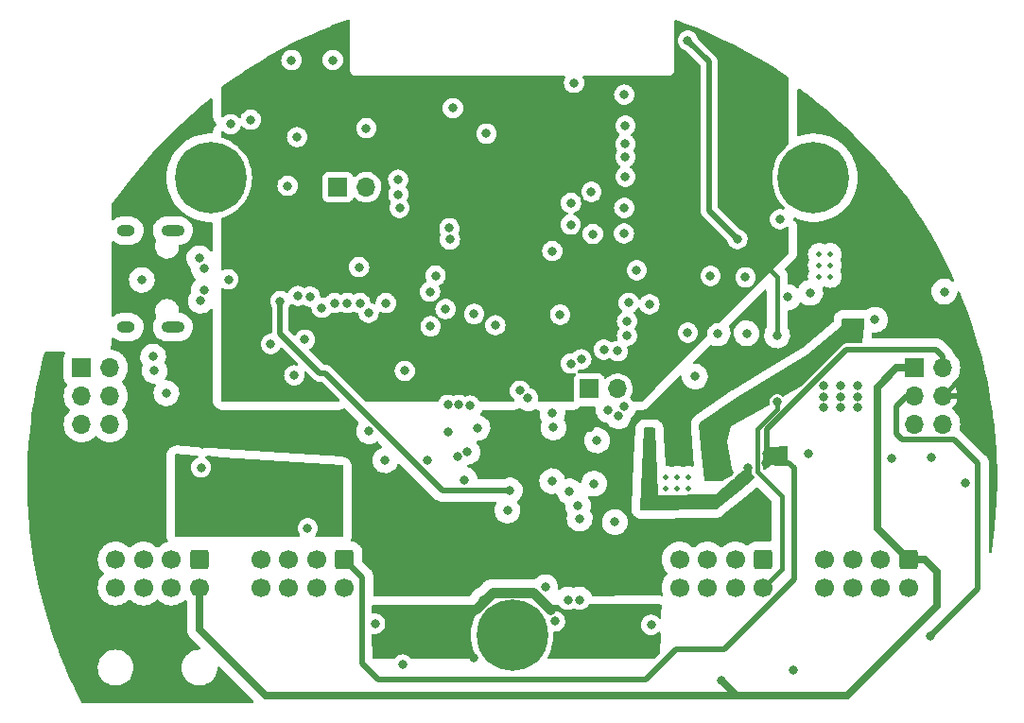
<source format=gbr>
%TF.GenerationSoftware,KiCad,Pcbnew,(6.0.2)*%
%TF.CreationDate,2022-04-01T12:33:14-04:00*%
%TF.ProjectId,ControlBoard,436f6e74-726f-46c4-926f-6172642e6b69,rev?*%
%TF.SameCoordinates,Original*%
%TF.FileFunction,Copper,L3,Inr*%
%TF.FilePolarity,Positive*%
%FSLAX46Y46*%
G04 Gerber Fmt 4.6, Leading zero omitted, Abs format (unit mm)*
G04 Created by KiCad (PCBNEW (6.0.2)) date 2022-04-01 12:33:14*
%MOMM*%
%LPD*%
G01*
G04 APERTURE LIST*
G04 Aperture macros list*
%AMRoundRect*
0 Rectangle with rounded corners*
0 $1 Rounding radius*
0 $2 $3 $4 $5 $6 $7 $8 $9 X,Y pos of 4 corners*
0 Add a 4 corners polygon primitive as box body*
4,1,4,$2,$3,$4,$5,$6,$7,$8,$9,$2,$3,0*
0 Add four circle primitives for the rounded corners*
1,1,$1+$1,$2,$3*
1,1,$1+$1,$4,$5*
1,1,$1+$1,$6,$7*
1,1,$1+$1,$8,$9*
0 Add four rect primitives between the rounded corners*
20,1,$1+$1,$2,$3,$4,$5,0*
20,1,$1+$1,$4,$5,$6,$7,0*
20,1,$1+$1,$6,$7,$8,$9,0*
20,1,$1+$1,$8,$9,$2,$3,0*%
G04 Aperture macros list end*
%TA.AperFunction,ComponentPad*%
%ADD10C,0.800000*%
%TD*%
%TA.AperFunction,ComponentPad*%
%ADD11C,6.400000*%
%TD*%
%TA.AperFunction,ComponentPad*%
%ADD12R,1.700000X1.700000*%
%TD*%
%TA.AperFunction,ComponentPad*%
%ADD13O,1.700000X1.700000*%
%TD*%
%TA.AperFunction,ComponentPad*%
%ADD14RoundRect,0.250000X-0.600000X0.600000X-0.600000X-0.600000X0.600000X-0.600000X0.600000X0.600000X0*%
%TD*%
%TA.AperFunction,ComponentPad*%
%ADD15C,1.700000*%
%TD*%
%TA.AperFunction,ComponentPad*%
%ADD16O,2.100000X1.000000*%
%TD*%
%TA.AperFunction,ComponentPad*%
%ADD17O,1.600000X1.000000*%
%TD*%
%TA.AperFunction,ComponentPad*%
%ADD18C,0.500000*%
%TD*%
%TA.AperFunction,ViaPad*%
%ADD19C,0.800000*%
%TD*%
%TA.AperFunction,Conductor*%
%ADD20C,0.700000*%
%TD*%
%TA.AperFunction,Conductor*%
%ADD21C,0.400000*%
%TD*%
%TA.AperFunction,Conductor*%
%ADD22C,0.500000*%
%TD*%
%TA.AperFunction,Conductor*%
%ADD23C,0.900000*%
%TD*%
G04 APERTURE END LIST*
D10*
%TO.N,GND*%
%TO.C,H1*%
X123000000Y-75400000D03*
X121302944Y-71302944D03*
X123000000Y-70600000D03*
X124697056Y-74697056D03*
X124697056Y-71302944D03*
X121302944Y-74697056D03*
X120600000Y-73000000D03*
X125400000Y-73000000D03*
D11*
X123000000Y-73000000D03*
%TD*%
D10*
%TO.N,GND*%
%TO.C,H3*%
X150000000Y-116400000D03*
X148302944Y-115697056D03*
D11*
X150000000Y-114000000D03*
D10*
X151697056Y-115697056D03*
X148302944Y-112302944D03*
X151697056Y-112302944D03*
X147600000Y-114000000D03*
X150000000Y-111600000D03*
X152400000Y-114000000D03*
%TD*%
D12*
%TO.N,/SENSOR_SDA*%
%TO.C,J7*%
X111460000Y-90000000D03*
D13*
%TO.N,/SENSOR_EXTRA1*%
X114000000Y-90000000D03*
%TO.N,/SENSOR_SCL*%
X111460000Y-92540000D03*
%TO.N,/SENSOR_EXTRA2*%
X114000000Y-92540000D03*
%TO.N,GND*%
X111460000Y-95080000D03*
X114000000Y-95080000D03*
%TD*%
D12*
%TO.N,+BATT*%
%TO.C,J2*%
X186000000Y-90000000D03*
D13*
%TO.N,+5_BATT*%
X188540000Y-90000000D03*
%TO.N,+12V*%
X186000000Y-92540000D03*
%TO.N,+3V3*%
X188540000Y-92540000D03*
%TO.N,GND*%
X186000000Y-95080000D03*
X188540000Y-95080000D03*
%TD*%
D14*
%TO.N,+5_BATT*%
%TO.C,J3*%
X135000000Y-107200000D03*
D15*
%TO.N,/CTD_RX*%
X132500000Y-107200000D03*
%TO.N,/CTD_TX*%
X130000000Y-107200000D03*
%TO.N,GND*%
X127500000Y-107200000D03*
%TO.N,/BEACON+*%
X135000000Y-109700000D03*
%TO.N,unconnected-(J3-Pad6)*%
X132500000Y-109700000D03*
%TO.N,unconnected-(J3-Pad7)*%
X130000000Y-109700000D03*
%TO.N,GND*%
X127500000Y-109700000D03*
%TD*%
D14*
%TO.N,unconnected-(J4-Pad1)*%
%TO.C,J4*%
X122000000Y-107200000D03*
D15*
%TO.N,/MODEM_RX*%
X119500000Y-107200000D03*
%TO.N,/MODEM_TX*%
X117000000Y-107200000D03*
%TO.N,/MODEM_READY*%
X114500000Y-107200000D03*
%TO.N,+BATT*%
X122000000Y-109700000D03*
%TO.N,unconnected-(J4-Pad6)*%
X119500000Y-109700000D03*
%TO.N,unconnected-(J4-Pad7)*%
X117000000Y-109700000D03*
%TO.N,GND*%
X114500000Y-109700000D03*
%TD*%
D14*
%TO.N,/RREF+*%
%TO.C,J5*%
X172500000Y-107200000D03*
D15*
%TO.N,/RSENSE+*%
X170000000Y-107200000D03*
%TO.N,GND*%
X167500000Y-107200000D03*
X165000000Y-107200000D03*
%TO.N,+3.3BCKP*%
X172500000Y-109700000D03*
%TO.N,/TURN_ON*%
X170000000Y-109700000D03*
%TO.N,GND*%
X167500000Y-109700000D03*
%TO.N,/LEAK+*%
X165000000Y-109700000D03*
%TD*%
D14*
%TO.N,+BATT*%
%TO.C,J6*%
X185500000Y-107200000D03*
D15*
%TO.N,/BATT_SCL*%
X183000000Y-107200000D03*
%TO.N,/BATT_SDA*%
X180500000Y-107200000D03*
%TO.N,GND*%
X178000000Y-107200000D03*
%TO.N,/MOTOR_SPEED*%
X185500000Y-109700000D03*
%TO.N,/MOTOR_DIR*%
X183000000Y-109700000D03*
%TO.N,/MOTOR_EN*%
X180500000Y-109700000D03*
%TO.N,/SOL_OUT*%
X178000000Y-109700000D03*
%TD*%
D16*
%TO.N,Net-(C42-Pad2)*%
%TO.C,J8*%
X119630000Y-77730000D03*
D17*
X115450000Y-86370000D03*
D16*
X119630000Y-86370000D03*
D17*
X115450000Y-77730000D03*
%TD*%
D10*
%TO.N,GND*%
%TO.C,H2*%
X179400000Y-73000000D03*
X174600000Y-73000000D03*
X175302944Y-71302944D03*
X177000000Y-70600000D03*
X178697056Y-74697056D03*
X178697056Y-71302944D03*
X177000000Y-75400000D03*
X175302944Y-74697056D03*
D11*
X177000000Y-73000000D03*
%TD*%
D18*
%TO.N,GND*%
%TO.C,U6*%
X165790000Y-100810000D03*
X164790000Y-100810000D03*
X165790000Y-99810000D03*
X163790000Y-99810000D03*
X164790000Y-99810000D03*
X163790000Y-100810000D03*
%TD*%
%TO.N,GND*%
%TO.C,U2*%
X177500000Y-81850000D03*
X178500000Y-81850000D03*
X178500000Y-80850000D03*
X178500000Y-79850000D03*
X177500000Y-80850000D03*
X177500000Y-79850000D03*
%TD*%
D12*
%TO.N,/BATT_SDA*%
%TO.C,J11*%
X134405000Y-73840000D03*
D13*
%TO.N,/BATT_SCL*%
X136945000Y-73840000D03*
%TD*%
D12*
%TO.N,/MISO*%
%TO.C,J10*%
X156905000Y-91890000D03*
D13*
%TO.N,/MOSI*%
X159445000Y-91890000D03*
%TD*%
D19*
%TO.N,GND*%
X147700000Y-69050000D03*
X179400000Y-92600000D03*
X179400000Y-91650000D03*
X179400000Y-93550000D03*
X180900000Y-91650000D03*
X180900000Y-93550000D03*
X180900000Y-92600000D03*
X177900000Y-92600000D03*
X136300000Y-81000000D03*
X130250000Y-62450000D03*
X138650000Y-98300000D03*
X140200000Y-116600000D03*
X153700000Y-95350000D03*
X146900000Y-95400000D03*
X129900000Y-73720000D03*
X155280000Y-75250000D03*
X155900000Y-102350000D03*
X188700000Y-83200000D03*
X176700000Y-83300000D03*
X116850000Y-82150000D03*
X155150000Y-101100000D03*
X154300000Y-85250000D03*
X175150000Y-117075000D03*
X149600000Y-102800000D03*
X162450000Y-113050000D03*
X182500000Y-85700000D03*
X131445278Y-87502722D03*
X133950000Y-62450000D03*
X136950000Y-68550000D03*
X130500000Y-90700000D03*
X119050000Y-92300000D03*
X142450000Y-98300000D03*
X146600000Y-85200000D03*
X155550000Y-64500000D03*
X138700000Y-84225000D03*
X144700000Y-66750000D03*
X126600000Y-67800000D03*
X131700000Y-104400000D03*
X128397000Y-87884000D03*
X122150000Y-98950000D03*
X177900000Y-91650000D03*
X177900000Y-93550000D03*
%TO.N,+3V3*%
X113800000Y-99600000D03*
X149750000Y-96300000D03*
X184000000Y-83200000D03*
X155450000Y-95400000D03*
X135300000Y-96200000D03*
X184000000Y-84250000D03*
%TO.N,+5V*%
X180175000Y-86075000D03*
X181100000Y-86050000D03*
X168771432Y-98773028D03*
X169428701Y-99430299D03*
%TO.N,+BATT*%
X156050000Y-110800000D03*
X155000000Y-110800000D03*
X168750000Y-118000000D03*
%TO.N,+12V*%
X155560000Y-112230000D03*
X146570000Y-115970000D03*
X139000000Y-112924500D03*
X147400000Y-110824500D03*
X187500000Y-114050000D03*
X162550000Y-114400000D03*
%TO.N,/SENSOR_SCL*%
X124802558Y-68201380D03*
%TO.N,/EN*%
X160050000Y-65550000D03*
X130750000Y-69350000D03*
%TO.N,+1V8*%
X132050000Y-99000000D03*
X133350000Y-103200000D03*
X128700000Y-103800000D03*
X124750000Y-98850000D03*
X123500000Y-104350000D03*
%TO.N,/USB_D+*%
X151427781Y-92755085D03*
%TO.N,/USB_D-*%
X150700000Y-92070000D03*
%TO.N,VBUS*%
X149800000Y-101000000D03*
X129250000Y-84050000D03*
%TO.N,Net-(C35-Pad2)*%
X184000000Y-98100000D03*
X187550000Y-98075000D03*
%TO.N,Net-(C36-Pad2)*%
X190600000Y-100350000D03*
X176550000Y-97750000D03*
%TO.N,Net-(C39-Pad1)*%
X153600000Y-100175000D03*
X157350000Y-100400000D03*
%TO.N,Net-(C40-Pad1)*%
X159200000Y-103850000D03*
X145750000Y-100050000D03*
%TO.N,/CTD_RX*%
X137160000Y-85090000D03*
X144438698Y-78518315D03*
%TO.N,/CTD_TX*%
X136398000Y-84224500D03*
X144390000Y-77520000D03*
%TO.N,/MODEM_READY*%
X132950000Y-84650000D03*
X139800000Y-73160000D03*
%TO.N,/MODEM_RX*%
X135255000Y-84224500D03*
X139930000Y-75700000D03*
%TO.N,/MODEM_TX*%
X139820000Y-74500000D03*
X134112000Y-84224500D03*
%TO.N,/RSENSE+*%
X155277028Y-89633573D03*
%TO.N,/RREF+*%
X156200000Y-89250000D03*
%TO.N,/MOTOR_SPEED*%
X160300000Y-87150000D03*
%TO.N,/BATT_SDA*%
X117856000Y-89027000D03*
X145250003Y-93350000D03*
X142650000Y-83200000D03*
X130822000Y-83578000D03*
X145100000Y-98000000D03*
X156056693Y-103531307D03*
%TO.N,/MOTOR_DIR*%
X160300000Y-85850000D03*
%TO.N,/BATT_SCL*%
X160020000Y-93472000D03*
X144050000Y-84750000D03*
X146000000Y-97550000D03*
X131905000Y-83645000D03*
X166370000Y-90805000D03*
X117983000Y-90297000D03*
X146248466Y-93405470D03*
%TO.N,/MOTOR_EN*%
X160450000Y-84200000D03*
%TO.N,/D+*%
X122400000Y-83050000D03*
%TO.N,Net-(J8-PadB5)*%
X122117834Y-84009367D03*
%TO.N,/D-*%
X122400000Y-81150000D03*
%TO.N,Net-(J8-PadA5)*%
X122000000Y-80200000D03*
%TO.N,/TURN_ON*%
X153610000Y-94100000D03*
X152970000Y-109660000D03*
X143155500Y-81760000D03*
%TO.N,/LEAK_DET*%
X148500000Y-86200000D03*
%TO.N,Net-(Q2-Pad1)*%
X159512000Y-94361000D03*
X157607000Y-96520000D03*
X158623000Y-93789497D03*
%TO.N,/SCK*%
X155250000Y-77200000D03*
%TO.N,/SOL_EN*%
X144300000Y-95750000D03*
X142700000Y-86300000D03*
X144250000Y-93350000D03*
X153840000Y-112740000D03*
%TO.N,/BEACON_EN*%
X137737347Y-112937347D03*
X137200000Y-95700000D03*
%TO.N,/SD_CS*%
X153600000Y-79570000D03*
%TO.N,/MOSI*%
X160020000Y-77978000D03*
X157230000Y-78040000D03*
X159460000Y-88525500D03*
X160043525Y-75702948D03*
%TO.N,/MISO*%
X157100000Y-74260000D03*
X158210000Y-88390000D03*
%TO.N,/RAD_CS*%
X170904500Y-81915000D03*
X167767000Y-81788000D03*
X170904500Y-81915000D03*
X161163000Y-81280000D03*
X173990000Y-76708000D03*
X170904500Y-81915000D03*
%TO.N,Net-(C44-Pad1)*%
X124600000Y-82100000D03*
%TO.N,/DIP1*%
X171005500Y-86931500D03*
X160147000Y-68326000D03*
%TO.N,/DIP2*%
X160147000Y-69977000D03*
X168402000Y-86931500D03*
%TO.N,/DIP3*%
X160147000Y-71120000D03*
X165735000Y-86868000D03*
%TO.N,/DIP4*%
X160147000Y-72898000D03*
X162306000Y-84328000D03*
%TO.N,+3.3BCKP*%
X172650000Y-80800000D03*
X149900000Y-69050000D03*
X173736000Y-93091000D03*
X125200000Y-91200000D03*
X163450000Y-66350000D03*
X140000000Y-65850000D03*
X153000000Y-83550000D03*
X163350000Y-79800000D03*
X125200000Y-89900000D03*
X146970000Y-83590000D03*
X174000000Y-79550000D03*
X173736000Y-87122000D03*
X147250000Y-89300000D03*
%TO.N,+5_BATT*%
X162200000Y-95850000D03*
X171150989Y-99014175D03*
X172750000Y-98600000D03*
X172800000Y-97750000D03*
X162350000Y-96800000D03*
%TO.N,unconnected-(U7-Pad2)*%
X140400000Y-90300000D03*
%TO.N,Net-(BT1-Pad1)*%
X174700000Y-83700000D03*
X170180000Y-78486000D03*
X165735000Y-60706000D03*
%TD*%
D20*
%TO.N,+3V3*%
X156972000Y-95377000D02*
X156949000Y-95400000D01*
X155450000Y-95400000D02*
X156949000Y-95400000D01*
D21*
X186200000Y-84250000D02*
X186700000Y-84750000D01*
X186700000Y-84750000D02*
X190350000Y-88400000D01*
X185150000Y-83200000D02*
X184000000Y-83200000D01*
X186200000Y-84250000D02*
X185150000Y-83200000D01*
X184000000Y-84250000D02*
X186200000Y-84250000D01*
X190350000Y-90730000D02*
X188540000Y-92540000D01*
X190350000Y-88400000D02*
X190350000Y-90730000D01*
D20*
%TO.N,+BATT*%
X171850000Y-119350000D02*
X170100000Y-119350000D01*
X182700000Y-91750000D02*
X182700000Y-104400000D01*
X122000000Y-109700000D02*
X122000000Y-113452002D01*
X188025000Y-108275000D02*
X186950000Y-107200000D01*
X170100000Y-119350000D02*
X168750000Y-118000000D01*
X186000000Y-90000000D02*
X184450000Y-90000000D01*
X182700000Y-104400000D02*
X185500000Y-107200000D01*
X188025000Y-111325000D02*
X188025000Y-108275000D01*
X127897998Y-119350000D02*
X171850000Y-119350000D01*
X122000000Y-113452002D02*
X127897998Y-119350000D01*
X184450000Y-90000000D02*
X182700000Y-91750000D01*
X171850000Y-119350000D02*
X180000000Y-119350000D01*
X186950000Y-107200000D02*
X185500000Y-107200000D01*
X180000000Y-119350000D02*
X188025000Y-111325000D01*
D22*
%TO.N,+12V*%
X191700000Y-98600000D02*
X189550000Y-96450000D01*
X187500000Y-114050000D02*
X191700000Y-109850000D01*
D23*
X148249511Y-110150489D02*
X151900489Y-110150489D01*
D22*
X191700000Y-109850000D02*
X191700000Y-98600000D01*
D23*
X151900489Y-110150489D02*
X153450000Y-111700000D01*
X146800000Y-111600000D02*
X148249511Y-110150489D01*
D22*
X184450000Y-93450000D02*
X185360000Y-92540000D01*
X185360000Y-92540000D02*
X186000000Y-92540000D01*
X184450000Y-95950000D02*
X184450000Y-93450000D01*
X189550000Y-96450000D02*
X184950000Y-96450000D01*
X184950000Y-96450000D02*
X184450000Y-95950000D01*
%TO.N,VBUS*%
X149800000Y-101000000D02*
X148200000Y-101000000D01*
X129250000Y-86959000D02*
X129250000Y-84050000D01*
X132791000Y-90500000D02*
X129250000Y-86959000D01*
X133250000Y-90500000D02*
X132791000Y-90500000D01*
X148200000Y-101000000D02*
X143891998Y-101000000D01*
X143791998Y-101041998D02*
X133250000Y-90500000D01*
D21*
%TO.N,+3.3BCKP*%
X173736000Y-81886000D02*
X172650000Y-80800000D01*
X171950489Y-99306489D02*
X171950489Y-95479560D01*
X172500000Y-109700000D02*
X174150479Y-108049521D01*
X174150479Y-108049521D02*
X174150479Y-101506479D01*
X171950489Y-95479560D02*
X173736000Y-93694049D01*
X174150479Y-101506479D02*
X171950489Y-99306489D01*
X173736000Y-87122000D02*
X173736000Y-81886000D01*
X173736000Y-93694049D02*
X173736000Y-93091000D01*
D22*
%TO.N,+5_BATT*%
X173600001Y-98550001D02*
X172800000Y-97750000D01*
X179956609Y-88392000D02*
X187960000Y-88392000D01*
X175260000Y-99010002D02*
X175260000Y-108990000D01*
X175260000Y-108990000D02*
X169000000Y-115250000D01*
X187960000Y-88392000D02*
X188540000Y-88972000D01*
X136600000Y-108800000D02*
X135000000Y-107200000D01*
X188540000Y-88972000D02*
X188540000Y-90000000D01*
X174799999Y-98550001D02*
X173600001Y-98550001D01*
X172800000Y-97750000D02*
X172800000Y-95548609D01*
X138000000Y-117950000D02*
X136600000Y-116550000D01*
X172800000Y-95548609D02*
X179956609Y-88392000D01*
X169000000Y-115250000D02*
X164650000Y-115250000D01*
X161950000Y-117950000D02*
X138000000Y-117950000D01*
X164650000Y-115250000D02*
X161950000Y-117950000D01*
X174799999Y-98550001D02*
X175260000Y-99010002D01*
X136600000Y-116550000D02*
X136600000Y-108800000D01*
%TO.N,Net-(BT1-Pad1)*%
X167640000Y-75946000D02*
X167640000Y-62611000D01*
X170180000Y-78486000D02*
X167640000Y-75946000D01*
X167640000Y-62611000D02*
X165735000Y-60706000D01*
%TD*%
%TA.AperFunction,Conductor*%
%TO.N,+5V*%
G36*
X181502351Y-85620002D02*
G01*
X181548844Y-85673658D01*
X181560210Y-85728250D01*
X181550126Y-86292945D01*
X181549088Y-86306992D01*
X181363244Y-87731797D01*
X181334599Y-87796758D01*
X181275381Y-87835921D01*
X181238302Y-87841500D01*
X179971602Y-87841500D01*
X179966326Y-87841389D01*
X179961919Y-87841204D01*
X179904315Y-87838790D01*
X179885297Y-87843250D01*
X179861950Y-87848726D01*
X179850281Y-87850889D01*
X179815686Y-87855628D01*
X179815684Y-87855629D01*
X179807177Y-87856794D01*
X179795426Y-87861879D01*
X179793383Y-87862763D01*
X179772119Y-87869795D01*
X179765842Y-87871267D01*
X179765835Y-87871270D01*
X179757473Y-87873231D01*
X179737221Y-87884365D01*
X179719335Y-87894198D01*
X179708675Y-87899420D01*
X179668754Y-87916695D01*
X179662080Y-87922100D01*
X179662079Y-87922100D01*
X179657069Y-87926157D01*
X179638485Y-87938645D01*
X179625302Y-87945893D01*
X179617187Y-87952897D01*
X179592651Y-87977433D01*
X179582850Y-87986258D01*
X179558217Y-88006206D01*
X179551539Y-88011614D01*
X179546566Y-88018612D01*
X179546561Y-88018617D01*
X179540641Y-88026948D01*
X179527030Y-88043054D01*
X177028967Y-90541118D01*
X175895946Y-91674139D01*
X175869667Y-91694269D01*
X174339042Y-92574542D01*
X174270019Y-92591164D01*
X174202966Y-92567830D01*
X174192419Y-92559403D01*
X174138721Y-92511560D01*
X173988881Y-92432224D01*
X173824441Y-92390919D01*
X173816843Y-92390879D01*
X173816841Y-92390879D01*
X173739668Y-92390475D01*
X173654895Y-92390031D01*
X173647508Y-92391805D01*
X173647504Y-92391805D01*
X173511270Y-92424513D01*
X173490032Y-92429612D01*
X173483288Y-92433093D01*
X173483285Y-92433094D01*
X173478089Y-92435776D01*
X173339369Y-92507375D01*
X173333647Y-92512367D01*
X173333645Y-92512368D01*
X173279739Y-92559393D01*
X173211604Y-92618831D01*
X173114113Y-92757547D01*
X173052524Y-92915513D01*
X173051532Y-92923046D01*
X173051532Y-92923047D01*
X173033360Y-93061083D01*
X173030394Y-93083611D01*
X173045070Y-93216547D01*
X173046629Y-93230667D01*
X173034223Y-93300571D01*
X172984206Y-93353718D01*
X169615706Y-95290967D01*
X169615705Y-95290968D01*
X169600000Y-95300000D01*
X169250000Y-96600000D01*
X169252565Y-96613867D01*
X169252565Y-96613869D01*
X169783495Y-99484176D01*
X169776217Y-99554799D01*
X169726960Y-99613575D01*
X168830854Y-100180481D01*
X168763491Y-100200000D01*
X167313046Y-100200000D01*
X167244925Y-100179998D01*
X167198432Y-100126342D01*
X167187784Y-100087615D01*
X166950268Y-97902464D01*
X166949829Y-97897518D01*
X166754934Y-95071545D01*
X166770201Y-95002210D01*
X166808994Y-94959225D01*
X170146780Y-92652226D01*
X170153343Y-92647984D01*
X176445960Y-88852437D01*
X176445962Y-88852436D01*
X176450000Y-88850000D01*
X179525000Y-86300000D01*
X179535290Y-85723749D01*
X179556505Y-85655998D01*
X179610982Y-85610470D01*
X179661270Y-85600000D01*
X181434230Y-85600000D01*
X181502351Y-85620002D01*
G37*
%TD.AperFunction*%
%TD*%
%TA.AperFunction,Conductor*%
%TO.N,+5_BATT*%
G36*
X162761915Y-95397002D02*
G01*
X162808408Y-95450658D01*
X162819655Y-95497071D01*
X163100000Y-101450000D01*
X168221718Y-101333670D01*
X169656081Y-100104216D01*
X169681461Y-100087321D01*
X169772727Y-100041419D01*
X169812416Y-100021458D01*
X169812419Y-100021456D01*
X169819199Y-100018046D01*
X169948124Y-99907933D01*
X170040396Y-99779523D01*
X170060717Y-99757385D01*
X170654775Y-99248193D01*
X171241989Y-98744867D01*
X171306728Y-98715721D01*
X171376946Y-98726202D01*
X171430351Y-98772983D01*
X171449989Y-98840533D01*
X171449989Y-99236308D01*
X171448661Y-99248193D01*
X171449171Y-99248234D01*
X171448451Y-99257180D01*
X171446470Y-99265936D01*
X171447026Y-99274896D01*
X171449747Y-99318753D01*
X171449989Y-99326556D01*
X171449989Y-99342429D01*
X171450624Y-99346863D01*
X171451437Y-99352539D01*
X171452467Y-99362595D01*
X171455348Y-99409027D01*
X171458396Y-99417471D01*
X171459165Y-99421183D01*
X171462832Y-99435888D01*
X171463893Y-99439516D01*
X171465166Y-99448407D01*
X171484428Y-99490771D01*
X171488235Y-99500126D01*
X171500980Y-99535432D01*
X171500982Y-99535436D01*
X171504029Y-99543876D01*
X171509324Y-99551124D01*
X171511100Y-99554464D01*
X171518763Y-99567578D01*
X171520792Y-99570750D01*
X171524505Y-99578917D01*
X171530360Y-99585712D01*
X171530362Y-99585715D01*
X171554876Y-99614164D01*
X171561164Y-99622084D01*
X171569011Y-99632825D01*
X171579754Y-99643568D01*
X171586112Y-99650414D01*
X171618089Y-99687526D01*
X171625623Y-99692409D01*
X171632385Y-99698308D01*
X171632381Y-99698313D01*
X171643475Y-99707289D01*
X171705318Y-99769132D01*
X171739344Y-99831444D01*
X171734279Y-99902259D01*
X171695418Y-99956228D01*
X170408889Y-100995847D01*
X168333845Y-102672650D01*
X168268289Y-102699908D01*
X168256490Y-102700635D01*
X161583976Y-102798044D01*
X161515571Y-102779038D01*
X161468300Y-102726067D01*
X161456275Y-102666156D01*
X161792370Y-95497099D01*
X161815540Y-95429990D01*
X161871314Y-95386061D01*
X161918232Y-95377000D01*
X162693794Y-95377000D01*
X162761915Y-95397002D01*
G37*
%TD.AperFunction*%
%TA.AperFunction,Conductor*%
G36*
X174636414Y-97073400D02*
G01*
X174685682Y-97124520D01*
X174700000Y-97182856D01*
X174700000Y-98574000D01*
X174679998Y-98642121D01*
X174626342Y-98688614D01*
X174574000Y-98700000D01*
X173250000Y-98700000D01*
X173217575Y-98726202D01*
X172675465Y-99164270D01*
X172609910Y-99191528D01*
X172540024Y-99179016D01*
X172507177Y-99155363D01*
X172487894Y-99136080D01*
X172453868Y-99073768D01*
X172450989Y-99046985D01*
X172450989Y-97766533D01*
X172470991Y-97698412D01*
X172494989Y-97670867D01*
X173089182Y-97161558D01*
X173153920Y-97132412D01*
X173164504Y-97131402D01*
X174567331Y-97057033D01*
X174636414Y-97073400D01*
G37*
%TD.AperFunction*%
%TD*%
%TA.AperFunction,Conductor*%
%TO.N,+3.3BCKP*%
G36*
X135452605Y-58879214D02*
G01*
X135485028Y-58942375D01*
X135487264Y-58966006D01*
X135487264Y-63341298D01*
X135487262Y-63342068D01*
X135486788Y-63419652D01*
X135489254Y-63428281D01*
X135489255Y-63428286D01*
X135494903Y-63448048D01*
X135498481Y-63464809D01*
X135501394Y-63485152D01*
X135501397Y-63485162D01*
X135502669Y-63494045D01*
X135513285Y-63517395D01*
X135519728Y-63534907D01*
X135526776Y-63559565D01*
X135542538Y-63584548D01*
X135550668Y-63599614D01*
X135562897Y-63626510D01*
X135579638Y-63645939D01*
X135590743Y-63660947D01*
X135604424Y-63682631D01*
X135611152Y-63688573D01*
X135626560Y-63702181D01*
X135638604Y-63714373D01*
X135657883Y-63736747D01*
X135665411Y-63741626D01*
X135665414Y-63741629D01*
X135679403Y-63750696D01*
X135694277Y-63761986D01*
X135713492Y-63778956D01*
X135721618Y-63782771D01*
X135721619Y-63782772D01*
X135727285Y-63785432D01*
X135740230Y-63791510D01*
X135755199Y-63799824D01*
X135779991Y-63815893D01*
X135796914Y-63820954D01*
X135804554Y-63823239D01*
X135822000Y-63829901D01*
X135845212Y-63840799D01*
X135874394Y-63845343D01*
X135891113Y-63849126D01*
X135910800Y-63855014D01*
X135910803Y-63855015D01*
X135919405Y-63857587D01*
X135928380Y-63857642D01*
X135928381Y-63857642D01*
X135935074Y-63857683D01*
X135953820Y-63857797D01*
X135954592Y-63857830D01*
X135955687Y-63858000D01*
X135986562Y-63858000D01*
X135987332Y-63858002D01*
X136060980Y-63858452D01*
X136060981Y-63858452D01*
X136064916Y-63858476D01*
X136066260Y-63858092D01*
X136067605Y-63858000D01*
X154653376Y-63858000D01*
X154721497Y-63878002D01*
X154767990Y-63931658D01*
X154778094Y-64001932D01*
X154762495Y-64046999D01*
X154715473Y-64128444D01*
X154656458Y-64310072D01*
X154636496Y-64500000D01*
X154656458Y-64689928D01*
X154715473Y-64871556D01*
X154810960Y-65036944D01*
X154815378Y-65041851D01*
X154815379Y-65041852D01*
X154933214Y-65172721D01*
X154938747Y-65178866D01*
X155093248Y-65291118D01*
X155099276Y-65293802D01*
X155099278Y-65293803D01*
X155234021Y-65353794D01*
X155267712Y-65368794D01*
X155361113Y-65388647D01*
X155448056Y-65407128D01*
X155448061Y-65407128D01*
X155454513Y-65408500D01*
X155645487Y-65408500D01*
X155651939Y-65407128D01*
X155651944Y-65407128D01*
X155738887Y-65388647D01*
X155832288Y-65368794D01*
X155865979Y-65353794D01*
X156000722Y-65293803D01*
X156000724Y-65293802D01*
X156006752Y-65291118D01*
X156161253Y-65178866D01*
X156166786Y-65172721D01*
X156284621Y-65041852D01*
X156284622Y-65041851D01*
X156289040Y-65036944D01*
X156384527Y-64871556D01*
X156443542Y-64689928D01*
X156463504Y-64500000D01*
X156443542Y-64310072D01*
X156384527Y-64128444D01*
X156337505Y-64046999D01*
X156320767Y-63978005D01*
X156343987Y-63910913D01*
X156399794Y-63867026D01*
X156446624Y-63858000D01*
X163996034Y-63858000D01*
X163996805Y-63858002D01*
X164074388Y-63858476D01*
X164083017Y-63856010D01*
X164083022Y-63856009D01*
X164102784Y-63850361D01*
X164119545Y-63846783D01*
X164139888Y-63843870D01*
X164139898Y-63843867D01*
X164148781Y-63842595D01*
X164172131Y-63831979D01*
X164189643Y-63825536D01*
X164205673Y-63820954D01*
X164214301Y-63818488D01*
X164239284Y-63802726D01*
X164254350Y-63794596D01*
X164281246Y-63782367D01*
X164300675Y-63765626D01*
X164315683Y-63754521D01*
X164329775Y-63745630D01*
X164337367Y-63740840D01*
X164356918Y-63718703D01*
X164369110Y-63706659D01*
X164384685Y-63693239D01*
X164384686Y-63693237D01*
X164391483Y-63687381D01*
X164396362Y-63679853D01*
X164396365Y-63679850D01*
X164405432Y-63665861D01*
X164416722Y-63650987D01*
X164427748Y-63638502D01*
X164433692Y-63631772D01*
X164446246Y-63605034D01*
X164454560Y-63590065D01*
X164470629Y-63565273D01*
X164477975Y-63540709D01*
X164484637Y-63523264D01*
X164491719Y-63508179D01*
X164495535Y-63500052D01*
X164500079Y-63470870D01*
X164503862Y-63454151D01*
X164509750Y-63434464D01*
X164509751Y-63434461D01*
X164512323Y-63425859D01*
X164512533Y-63391444D01*
X164512566Y-63390672D01*
X164512736Y-63389577D01*
X164512736Y-63358702D01*
X164512738Y-63357932D01*
X164513188Y-63284284D01*
X164513188Y-63284283D01*
X164513212Y-63280348D01*
X164512828Y-63279004D01*
X164512736Y-63277659D01*
X164512736Y-60706000D01*
X164821496Y-60706000D01*
X164841458Y-60895928D01*
X164900473Y-61077556D01*
X164995960Y-61242944D01*
X165123747Y-61384866D01*
X165278248Y-61497118D01*
X165284276Y-61499802D01*
X165284278Y-61499803D01*
X165446681Y-61572109D01*
X165452712Y-61574794D01*
X165459167Y-61576166D01*
X165459176Y-61576169D01*
X165515772Y-61588199D01*
X165578669Y-61622350D01*
X166216392Y-62260072D01*
X166844595Y-62888275D01*
X166878620Y-62950587D01*
X166881500Y-62977370D01*
X166881500Y-75878930D01*
X166880067Y-75897880D01*
X166876801Y-75919349D01*
X166877394Y-75926641D01*
X166877394Y-75926644D01*
X166881085Y-75972018D01*
X166881500Y-75982233D01*
X166881500Y-75990293D01*
X166881925Y-75993937D01*
X166884789Y-76018507D01*
X166885222Y-76022882D01*
X166889887Y-76080227D01*
X166891140Y-76095637D01*
X166893396Y-76102601D01*
X166894587Y-76108560D01*
X166895971Y-76114415D01*
X166896818Y-76121681D01*
X166921735Y-76190327D01*
X166923152Y-76194455D01*
X166939462Y-76244800D01*
X166945649Y-76263899D01*
X166949445Y-76270154D01*
X166951951Y-76275628D01*
X166954670Y-76281058D01*
X166957167Y-76287937D01*
X166961180Y-76294057D01*
X166961180Y-76294058D01*
X166997186Y-76348976D01*
X166999523Y-76352680D01*
X167037405Y-76415107D01*
X167041121Y-76419315D01*
X167041122Y-76419316D01*
X167044803Y-76423484D01*
X167044776Y-76423508D01*
X167047429Y-76426500D01*
X167050132Y-76429733D01*
X167054144Y-76435852D01*
X167059456Y-76440884D01*
X167110383Y-76489128D01*
X167112825Y-76491506D01*
X169259875Y-78638556D01*
X169290613Y-78688714D01*
X169345473Y-78857556D01*
X169440960Y-79022944D01*
X169445378Y-79027851D01*
X169445379Y-79027852D01*
X169474476Y-79060167D01*
X169568747Y-79164866D01*
X169723248Y-79277118D01*
X169729276Y-79279802D01*
X169729278Y-79279803D01*
X169891681Y-79352109D01*
X169897712Y-79354794D01*
X169991113Y-79374647D01*
X170078056Y-79393128D01*
X170078061Y-79393128D01*
X170084513Y-79394500D01*
X170275487Y-79394500D01*
X170281939Y-79393128D01*
X170281944Y-79393128D01*
X170368888Y-79374647D01*
X170462288Y-79354794D01*
X170468319Y-79352109D01*
X170630722Y-79279803D01*
X170630724Y-79279802D01*
X170636752Y-79277118D01*
X170791253Y-79164866D01*
X170885524Y-79060167D01*
X170914621Y-79027852D01*
X170914622Y-79027851D01*
X170919040Y-79022944D01*
X171014527Y-78857556D01*
X171073542Y-78675928D01*
X171075059Y-78661500D01*
X171092814Y-78492565D01*
X171093504Y-78486000D01*
X171077628Y-78334950D01*
X171074232Y-78302635D01*
X171074232Y-78302633D01*
X171073542Y-78296072D01*
X171014527Y-78114444D01*
X170919040Y-77949056D01*
X170791253Y-77807134D01*
X170636752Y-77694882D01*
X170630724Y-77692198D01*
X170630722Y-77692197D01*
X170468319Y-77619891D01*
X170468318Y-77619891D01*
X170462288Y-77617206D01*
X170455833Y-77615834D01*
X170455824Y-77615831D01*
X170399228Y-77603801D01*
X170336331Y-77569650D01*
X168435405Y-75668724D01*
X168401379Y-75606412D01*
X168398500Y-75579629D01*
X168398500Y-62678070D01*
X168399933Y-62659120D01*
X168402099Y-62644885D01*
X168402099Y-62644881D01*
X168403199Y-62637651D01*
X168398915Y-62584982D01*
X168398500Y-62574767D01*
X168398500Y-62566707D01*
X168395209Y-62538480D01*
X168394778Y-62534121D01*
X168389453Y-62468660D01*
X168388860Y-62461364D01*
X168386605Y-62454403D01*
X168385418Y-62448463D01*
X168384029Y-62442588D01*
X168383182Y-62435319D01*
X168358264Y-62366670D01*
X168356847Y-62362542D01*
X168336607Y-62300064D01*
X168336606Y-62300062D01*
X168334351Y-62293101D01*
X168330555Y-62286846D01*
X168328049Y-62281372D01*
X168325330Y-62275942D01*
X168322833Y-62269063D01*
X168282814Y-62208024D01*
X168280467Y-62204305D01*
X168242595Y-62141893D01*
X168235197Y-62133516D01*
X168235224Y-62133492D01*
X168232571Y-62130500D01*
X168229868Y-62127267D01*
X168225856Y-62121148D01*
X168169617Y-62067872D01*
X168167175Y-62065494D01*
X166655125Y-60553444D01*
X166624387Y-60503285D01*
X166582885Y-60375554D01*
X166569527Y-60334444D01*
X166474040Y-60169056D01*
X166346253Y-60027134D01*
X166191752Y-59914882D01*
X166185724Y-59912198D01*
X166185722Y-59912197D01*
X166023319Y-59839891D01*
X166023318Y-59839891D01*
X166017288Y-59837206D01*
X165923887Y-59817353D01*
X165836944Y-59798872D01*
X165836939Y-59798872D01*
X165830487Y-59797500D01*
X165639513Y-59797500D01*
X165633061Y-59798872D01*
X165633056Y-59798872D01*
X165546113Y-59817353D01*
X165452712Y-59837206D01*
X165446682Y-59839891D01*
X165446681Y-59839891D01*
X165284278Y-59912197D01*
X165284276Y-59912198D01*
X165278248Y-59914882D01*
X165123747Y-60027134D01*
X164995960Y-60169056D01*
X164900473Y-60334444D01*
X164841458Y-60516072D01*
X164840768Y-60522633D01*
X164840768Y-60522635D01*
X164822186Y-60699435D01*
X164821496Y-60706000D01*
X164512736Y-60706000D01*
X164512736Y-58971594D01*
X164532738Y-58903473D01*
X164586394Y-58856980D01*
X164656668Y-58846876D01*
X164680440Y-58852697D01*
X165077634Y-58992034D01*
X165081163Y-58993332D01*
X165295078Y-59075653D01*
X166299782Y-59462296D01*
X166303240Y-59463687D01*
X166511093Y-59550913D01*
X167507214Y-59968940D01*
X167510674Y-59970453D01*
X168698992Y-60511571D01*
X168702405Y-60513188D01*
X169873904Y-61089639D01*
X169877267Y-61091356D01*
X171031032Y-61702690D01*
X171034342Y-61704508D01*
X172169235Y-62350122D01*
X172172486Y-62352036D01*
X173287560Y-63031393D01*
X173290723Y-63033386D01*
X174384966Y-63745872D01*
X174388030Y-63747934D01*
X174575270Y-63878002D01*
X174745885Y-63996522D01*
X174790420Y-64051814D01*
X174800000Y-64100004D01*
X174800000Y-69949478D01*
X174779998Y-70017599D01*
X174753295Y-70047398D01*
X174541640Y-70218794D01*
X174515124Y-70240266D01*
X174240266Y-70515124D01*
X174238194Y-70517682D01*
X174238191Y-70517686D01*
X174173752Y-70597261D01*
X173995643Y-70817207D01*
X173783938Y-71143206D01*
X173782443Y-71146140D01*
X173782439Y-71146147D01*
X173695790Y-71316206D01*
X173607468Y-71489547D01*
X173569878Y-71587472D01*
X173490617Y-71793955D01*
X173468167Y-71852438D01*
X173367562Y-72227901D01*
X173345233Y-72368882D01*
X173309433Y-72594912D01*
X173306754Y-72611824D01*
X173286411Y-73000000D01*
X173306754Y-73388176D01*
X173307267Y-73391416D01*
X173307268Y-73391424D01*
X173320151Y-73472763D01*
X173367562Y-73772099D01*
X173468167Y-74147562D01*
X173607468Y-74510453D01*
X173608966Y-74513393D01*
X173764876Y-74819382D01*
X173783938Y-74856794D01*
X173785734Y-74859560D01*
X173785736Y-74859563D01*
X173948800Y-75110661D01*
X173995643Y-75182793D01*
X174055383Y-75256565D01*
X174208952Y-75446206D01*
X174240266Y-75484876D01*
X174380816Y-75625426D01*
X174414842Y-75687738D01*
X174409777Y-75758553D01*
X174367230Y-75815389D01*
X174300710Y-75840200D01*
X174265524Y-75837768D01*
X174091944Y-75800872D01*
X174091939Y-75800872D01*
X174085487Y-75799500D01*
X173894513Y-75799500D01*
X173888061Y-75800872D01*
X173888056Y-75800872D01*
X173801113Y-75819353D01*
X173707712Y-75839206D01*
X173701682Y-75841891D01*
X173701681Y-75841891D01*
X173539278Y-75914197D01*
X173539276Y-75914198D01*
X173533248Y-75916882D01*
X173527907Y-75920762D01*
X173527906Y-75920763D01*
X173511409Y-75932749D01*
X173378747Y-76029134D01*
X173374326Y-76034044D01*
X173374325Y-76034045D01*
X173307232Y-76108560D01*
X173250960Y-76171056D01*
X173155473Y-76336444D01*
X173096458Y-76518072D01*
X173095768Y-76524633D01*
X173095768Y-76524635D01*
X173094922Y-76532688D01*
X173076496Y-76708000D01*
X173077186Y-76714565D01*
X173089816Y-76834729D01*
X173096458Y-76897928D01*
X173155473Y-77079556D01*
X173250960Y-77244944D01*
X173255378Y-77249851D01*
X173255379Y-77249852D01*
X173374325Y-77381955D01*
X173378747Y-77386866D01*
X173533248Y-77499118D01*
X173539276Y-77501802D01*
X173539278Y-77501803D01*
X173691666Y-77569650D01*
X173707712Y-77576794D01*
X173798271Y-77596043D01*
X173888056Y-77615128D01*
X173888061Y-77615128D01*
X173894513Y-77616500D01*
X174085487Y-77616500D01*
X174091939Y-77615128D01*
X174091944Y-77615128D01*
X174181729Y-77596043D01*
X174272288Y-77576794D01*
X174288334Y-77569650D01*
X174440722Y-77501803D01*
X174440724Y-77501802D01*
X174446752Y-77499118D01*
X174452094Y-77495237D01*
X174599939Y-77387821D01*
X174666807Y-77363962D01*
X174735958Y-77380043D01*
X174785439Y-77430957D01*
X174800000Y-77489757D01*
X174800000Y-79648365D01*
X174779998Y-79716486D01*
X174763765Y-79736786D01*
X174414365Y-80091500D01*
X168606725Y-85987469D01*
X168544674Y-86021962D01*
X168503854Y-86024353D01*
X168497487Y-86023000D01*
X168306513Y-86023000D01*
X168300061Y-86024372D01*
X168300056Y-86024372D01*
X168226873Y-86039928D01*
X168119712Y-86062706D01*
X168113682Y-86065391D01*
X168113681Y-86065391D01*
X167951278Y-86137697D01*
X167951276Y-86137698D01*
X167945248Y-86140382D01*
X167790747Y-86252634D01*
X167786326Y-86257544D01*
X167786325Y-86257545D01*
X167720136Y-86331056D01*
X167662960Y-86394556D01*
X167631037Y-86449849D01*
X167573651Y-86549244D01*
X167567473Y-86559944D01*
X167508458Y-86741572D01*
X167507768Y-86748133D01*
X167507768Y-86748135D01*
X167499035Y-86831226D01*
X167488496Y-86931500D01*
X167493883Y-86982749D01*
X167500434Y-87045080D01*
X167487662Y-87114919D01*
X167464890Y-87146671D01*
X162793630Y-91888976D01*
X161687016Y-93012421D01*
X161624963Y-93046915D01*
X161597251Y-93050000D01*
X160898149Y-93050000D01*
X160830028Y-93029998D01*
X160789030Y-92987000D01*
X160767104Y-92949023D01*
X160759040Y-92935056D01*
X160631253Y-92793134D01*
X160625909Y-92789251D01*
X160621002Y-92784833D01*
X160621842Y-92783900D01*
X160582691Y-92733131D01*
X160576613Y-92662395D01*
X160597781Y-92613887D01*
X160610435Y-92596277D01*
X160613453Y-92592077D01*
X160629861Y-92558879D01*
X160710136Y-92396453D01*
X160710137Y-92396451D01*
X160712430Y-92391811D01*
X160777370Y-92178069D01*
X160806529Y-91956590D01*
X160808156Y-91890000D01*
X160789852Y-91667361D01*
X160735431Y-91450702D01*
X160646354Y-91245840D01*
X160591792Y-91161500D01*
X160527822Y-91062617D01*
X160527820Y-91062614D01*
X160525014Y-91058277D01*
X160374670Y-90893051D01*
X160370619Y-90889852D01*
X160370615Y-90889848D01*
X160203414Y-90757800D01*
X160203410Y-90757798D01*
X160199359Y-90754598D01*
X160003789Y-90646638D01*
X159998920Y-90644914D01*
X159998916Y-90644912D01*
X159798087Y-90573795D01*
X159798083Y-90573794D01*
X159793212Y-90572069D01*
X159788119Y-90571162D01*
X159788116Y-90571161D01*
X159578373Y-90533800D01*
X159578367Y-90533799D01*
X159573284Y-90532894D01*
X159499452Y-90531992D01*
X159355081Y-90530228D01*
X159355079Y-90530228D01*
X159349911Y-90530165D01*
X159129091Y-90563955D01*
X158916756Y-90633357D01*
X158718607Y-90736507D01*
X158714474Y-90739610D01*
X158714471Y-90739612D01*
X158584837Y-90836944D01*
X158539965Y-90870635D01*
X158483537Y-90929684D01*
X158459283Y-90955064D01*
X158397759Y-90990494D01*
X158326846Y-90987037D01*
X158269060Y-90945791D01*
X158250207Y-90912243D01*
X158208767Y-90801703D01*
X158205615Y-90793295D01*
X158118261Y-90676739D01*
X158001705Y-90589385D01*
X157865316Y-90538255D01*
X157803134Y-90531500D01*
X156006866Y-90531500D01*
X155981986Y-90534203D01*
X155912104Y-90521675D01*
X155860088Y-90473355D01*
X155842453Y-90404583D01*
X155864799Y-90337195D01*
X155883587Y-90315850D01*
X155888281Y-90312439D01*
X155991212Y-90198122D01*
X156051657Y-90160883D01*
X156098018Y-90157123D01*
X156098051Y-90157126D01*
X156104513Y-90158500D01*
X156295487Y-90158500D01*
X156301939Y-90157128D01*
X156301944Y-90157128D01*
X156388888Y-90138647D01*
X156482288Y-90118794D01*
X156515979Y-90103794D01*
X156650722Y-90043803D01*
X156650724Y-90043802D01*
X156656752Y-90041118D01*
X156707366Y-90004345D01*
X156748526Y-89974440D01*
X156811253Y-89928866D01*
X156831664Y-89906197D01*
X156934621Y-89791852D01*
X156934622Y-89791851D01*
X156939040Y-89786944D01*
X157034527Y-89621556D01*
X157093542Y-89439928D01*
X157098621Y-89391609D01*
X157112814Y-89256565D01*
X157113504Y-89250000D01*
X157107690Y-89194687D01*
X157094232Y-89066635D01*
X157094232Y-89066633D01*
X157093542Y-89060072D01*
X157034527Y-88878444D01*
X157015990Y-88846336D01*
X156984115Y-88791128D01*
X156939040Y-88713056D01*
X156914184Y-88685450D01*
X156815675Y-88576045D01*
X156815674Y-88576044D01*
X156811253Y-88571134D01*
X156656752Y-88458882D01*
X156650724Y-88456198D01*
X156650722Y-88456197D01*
X156502040Y-88390000D01*
X157296496Y-88390000D01*
X157297186Y-88396565D01*
X157315126Y-88567251D01*
X157316458Y-88579928D01*
X157375473Y-88761556D01*
X157378776Y-88767278D01*
X157378777Y-88767279D01*
X157393791Y-88793283D01*
X157470960Y-88926944D01*
X157475378Y-88931851D01*
X157475379Y-88931852D01*
X157594325Y-89063955D01*
X157598747Y-89068866D01*
X157655882Y-89110377D01*
X157736952Y-89169278D01*
X157753248Y-89181118D01*
X157759276Y-89183802D01*
X157759278Y-89183803D01*
X157893215Y-89243435D01*
X157927712Y-89258794D01*
X158021112Y-89278647D01*
X158108056Y-89297128D01*
X158108061Y-89297128D01*
X158114513Y-89298500D01*
X158305487Y-89298500D01*
X158311939Y-89297128D01*
X158311944Y-89297128D01*
X158398888Y-89278647D01*
X158492288Y-89258794D01*
X158526785Y-89243435D01*
X158660722Y-89183803D01*
X158660724Y-89183802D01*
X158666752Y-89181118D01*
X158672328Y-89177066D01*
X158672487Y-89177010D01*
X158677811Y-89173936D01*
X158678373Y-89174909D01*
X158739192Y-89153203D01*
X158808345Y-89169278D01*
X158840032Y-89194687D01*
X158848747Y-89204366D01*
X159003248Y-89316618D01*
X159009276Y-89319302D01*
X159009278Y-89319303D01*
X159171681Y-89391609D01*
X159177712Y-89394294D01*
X159271113Y-89414147D01*
X159358056Y-89432628D01*
X159358061Y-89432628D01*
X159364513Y-89434000D01*
X159555487Y-89434000D01*
X159561939Y-89432628D01*
X159561944Y-89432628D01*
X159648887Y-89414147D01*
X159742288Y-89394294D01*
X159748319Y-89391609D01*
X159910722Y-89319303D01*
X159910724Y-89319302D01*
X159916752Y-89316618D01*
X160071253Y-89204366D01*
X160095833Y-89177067D01*
X160194621Y-89067352D01*
X160194622Y-89067351D01*
X160199040Y-89062444D01*
X160263484Y-88950824D01*
X160291223Y-88902779D01*
X160291224Y-88902778D01*
X160294527Y-88897056D01*
X160353542Y-88715428D01*
X160357497Y-88677803D01*
X160372814Y-88532065D01*
X160373504Y-88525500D01*
X160359263Y-88390000D01*
X160354232Y-88342135D01*
X160354232Y-88342133D01*
X160353542Y-88335572D01*
X160315284Y-88217827D01*
X160313256Y-88146861D01*
X160349918Y-88086063D01*
X160408920Y-88055645D01*
X160471108Y-88042426D01*
X160582288Y-88018794D01*
X160588319Y-88016109D01*
X160750722Y-87943803D01*
X160750724Y-87943802D01*
X160756752Y-87941118D01*
X160911253Y-87828866D01*
X160996327Y-87734382D01*
X161034621Y-87691852D01*
X161034622Y-87691851D01*
X161039040Y-87686944D01*
X161134527Y-87521556D01*
X161193542Y-87339928D01*
X161197418Y-87303056D01*
X161212814Y-87156565D01*
X161213504Y-87150000D01*
X161212185Y-87137451D01*
X161194232Y-86966635D01*
X161194232Y-86966633D01*
X161193542Y-86960072D01*
X161163626Y-86868000D01*
X164821496Y-86868000D01*
X164822186Y-86874565D01*
X164840108Y-87045080D01*
X164841458Y-87057928D01*
X164900473Y-87239556D01*
X164995960Y-87404944D01*
X165000378Y-87409851D01*
X165000379Y-87409852D01*
X165087600Y-87506721D01*
X165123747Y-87546866D01*
X165278248Y-87659118D01*
X165284276Y-87661802D01*
X165284278Y-87661803D01*
X165420872Y-87722618D01*
X165452712Y-87736794D01*
X165546112Y-87756647D01*
X165633056Y-87775128D01*
X165633061Y-87775128D01*
X165639513Y-87776500D01*
X165830487Y-87776500D01*
X165836939Y-87775128D01*
X165836944Y-87775128D01*
X165923887Y-87756647D01*
X166017288Y-87736794D01*
X166049128Y-87722618D01*
X166185722Y-87661803D01*
X166185724Y-87661802D01*
X166191752Y-87659118D01*
X166346253Y-87546866D01*
X166382400Y-87506721D01*
X166469621Y-87409852D01*
X166469622Y-87409851D01*
X166474040Y-87404944D01*
X166569527Y-87239556D01*
X166628542Y-87057928D01*
X166629893Y-87045080D01*
X166647814Y-86874565D01*
X166648504Y-86868000D01*
X166644639Y-86831226D01*
X166629232Y-86684635D01*
X166629232Y-86684633D01*
X166628542Y-86678072D01*
X166569527Y-86496444D01*
X166474040Y-86331056D01*
X166407851Y-86257545D01*
X166350675Y-86194045D01*
X166350674Y-86194044D01*
X166346253Y-86189134D01*
X166191752Y-86076882D01*
X166185724Y-86074198D01*
X166185722Y-86074197D01*
X166023319Y-86001891D01*
X166023318Y-86001891D01*
X166017288Y-85999206D01*
X165923888Y-85979353D01*
X165836944Y-85960872D01*
X165836939Y-85960872D01*
X165830487Y-85959500D01*
X165639513Y-85959500D01*
X165633061Y-85960872D01*
X165633056Y-85960872D01*
X165546112Y-85979353D01*
X165452712Y-85999206D01*
X165446682Y-86001891D01*
X165446681Y-86001891D01*
X165284278Y-86074197D01*
X165284276Y-86074198D01*
X165278248Y-86076882D01*
X165123747Y-86189134D01*
X165119326Y-86194044D01*
X165119325Y-86194045D01*
X165062150Y-86257545D01*
X164995960Y-86331056D01*
X164900473Y-86496444D01*
X164841458Y-86678072D01*
X164840768Y-86684633D01*
X164840768Y-86684635D01*
X164825361Y-86831226D01*
X164821496Y-86868000D01*
X161163626Y-86868000D01*
X161134527Y-86778444D01*
X161039040Y-86613056D01*
X161020648Y-86592629D01*
X161013157Y-86584310D01*
X160982439Y-86520303D01*
X160991204Y-86449849D01*
X161013157Y-86415690D01*
X161034621Y-86391852D01*
X161034622Y-86391851D01*
X161039040Y-86386944D01*
X161134527Y-86221556D01*
X161193542Y-86039928D01*
X161198041Y-85997128D01*
X161212814Y-85856565D01*
X161213504Y-85850000D01*
X161210637Y-85822721D01*
X161194232Y-85666635D01*
X161194232Y-85666633D01*
X161193542Y-85660072D01*
X161134527Y-85478444D01*
X161039040Y-85313056D01*
X161009212Y-85279928D01*
X160915674Y-85176044D01*
X160911253Y-85171134D01*
X160911573Y-85170846D01*
X160876416Y-85113777D01*
X160877770Y-85042794D01*
X160917286Y-84983810D01*
X160923906Y-84978655D01*
X161021499Y-84907749D01*
X161061253Y-84878866D01*
X161069369Y-84869852D01*
X161184621Y-84741852D01*
X161184622Y-84741851D01*
X161189040Y-84736944D01*
X161236038Y-84655541D01*
X161287420Y-84606548D01*
X161357134Y-84593112D01*
X161423045Y-84619498D01*
X161464989Y-84679602D01*
X161469430Y-84693270D01*
X161469432Y-84693274D01*
X161471473Y-84699556D01*
X161474776Y-84705278D01*
X161474777Y-84705279D01*
X161504387Y-84756565D01*
X161566960Y-84864944D01*
X161571378Y-84869851D01*
X161571379Y-84869852D01*
X161680567Y-84991118D01*
X161694747Y-85006866D01*
X161849248Y-85119118D01*
X161855276Y-85121802D01*
X161855278Y-85121803D01*
X162017681Y-85194109D01*
X162023712Y-85196794D01*
X162099240Y-85212848D01*
X162204056Y-85235128D01*
X162204061Y-85235128D01*
X162210513Y-85236500D01*
X162401487Y-85236500D01*
X162407939Y-85235128D01*
X162407944Y-85235128D01*
X162512760Y-85212848D01*
X162588288Y-85196794D01*
X162594319Y-85194109D01*
X162756722Y-85121803D01*
X162756724Y-85121802D01*
X162762752Y-85119118D01*
X162917253Y-85006866D01*
X162931433Y-84991118D01*
X163040621Y-84869852D01*
X163040622Y-84869851D01*
X163045040Y-84864944D01*
X163107613Y-84756565D01*
X163137223Y-84705279D01*
X163137224Y-84705278D01*
X163140527Y-84699556D01*
X163199542Y-84517928D01*
X163202990Y-84485128D01*
X163218814Y-84334565D01*
X163219504Y-84328000D01*
X163209558Y-84233365D01*
X163200232Y-84144635D01*
X163200232Y-84144633D01*
X163199542Y-84138072D01*
X163140527Y-83956444D01*
X163045040Y-83791056D01*
X163035762Y-83780751D01*
X162921675Y-83654045D01*
X162921674Y-83654044D01*
X162917253Y-83649134D01*
X162818157Y-83577136D01*
X162768094Y-83540763D01*
X162768093Y-83540762D01*
X162762752Y-83536882D01*
X162756724Y-83534198D01*
X162756722Y-83534197D01*
X162594319Y-83461891D01*
X162594318Y-83461891D01*
X162588288Y-83459206D01*
X162469149Y-83433882D01*
X162407944Y-83420872D01*
X162407939Y-83420872D01*
X162401487Y-83419500D01*
X162210513Y-83419500D01*
X162204061Y-83420872D01*
X162204056Y-83420872D01*
X162142851Y-83433882D01*
X162023712Y-83459206D01*
X162017682Y-83461891D01*
X162017681Y-83461891D01*
X161855278Y-83534197D01*
X161855276Y-83534198D01*
X161849248Y-83536882D01*
X161843907Y-83540762D01*
X161843906Y-83540763D01*
X161793843Y-83577136D01*
X161694747Y-83649134D01*
X161690326Y-83654044D01*
X161690325Y-83654045D01*
X161576239Y-83780751D01*
X161566960Y-83791056D01*
X161519962Y-83872459D01*
X161468580Y-83921452D01*
X161398866Y-83934888D01*
X161332955Y-83908502D01*
X161291011Y-83848398D01*
X161286570Y-83834730D01*
X161286568Y-83834726D01*
X161284527Y-83828444D01*
X161189040Y-83663056D01*
X161180927Y-83654045D01*
X161065675Y-83526045D01*
X161065674Y-83526044D01*
X161061253Y-83521134D01*
X160945815Y-83437263D01*
X160912094Y-83412763D01*
X160912093Y-83412762D01*
X160906752Y-83408882D01*
X160900724Y-83406198D01*
X160900722Y-83406197D01*
X160738319Y-83333891D01*
X160738318Y-83333891D01*
X160732288Y-83331206D01*
X160620954Y-83307541D01*
X160551944Y-83292872D01*
X160551939Y-83292872D01*
X160545487Y-83291500D01*
X160354513Y-83291500D01*
X160348061Y-83292872D01*
X160348056Y-83292872D01*
X160279046Y-83307541D01*
X160167712Y-83331206D01*
X160161682Y-83333891D01*
X160161681Y-83333891D01*
X159999278Y-83406197D01*
X159999276Y-83406198D01*
X159993248Y-83408882D01*
X159987907Y-83412762D01*
X159987906Y-83412763D01*
X159954185Y-83437263D01*
X159838747Y-83521134D01*
X159834326Y-83526044D01*
X159834325Y-83526045D01*
X159719074Y-83654045D01*
X159710960Y-83663056D01*
X159615473Y-83828444D01*
X159556458Y-84010072D01*
X159555768Y-84016633D01*
X159555768Y-84016635D01*
X159543665Y-84131794D01*
X159536496Y-84200000D01*
X159537186Y-84206565D01*
X159549157Y-84320459D01*
X159556458Y-84389928D01*
X159615473Y-84571556D01*
X159710960Y-84736944D01*
X159715378Y-84741851D01*
X159715379Y-84741852D01*
X159728627Y-84756565D01*
X159837174Y-84877119D01*
X159838747Y-84878866D01*
X159838427Y-84879154D01*
X159873584Y-84936223D01*
X159872230Y-85007206D01*
X159832714Y-85066190D01*
X159826094Y-85071345D01*
X159795884Y-85093294D01*
X159688747Y-85171134D01*
X159684326Y-85176044D01*
X159684325Y-85176045D01*
X159590789Y-85279928D01*
X159560960Y-85313056D01*
X159465473Y-85478444D01*
X159406458Y-85660072D01*
X159405768Y-85666633D01*
X159405768Y-85666635D01*
X159389363Y-85822721D01*
X159386496Y-85850000D01*
X159387186Y-85856565D01*
X159401960Y-85997128D01*
X159406458Y-86039928D01*
X159465473Y-86221556D01*
X159560960Y-86386944D01*
X159565378Y-86391851D01*
X159565379Y-86391852D01*
X159586843Y-86415690D01*
X159617561Y-86479697D01*
X159608796Y-86550151D01*
X159586843Y-86584310D01*
X159579353Y-86592629D01*
X159560960Y-86613056D01*
X159465473Y-86778444D01*
X159406458Y-86960072D01*
X159405768Y-86966633D01*
X159405768Y-86966635D01*
X159387815Y-87137451D01*
X159386496Y-87150000D01*
X159387186Y-87156565D01*
X159402583Y-87303056D01*
X159406458Y-87339928D01*
X159444716Y-87457673D01*
X159446744Y-87528639D01*
X159410082Y-87589437D01*
X159351080Y-87619855D01*
X159308994Y-87628801D01*
X159177712Y-87656706D01*
X159171682Y-87659391D01*
X159171681Y-87659391D01*
X159009278Y-87731697D01*
X159009276Y-87731698D01*
X159003248Y-87734382D01*
X158997672Y-87738434D01*
X158997513Y-87738490D01*
X158992189Y-87741564D01*
X158991627Y-87740591D01*
X158930808Y-87762297D01*
X158861655Y-87746222D01*
X158829968Y-87720813D01*
X158825675Y-87716045D01*
X158825674Y-87716044D01*
X158821253Y-87711134D01*
X158691689Y-87617000D01*
X158672094Y-87602763D01*
X158672093Y-87602762D01*
X158666752Y-87598882D01*
X158660724Y-87596198D01*
X158660722Y-87596197D01*
X158498319Y-87523891D01*
X158498318Y-87523891D01*
X158492288Y-87521206D01*
X158398888Y-87501353D01*
X158311944Y-87482872D01*
X158311939Y-87482872D01*
X158305487Y-87481500D01*
X158114513Y-87481500D01*
X158108061Y-87482872D01*
X158108056Y-87482872D01*
X158021112Y-87501353D01*
X157927712Y-87521206D01*
X157921682Y-87523891D01*
X157921681Y-87523891D01*
X157759278Y-87596197D01*
X157759276Y-87596198D01*
X157753248Y-87598882D01*
X157747907Y-87602762D01*
X157747906Y-87602763D01*
X157728311Y-87617000D01*
X157598747Y-87711134D01*
X157594326Y-87716044D01*
X157594325Y-87716045D01*
X157482716Y-87840000D01*
X157470960Y-87853056D01*
X157375473Y-88018444D01*
X157316458Y-88200072D01*
X157315768Y-88206633D01*
X157315768Y-88206635D01*
X157301593Y-88341500D01*
X157296496Y-88390000D01*
X156502040Y-88390000D01*
X156488319Y-88383891D01*
X156488318Y-88383891D01*
X156482288Y-88381206D01*
X156388888Y-88361353D01*
X156301944Y-88342872D01*
X156301939Y-88342872D01*
X156295487Y-88341500D01*
X156104513Y-88341500D01*
X156098061Y-88342872D01*
X156098056Y-88342872D01*
X156011113Y-88361353D01*
X155917712Y-88381206D01*
X155911682Y-88383891D01*
X155911681Y-88383891D01*
X155749278Y-88456197D01*
X155749276Y-88456198D01*
X155743248Y-88458882D01*
X155588747Y-88571134D01*
X155495120Y-88675118D01*
X155485817Y-88685450D01*
X155425371Y-88722690D01*
X155379010Y-88726450D01*
X155378977Y-88726447D01*
X155372515Y-88725073D01*
X155181541Y-88725073D01*
X155175089Y-88726445D01*
X155175084Y-88726445D01*
X155108944Y-88740504D01*
X154994740Y-88764779D01*
X154988710Y-88767464D01*
X154988709Y-88767464D01*
X154826306Y-88839770D01*
X154826304Y-88839771D01*
X154820276Y-88842455D01*
X154665775Y-88954707D01*
X154661354Y-88959617D01*
X154661353Y-88959618D01*
X154559490Y-89072749D01*
X154537988Y-89096629D01*
X154442501Y-89262017D01*
X154383486Y-89443645D01*
X154382796Y-89450206D01*
X154382796Y-89450208D01*
X154376629Y-89508882D01*
X154363524Y-89633573D01*
X154364214Y-89640138D01*
X154380160Y-89791852D01*
X154383486Y-89823501D01*
X154442501Y-90005129D01*
X154445804Y-90010851D01*
X154445805Y-90010852D01*
X154463279Y-90041118D01*
X154537988Y-90170517D01*
X154542406Y-90175424D01*
X154542407Y-90175425D01*
X154625812Y-90268056D01*
X154665775Y-90312439D01*
X154820276Y-90424691D01*
X154826304Y-90427375D01*
X154826306Y-90427376D01*
X154966801Y-90489928D01*
X154994740Y-90502367D01*
X155088141Y-90522220D01*
X155175084Y-90540701D01*
X155175089Y-90540701D01*
X155181541Y-90542073D01*
X155372515Y-90542073D01*
X155378967Y-90540701D01*
X155378972Y-90540701D01*
X155543952Y-90505633D01*
X155614743Y-90511035D01*
X155671375Y-90553852D01*
X155695869Y-90620490D01*
X155680448Y-90689791D01*
X155670978Y-90704440D01*
X155604385Y-90793295D01*
X155553255Y-90929684D01*
X155546500Y-90991866D01*
X155546500Y-92788134D01*
X155553255Y-92850316D01*
X155564297Y-92879770D01*
X155569480Y-92950577D01*
X155535560Y-93012946D01*
X155473304Y-93047075D01*
X155446315Y-93050000D01*
X152450226Y-93050000D01*
X152382105Y-93029998D01*
X152335612Y-92976342D01*
X152324916Y-92910830D01*
X152340595Y-92761650D01*
X152341285Y-92755085D01*
X152332978Y-92676045D01*
X152322013Y-92571720D01*
X152322013Y-92571718D01*
X152321323Y-92565157D01*
X152262308Y-92383529D01*
X152166821Y-92218141D01*
X152039034Y-92076219D01*
X151884533Y-91963967D01*
X151878505Y-91961283D01*
X151878503Y-91961282D01*
X151716100Y-91888976D01*
X151716099Y-91888976D01*
X151710069Y-91886291D01*
X151658224Y-91875271D01*
X151595751Y-91841543D01*
X151564588Y-91790961D01*
X151536568Y-91704725D01*
X151536567Y-91704724D01*
X151534527Y-91698444D01*
X151439040Y-91533056D01*
X151403697Y-91493803D01*
X151315675Y-91396045D01*
X151315674Y-91396044D01*
X151311253Y-91391134D01*
X151156752Y-91278882D01*
X151150724Y-91276198D01*
X151150722Y-91276197D01*
X150988319Y-91203891D01*
X150988318Y-91203891D01*
X150982288Y-91201206D01*
X150866320Y-91176556D01*
X150801944Y-91162872D01*
X150801939Y-91162872D01*
X150795487Y-91161500D01*
X150604513Y-91161500D01*
X150598061Y-91162872D01*
X150598056Y-91162872D01*
X150533680Y-91176556D01*
X150417712Y-91201206D01*
X150411682Y-91203891D01*
X150411681Y-91203891D01*
X150249278Y-91276197D01*
X150249276Y-91276198D01*
X150243248Y-91278882D01*
X150088747Y-91391134D01*
X150084326Y-91396044D01*
X150084325Y-91396045D01*
X149996304Y-91493803D01*
X149960960Y-91533056D01*
X149917402Y-91608500D01*
X149886317Y-91662342D01*
X149865473Y-91698444D01*
X149806458Y-91880072D01*
X149805768Y-91886633D01*
X149805768Y-91886635D01*
X149797640Y-91963967D01*
X149786496Y-92070000D01*
X149806458Y-92259928D01*
X149865473Y-92441556D01*
X149960960Y-92606944D01*
X149965378Y-92611851D01*
X149965379Y-92611852D01*
X150018757Y-92671134D01*
X150088747Y-92748866D01*
X150156436Y-92798045D01*
X150189495Y-92822064D01*
X150232849Y-92878286D01*
X150238924Y-92949023D01*
X150205792Y-93011814D01*
X150143972Y-93046726D01*
X150115434Y-93050000D01*
X147165026Y-93050000D01*
X147096905Y-93029998D01*
X147055907Y-92987000D01*
X147043170Y-92964939D01*
X146987506Y-92868526D01*
X146945672Y-92822064D01*
X146864141Y-92731515D01*
X146864140Y-92731514D01*
X146859719Y-92726604D01*
X146760623Y-92654606D01*
X146710560Y-92618233D01*
X146710559Y-92618232D01*
X146705218Y-92614352D01*
X146699190Y-92611668D01*
X146699188Y-92611667D01*
X146536785Y-92539361D01*
X146536784Y-92539361D01*
X146530754Y-92536676D01*
X146437353Y-92516823D01*
X146350410Y-92498342D01*
X146350405Y-92498342D01*
X146343953Y-92496970D01*
X146152979Y-92496970D01*
X146146527Y-92498342D01*
X146146522Y-92498342D01*
X146059579Y-92516823D01*
X145966178Y-92536676D01*
X145852831Y-92587141D01*
X145782465Y-92596575D01*
X145727522Y-92573970D01*
X145712097Y-92562763D01*
X145712096Y-92562762D01*
X145706755Y-92558882D01*
X145700727Y-92556198D01*
X145700725Y-92556197D01*
X145538322Y-92483891D01*
X145538321Y-92483891D01*
X145532291Y-92481206D01*
X145438891Y-92461353D01*
X145351947Y-92442872D01*
X145351942Y-92442872D01*
X145345490Y-92441500D01*
X145154516Y-92441500D01*
X145148064Y-92442872D01*
X145148059Y-92442872D01*
X145061115Y-92461353D01*
X144967715Y-92481206D01*
X144961685Y-92483891D01*
X144961684Y-92483891D01*
X144801251Y-92555320D01*
X144730884Y-92564754D01*
X144698754Y-92555320D01*
X144538323Y-92483892D01*
X144538315Y-92483889D01*
X144532288Y-92481206D01*
X144438888Y-92461353D01*
X144351944Y-92442872D01*
X144351939Y-92442872D01*
X144345487Y-92441500D01*
X144154513Y-92441500D01*
X144148061Y-92442872D01*
X144148056Y-92442872D01*
X144061112Y-92461353D01*
X143967712Y-92481206D01*
X143961682Y-92483891D01*
X143961681Y-92483891D01*
X143799278Y-92556197D01*
X143799276Y-92556198D01*
X143793248Y-92558882D01*
X143638747Y-92671134D01*
X143634326Y-92676044D01*
X143634325Y-92676045D01*
X143536477Y-92784717D01*
X143510960Y-92813056D01*
X143493984Y-92842460D01*
X143429518Y-92954118D01*
X143415473Y-92978444D01*
X143415112Y-92978236D01*
X143371676Y-93029342D01*
X143302545Y-93050000D01*
X136924871Y-93050000D01*
X136856750Y-93029998D01*
X136835776Y-93013095D01*
X134122681Y-90300000D01*
X139486496Y-90300000D01*
X139487186Y-90306565D01*
X139500078Y-90429222D01*
X139506458Y-90489928D01*
X139565473Y-90671556D01*
X139568776Y-90677278D01*
X139568777Y-90677279D01*
X139585685Y-90706565D01*
X139660960Y-90836944D01*
X139665378Y-90841851D01*
X139665379Y-90841852D01*
X139784325Y-90973955D01*
X139788747Y-90978866D01*
X139943248Y-91091118D01*
X139949276Y-91093802D01*
X139949278Y-91093803D01*
X140101329Y-91161500D01*
X140117712Y-91168794D01*
X140211113Y-91188647D01*
X140298056Y-91207128D01*
X140298061Y-91207128D01*
X140304513Y-91208500D01*
X140495487Y-91208500D01*
X140501939Y-91207128D01*
X140501944Y-91207128D01*
X140588888Y-91188647D01*
X140682288Y-91168794D01*
X140698671Y-91161500D01*
X140850722Y-91093803D01*
X140850724Y-91093802D01*
X140856752Y-91091118D01*
X141011253Y-90978866D01*
X141015675Y-90973955D01*
X141134621Y-90841852D01*
X141134622Y-90841851D01*
X141139040Y-90836944D01*
X141214315Y-90706565D01*
X141231223Y-90677279D01*
X141231224Y-90677278D01*
X141234527Y-90671556D01*
X141293542Y-90489928D01*
X141299923Y-90429222D01*
X141312814Y-90306565D01*
X141313504Y-90300000D01*
X141310147Y-90268056D01*
X141294232Y-90116635D01*
X141294232Y-90116633D01*
X141293542Y-90110072D01*
X141234527Y-89928444D01*
X141225813Y-89913350D01*
X141179937Y-89833891D01*
X141139040Y-89763056D01*
X141119599Y-89741464D01*
X141015675Y-89626045D01*
X141015674Y-89626044D01*
X141011253Y-89621134D01*
X140856752Y-89508882D01*
X140850724Y-89506198D01*
X140850722Y-89506197D01*
X140688319Y-89433891D01*
X140688318Y-89433891D01*
X140682288Y-89431206D01*
X140588887Y-89411353D01*
X140501944Y-89392872D01*
X140501939Y-89392872D01*
X140495487Y-89391500D01*
X140304513Y-89391500D01*
X140298061Y-89392872D01*
X140298056Y-89392872D01*
X140211113Y-89411353D01*
X140117712Y-89431206D01*
X140111682Y-89433891D01*
X140111681Y-89433891D01*
X139949278Y-89506197D01*
X139949276Y-89506198D01*
X139943248Y-89508882D01*
X139788747Y-89621134D01*
X139784326Y-89626044D01*
X139784325Y-89626045D01*
X139680402Y-89741464D01*
X139660960Y-89763056D01*
X139620063Y-89833891D01*
X139574188Y-89913350D01*
X139565473Y-89928444D01*
X139506458Y-90110072D01*
X139505768Y-90116633D01*
X139505768Y-90116635D01*
X139489853Y-90268056D01*
X139486496Y-90300000D01*
X134122681Y-90300000D01*
X133833770Y-90011089D01*
X133821384Y-89996677D01*
X133812851Y-89985082D01*
X133812846Y-89985077D01*
X133808508Y-89979182D01*
X133802930Y-89974443D01*
X133802927Y-89974440D01*
X133768232Y-89944965D01*
X133760716Y-89938035D01*
X133755021Y-89932340D01*
X133742863Y-89922721D01*
X133732749Y-89914719D01*
X133729345Y-89911928D01*
X133679297Y-89869409D01*
X133679295Y-89869408D01*
X133673715Y-89864667D01*
X133667199Y-89861339D01*
X133662150Y-89857972D01*
X133657021Y-89854805D01*
X133651284Y-89850266D01*
X133585125Y-89819345D01*
X133581225Y-89817439D01*
X133516192Y-89784231D01*
X133509084Y-89782492D01*
X133503441Y-89780393D01*
X133497678Y-89778476D01*
X133491050Y-89775378D01*
X133419583Y-89760513D01*
X133415299Y-89759543D01*
X133409598Y-89758148D01*
X133344390Y-89742192D01*
X133338788Y-89741844D01*
X133338785Y-89741844D01*
X133333236Y-89741500D01*
X133333238Y-89741464D01*
X133329245Y-89741225D01*
X133325053Y-89740851D01*
X133317885Y-89739360D01*
X133251675Y-89741151D01*
X133240479Y-89741454D01*
X133237072Y-89741500D01*
X133157371Y-89741500D01*
X133089250Y-89721498D01*
X133068276Y-89704595D01*
X131862481Y-88498800D01*
X131828455Y-88436488D01*
X131833520Y-88365673D01*
X131876067Y-88308837D01*
X131890566Y-88300327D01*
X131890278Y-88299828D01*
X131895998Y-88296525D01*
X131902030Y-88293840D01*
X132056531Y-88181588D01*
X132147816Y-88080206D01*
X132179899Y-88044574D01*
X132179900Y-88044573D01*
X132184318Y-88039666D01*
X132279805Y-87874278D01*
X132338820Y-87692650D01*
X132348268Y-87602763D01*
X132358092Y-87509287D01*
X132358782Y-87502722D01*
X132342332Y-87346206D01*
X132339510Y-87319357D01*
X132339510Y-87319355D01*
X132338820Y-87312794D01*
X132279805Y-87131166D01*
X132276170Y-87124869D01*
X132230103Y-87045080D01*
X132184318Y-86965778D01*
X132154219Y-86932349D01*
X132060953Y-86828767D01*
X132060952Y-86828766D01*
X132056531Y-86823856D01*
X131902030Y-86711604D01*
X131896002Y-86708920D01*
X131896000Y-86708919D01*
X131733597Y-86636613D01*
X131733596Y-86636613D01*
X131727566Y-86633928D01*
X131629372Y-86613056D01*
X131547222Y-86595594D01*
X131547217Y-86595594D01*
X131540765Y-86594222D01*
X131349791Y-86594222D01*
X131343339Y-86595594D01*
X131343334Y-86595594D01*
X131261184Y-86613056D01*
X131162990Y-86633928D01*
X131156960Y-86636613D01*
X131156959Y-86636613D01*
X130994556Y-86708919D01*
X130994554Y-86708920D01*
X130988526Y-86711604D01*
X130834025Y-86823856D01*
X130829604Y-86828766D01*
X130829603Y-86828767D01*
X130736338Y-86932349D01*
X130706238Y-86965778D01*
X130660453Y-87045080D01*
X130650430Y-87062440D01*
X130599047Y-87111433D01*
X130529334Y-87124869D01*
X130463423Y-87098483D01*
X130452216Y-87088535D01*
X130045405Y-86681724D01*
X130011379Y-86619412D01*
X130008500Y-86592629D01*
X130008500Y-86300000D01*
X141786496Y-86300000D01*
X141787186Y-86306565D01*
X141805383Y-86479697D01*
X141806458Y-86489928D01*
X141865473Y-86671556D01*
X141868776Y-86677278D01*
X141868777Y-86677279D01*
X141888595Y-86711604D01*
X141960960Y-86836944D01*
X141965378Y-86841851D01*
X141965379Y-86841852D01*
X142077734Y-86966635D01*
X142088747Y-86978866D01*
X142243248Y-87091118D01*
X142249276Y-87093802D01*
X142249278Y-87093803D01*
X142390245Y-87156565D01*
X142417712Y-87168794D01*
X142511113Y-87188647D01*
X142598056Y-87207128D01*
X142598061Y-87207128D01*
X142604513Y-87208500D01*
X142795487Y-87208500D01*
X142801939Y-87207128D01*
X142801944Y-87207128D01*
X142888887Y-87188647D01*
X142982288Y-87168794D01*
X143009755Y-87156565D01*
X143150722Y-87093803D01*
X143150724Y-87093802D01*
X143156752Y-87091118D01*
X143311253Y-86978866D01*
X143322266Y-86966635D01*
X143434621Y-86841852D01*
X143434622Y-86841851D01*
X143439040Y-86836944D01*
X143511405Y-86711604D01*
X143531223Y-86677279D01*
X143531224Y-86677278D01*
X143534527Y-86671556D01*
X143593542Y-86489928D01*
X143594618Y-86479697D01*
X143612814Y-86306565D01*
X143613504Y-86300000D01*
X143602994Y-86200000D01*
X147586496Y-86200000D01*
X147587186Y-86206565D01*
X147599755Y-86326148D01*
X147606458Y-86389928D01*
X147665473Y-86571556D01*
X147668776Y-86577278D01*
X147668777Y-86577279D01*
X147678559Y-86594222D01*
X147760960Y-86736944D01*
X147765378Y-86741851D01*
X147765379Y-86741852D01*
X147839216Y-86823856D01*
X147888747Y-86878866D01*
X147952155Y-86924935D01*
X148026385Y-86978866D01*
X148043248Y-86991118D01*
X148049276Y-86993802D01*
X148049278Y-86993803D01*
X148207407Y-87064206D01*
X148217712Y-87068794D01*
X148304479Y-87087237D01*
X148398056Y-87107128D01*
X148398061Y-87107128D01*
X148404513Y-87108500D01*
X148595487Y-87108500D01*
X148601939Y-87107128D01*
X148601944Y-87107128D01*
X148695521Y-87087237D01*
X148782288Y-87068794D01*
X148792593Y-87064206D01*
X148950722Y-86993803D01*
X148950724Y-86993802D01*
X148956752Y-86991118D01*
X148973616Y-86978866D01*
X149047845Y-86924935D01*
X149111253Y-86878866D01*
X149160784Y-86823856D01*
X149234621Y-86741852D01*
X149234622Y-86741851D01*
X149239040Y-86736944D01*
X149321441Y-86594222D01*
X149331223Y-86577279D01*
X149331224Y-86577278D01*
X149334527Y-86571556D01*
X149393542Y-86389928D01*
X149400246Y-86326148D01*
X149412814Y-86206565D01*
X149413504Y-86200000D01*
X149403743Y-86107128D01*
X149394232Y-86016635D01*
X149394232Y-86016633D01*
X149393542Y-86010072D01*
X149334527Y-85828444D01*
X149239040Y-85663056D01*
X149233703Y-85657128D01*
X149115675Y-85526045D01*
X149115674Y-85526044D01*
X149111253Y-85521134D01*
X148956752Y-85408882D01*
X148950724Y-85406198D01*
X148950722Y-85406197D01*
X148788319Y-85333891D01*
X148788318Y-85333891D01*
X148782288Y-85331206D01*
X148688887Y-85311353D01*
X148601944Y-85292872D01*
X148601939Y-85292872D01*
X148595487Y-85291500D01*
X148404513Y-85291500D01*
X148398061Y-85292872D01*
X148398056Y-85292872D01*
X148311113Y-85311353D01*
X148217712Y-85331206D01*
X148211682Y-85333891D01*
X148211681Y-85333891D01*
X148049278Y-85406197D01*
X148049276Y-85406198D01*
X148043248Y-85408882D01*
X147888747Y-85521134D01*
X147884326Y-85526044D01*
X147884325Y-85526045D01*
X147766298Y-85657128D01*
X147760960Y-85663056D01*
X147665473Y-85828444D01*
X147606458Y-86010072D01*
X147605768Y-86016633D01*
X147605768Y-86016635D01*
X147596257Y-86107128D01*
X147586496Y-86200000D01*
X143602994Y-86200000D01*
X143596728Y-86140382D01*
X143594232Y-86116635D01*
X143594232Y-86116633D01*
X143593542Y-86110072D01*
X143534527Y-85928444D01*
X143508754Y-85883803D01*
X143485447Y-85843435D01*
X143439040Y-85763056D01*
X143371626Y-85688185D01*
X143340908Y-85624178D01*
X143349673Y-85553724D01*
X143351125Y-85551983D01*
X143287137Y-85572102D01*
X143218648Y-85553401D01*
X143210677Y-85548061D01*
X143162094Y-85512763D01*
X143162093Y-85512762D01*
X143156752Y-85508882D01*
X143150724Y-85506198D01*
X143150722Y-85506197D01*
X142988319Y-85433891D01*
X142988318Y-85433891D01*
X142982288Y-85431206D01*
X142888887Y-85411353D01*
X142801944Y-85392872D01*
X142801939Y-85392872D01*
X142795487Y-85391500D01*
X142604513Y-85391500D01*
X142598061Y-85392872D01*
X142598056Y-85392872D01*
X142511112Y-85411353D01*
X142417712Y-85431206D01*
X142411682Y-85433891D01*
X142411681Y-85433891D01*
X142249278Y-85506197D01*
X142249276Y-85506198D01*
X142243248Y-85508882D01*
X142237907Y-85512762D01*
X142237906Y-85512763D01*
X142219625Y-85526045D01*
X142088747Y-85621134D01*
X142084326Y-85626044D01*
X142084325Y-85626045D01*
X142055103Y-85658500D01*
X141960960Y-85763056D01*
X141914553Y-85843435D01*
X141891247Y-85883803D01*
X141865473Y-85928444D01*
X141806458Y-86110072D01*
X141805768Y-86116633D01*
X141805768Y-86116635D01*
X141803272Y-86140382D01*
X141786496Y-86300000D01*
X130008500Y-86300000D01*
X130008500Y-84586999D01*
X130025381Y-84523999D01*
X130032676Y-84511365D01*
X130071506Y-84444109D01*
X130081223Y-84427279D01*
X130081224Y-84427278D01*
X130084527Y-84421556D01*
X130089518Y-84406197D01*
X130096936Y-84383365D01*
X130098334Y-84379064D01*
X130138406Y-84320459D01*
X130203803Y-84292822D01*
X130273759Y-84304929D01*
X130292227Y-84316065D01*
X130329124Y-84342872D01*
X130365248Y-84369118D01*
X130371276Y-84371802D01*
X130371278Y-84371803D01*
X130533681Y-84444109D01*
X130539712Y-84446794D01*
X130614840Y-84462763D01*
X130720056Y-84485128D01*
X130720061Y-84485128D01*
X130726513Y-84486500D01*
X130917487Y-84486500D01*
X130923939Y-84485128D01*
X130923944Y-84485128D01*
X131029160Y-84462763D01*
X131104288Y-84446794D01*
X131122237Y-84438803D01*
X131260211Y-84377373D01*
X131330578Y-84367939D01*
X131385520Y-84390544D01*
X131448248Y-84436118D01*
X131454276Y-84438802D01*
X131454278Y-84438803D01*
X131616681Y-84511109D01*
X131622712Y-84513794D01*
X131716112Y-84533647D01*
X131803056Y-84552128D01*
X131803061Y-84552128D01*
X131809513Y-84553500D01*
X131912902Y-84553500D01*
X131981023Y-84573502D01*
X132027516Y-84627158D01*
X132038212Y-84666329D01*
X132048262Y-84761944D01*
X132056458Y-84839928D01*
X132115473Y-85021556D01*
X132118776Y-85027278D01*
X132118777Y-85027279D01*
X132141499Y-85066635D01*
X132210960Y-85186944D01*
X132215378Y-85191851D01*
X132215379Y-85191852D01*
X132305419Y-85291852D01*
X132338747Y-85328866D01*
X132413758Y-85383365D01*
X132476385Y-85428866D01*
X132493248Y-85441118D01*
X132499276Y-85443802D01*
X132499278Y-85443803D01*
X132645449Y-85508882D01*
X132667712Y-85518794D01*
X132754479Y-85537237D01*
X132848056Y-85557128D01*
X132848061Y-85557128D01*
X132854513Y-85558500D01*
X133045487Y-85558500D01*
X133051939Y-85557128D01*
X133051944Y-85557128D01*
X133145521Y-85537237D01*
X133232288Y-85518794D01*
X133254551Y-85508882D01*
X133400722Y-85443803D01*
X133400724Y-85443802D01*
X133406752Y-85441118D01*
X133423616Y-85428866D01*
X133486242Y-85383365D01*
X133561253Y-85328866D01*
X133594581Y-85291852D01*
X133684621Y-85191852D01*
X133684622Y-85191851D01*
X133689040Y-85186944D01*
X133706804Y-85156176D01*
X133758186Y-85107184D01*
X133827900Y-85093749D01*
X133842116Y-85095930D01*
X133891812Y-85106494D01*
X134010056Y-85131628D01*
X134010061Y-85131628D01*
X134016513Y-85133000D01*
X134207487Y-85133000D01*
X134213939Y-85131628D01*
X134213944Y-85131628D01*
X134300888Y-85113147D01*
X134394288Y-85093294D01*
X134400319Y-85090609D01*
X134562722Y-85018303D01*
X134562724Y-85018302D01*
X134568752Y-85015618D01*
X134576386Y-85010072D01*
X134609439Y-84986057D01*
X134676306Y-84962199D01*
X134745458Y-84978279D01*
X134757561Y-84986057D01*
X134790615Y-85010072D01*
X134798248Y-85015618D01*
X134804276Y-85018302D01*
X134804278Y-85018303D01*
X134966681Y-85090609D01*
X134972712Y-85093294D01*
X135066112Y-85113147D01*
X135153056Y-85131628D01*
X135153061Y-85131628D01*
X135159513Y-85133000D01*
X135350487Y-85133000D01*
X135356939Y-85131628D01*
X135356944Y-85131628D01*
X135443888Y-85113147D01*
X135537288Y-85093294D01*
X135543319Y-85090609D01*
X135705722Y-85018303D01*
X135705724Y-85018302D01*
X135711752Y-85015618D01*
X135719386Y-85010072D01*
X135752439Y-84986057D01*
X135819306Y-84962199D01*
X135888458Y-84978279D01*
X135900561Y-84986057D01*
X135933615Y-85010072D01*
X135941248Y-85015618D01*
X135947276Y-85018302D01*
X135947278Y-85018303D01*
X136109681Y-85090609D01*
X136115712Y-85093294D01*
X136122170Y-85094667D01*
X136122177Y-85094669D01*
X136160296Y-85102772D01*
X136222769Y-85136501D01*
X136257090Y-85198651D01*
X136259407Y-85212845D01*
X136261894Y-85236500D01*
X136264003Y-85256565D01*
X136266458Y-85279928D01*
X136325473Y-85461556D01*
X136328776Y-85467278D01*
X136328777Y-85467279D01*
X136352797Y-85508882D01*
X136420960Y-85626944D01*
X136425378Y-85631851D01*
X136425379Y-85631852D01*
X136539096Y-85758148D01*
X136548747Y-85768866D01*
X136703248Y-85881118D01*
X136709276Y-85883802D01*
X136709278Y-85883803D01*
X136871681Y-85956109D01*
X136877712Y-85958794D01*
X136971112Y-85978647D01*
X137058056Y-85997128D01*
X137058061Y-85997128D01*
X137064513Y-85998500D01*
X137255487Y-85998500D01*
X137261939Y-85997128D01*
X137261944Y-85997128D01*
X137348887Y-85978647D01*
X137442288Y-85958794D01*
X137448319Y-85956109D01*
X137610722Y-85883803D01*
X137610724Y-85883802D01*
X137616752Y-85881118D01*
X137771253Y-85768866D01*
X137780904Y-85758148D01*
X137894621Y-85631852D01*
X137894622Y-85631851D01*
X137899040Y-85626944D01*
X137967203Y-85508882D01*
X137991223Y-85467279D01*
X137991224Y-85467278D01*
X137994527Y-85461556D01*
X138053542Y-85279928D01*
X138070383Y-85119697D01*
X138097395Y-85054042D01*
X138155616Y-85013412D01*
X138226561Y-85010709D01*
X138246939Y-85017761D01*
X138417712Y-85093794D01*
X138480707Y-85107184D01*
X138598056Y-85132128D01*
X138598061Y-85132128D01*
X138604513Y-85133500D01*
X138795487Y-85133500D01*
X138801939Y-85132128D01*
X138801944Y-85132128D01*
X138919293Y-85107184D01*
X138982288Y-85093794D01*
X139032710Y-85071345D01*
X139150722Y-85018803D01*
X139150724Y-85018802D01*
X139156752Y-85016118D01*
X139169019Y-85007206D01*
X139261618Y-84939928D01*
X139311253Y-84903866D01*
X139341879Y-84869852D01*
X139434621Y-84766852D01*
X139434622Y-84766851D01*
X139439040Y-84761944D01*
X139445936Y-84750000D01*
X143136496Y-84750000D01*
X143137186Y-84756565D01*
X143152152Y-84898955D01*
X143156458Y-84939928D01*
X143215473Y-85121556D01*
X143218776Y-85127278D01*
X143218777Y-85127279D01*
X143246932Y-85176044D01*
X143310960Y-85286944D01*
X143315378Y-85291851D01*
X143315379Y-85291852D01*
X143378374Y-85361815D01*
X143409092Y-85425822D01*
X143400327Y-85496276D01*
X143398875Y-85498017D01*
X143462863Y-85477898D01*
X143531352Y-85496599D01*
X143539322Y-85501939D01*
X143593248Y-85541118D01*
X143599276Y-85543802D01*
X143599278Y-85543803D01*
X143674467Y-85577279D01*
X143767712Y-85618794D01*
X143861113Y-85638647D01*
X143948056Y-85657128D01*
X143948061Y-85657128D01*
X143954513Y-85658500D01*
X144145487Y-85658500D01*
X144151939Y-85657128D01*
X144151944Y-85657128D01*
X144238888Y-85638647D01*
X144332288Y-85618794D01*
X144425533Y-85577279D01*
X144500722Y-85543803D01*
X144500724Y-85543802D01*
X144506752Y-85541118D01*
X144661253Y-85428866D01*
X144693662Y-85392872D01*
X144784621Y-85291852D01*
X144784622Y-85291851D01*
X144789040Y-85286944D01*
X144839237Y-85200000D01*
X145686496Y-85200000D01*
X145687186Y-85206565D01*
X145698980Y-85318774D01*
X145706458Y-85389928D01*
X145765473Y-85571556D01*
X145860960Y-85736944D01*
X145865378Y-85741851D01*
X145865379Y-85741852D01*
X145905980Y-85786944D01*
X145988747Y-85878866D01*
X146143248Y-85991118D01*
X146149276Y-85993802D01*
X146149278Y-85993803D01*
X146311681Y-86066109D01*
X146317712Y-86068794D01*
X146411112Y-86088647D01*
X146498056Y-86107128D01*
X146498061Y-86107128D01*
X146504513Y-86108500D01*
X146695487Y-86108500D01*
X146701939Y-86107128D01*
X146701944Y-86107128D01*
X146788888Y-86088647D01*
X146882288Y-86068794D01*
X146888319Y-86066109D01*
X147050722Y-85993803D01*
X147050724Y-85993802D01*
X147056752Y-85991118D01*
X147211253Y-85878866D01*
X147294020Y-85786944D01*
X147334621Y-85741852D01*
X147334622Y-85741851D01*
X147339040Y-85736944D01*
X147434527Y-85571556D01*
X147493542Y-85389928D01*
X147501021Y-85318774D01*
X147508249Y-85250000D01*
X153386496Y-85250000D01*
X153387186Y-85256565D01*
X153392608Y-85308148D01*
X153406458Y-85439928D01*
X153465473Y-85621556D01*
X153468776Y-85627278D01*
X153468777Y-85627279D01*
X153486599Y-85658148D01*
X153560960Y-85786944D01*
X153565378Y-85791851D01*
X153565379Y-85791852D01*
X153647223Y-85882749D01*
X153688747Y-85928866D01*
X153769407Y-85987469D01*
X153820179Y-86024357D01*
X153843248Y-86041118D01*
X153849276Y-86043802D01*
X153849278Y-86043803D01*
X153994591Y-86108500D01*
X154017712Y-86118794D01*
X154106643Y-86137697D01*
X154198056Y-86157128D01*
X154198061Y-86157128D01*
X154204513Y-86158500D01*
X154395487Y-86158500D01*
X154401939Y-86157128D01*
X154401944Y-86157128D01*
X154493357Y-86137697D01*
X154582288Y-86118794D01*
X154605409Y-86108500D01*
X154750722Y-86043803D01*
X154750724Y-86043802D01*
X154756752Y-86041118D01*
X154779822Y-86024357D01*
X154830593Y-85987469D01*
X154911253Y-85928866D01*
X154952777Y-85882749D01*
X155034621Y-85791852D01*
X155034622Y-85791851D01*
X155039040Y-85786944D01*
X155113401Y-85658148D01*
X155131223Y-85627279D01*
X155131224Y-85627278D01*
X155134527Y-85621556D01*
X155193542Y-85439928D01*
X155207393Y-85308148D01*
X155212814Y-85256565D01*
X155213504Y-85250000D01*
X155207559Y-85193435D01*
X155194232Y-85066635D01*
X155194232Y-85066633D01*
X155193542Y-85060072D01*
X155134527Y-84878444D01*
X155129567Y-84869852D01*
X155070099Y-84766852D01*
X155039040Y-84713056D01*
X154999169Y-84668774D01*
X154915675Y-84576045D01*
X154915674Y-84576044D01*
X154911253Y-84571134D01*
X154792876Y-84485128D01*
X154762094Y-84462763D01*
X154762093Y-84462762D01*
X154756752Y-84458882D01*
X154750724Y-84456198D01*
X154750722Y-84456197D01*
X154588319Y-84383891D01*
X154588318Y-84383891D01*
X154582288Y-84381206D01*
X154488888Y-84361353D01*
X154401944Y-84342872D01*
X154401939Y-84342872D01*
X154395487Y-84341500D01*
X154204513Y-84341500D01*
X154198061Y-84342872D01*
X154198056Y-84342872D01*
X154111112Y-84361353D01*
X154017712Y-84381206D01*
X154011682Y-84383891D01*
X154011681Y-84383891D01*
X153849278Y-84456197D01*
X153849276Y-84456198D01*
X153843248Y-84458882D01*
X153837907Y-84462762D01*
X153837906Y-84462763D01*
X153807124Y-84485128D01*
X153688747Y-84571134D01*
X153684326Y-84576044D01*
X153684325Y-84576045D01*
X153600832Y-84668774D01*
X153560960Y-84713056D01*
X153529901Y-84766852D01*
X153470434Y-84869852D01*
X153465473Y-84878444D01*
X153406458Y-85060072D01*
X153405768Y-85066633D01*
X153405768Y-85066635D01*
X153392441Y-85193435D01*
X153386496Y-85250000D01*
X147508249Y-85250000D01*
X147512814Y-85206565D01*
X147513504Y-85200000D01*
X147506462Y-85133000D01*
X147494232Y-85016635D01*
X147494232Y-85016633D01*
X147493542Y-85010072D01*
X147434527Y-84828444D01*
X147339040Y-84663056D01*
X147332274Y-84655541D01*
X147215675Y-84526045D01*
X147215674Y-84526044D01*
X147211253Y-84521134D01*
X147074196Y-84421556D01*
X147062094Y-84412763D01*
X147062093Y-84412762D01*
X147056752Y-84408882D01*
X147050724Y-84406198D01*
X147050722Y-84406197D01*
X146888319Y-84333891D01*
X146888318Y-84333891D01*
X146882288Y-84331206D01*
X146788887Y-84311353D01*
X146701944Y-84292872D01*
X146701939Y-84292872D01*
X146695487Y-84291500D01*
X146504513Y-84291500D01*
X146498061Y-84292872D01*
X146498056Y-84292872D01*
X146411113Y-84311353D01*
X146317712Y-84331206D01*
X146311682Y-84333891D01*
X146311681Y-84333891D01*
X146149278Y-84406197D01*
X146149276Y-84406198D01*
X146143248Y-84408882D01*
X146137907Y-84412762D01*
X146137906Y-84412763D01*
X146125804Y-84421556D01*
X145988747Y-84521134D01*
X145984326Y-84526044D01*
X145984325Y-84526045D01*
X145867727Y-84655541D01*
X145860960Y-84663056D01*
X145765473Y-84828444D01*
X145706458Y-85010072D01*
X145705768Y-85016633D01*
X145705768Y-85016635D01*
X145693538Y-85133000D01*
X145686496Y-85200000D01*
X144839237Y-85200000D01*
X144853068Y-85176044D01*
X144881223Y-85127279D01*
X144881224Y-85127278D01*
X144884527Y-85121556D01*
X144943542Y-84939928D01*
X144947849Y-84898955D01*
X144962814Y-84756565D01*
X144963504Y-84750000D01*
X144943542Y-84560072D01*
X144884527Y-84378444D01*
X144863990Y-84342872D01*
X144808179Y-84246206D01*
X144789040Y-84213056D01*
X144783196Y-84206565D01*
X144665675Y-84076045D01*
X144665674Y-84076044D01*
X144661253Y-84071134D01*
X144506752Y-83958882D01*
X144500724Y-83956198D01*
X144500722Y-83956197D01*
X144338319Y-83883891D01*
X144338318Y-83883891D01*
X144332288Y-83881206D01*
X144228895Y-83859229D01*
X144151944Y-83842872D01*
X144151939Y-83842872D01*
X144145487Y-83841500D01*
X143954513Y-83841500D01*
X143948061Y-83842872D01*
X143948056Y-83842872D01*
X143871105Y-83859229D01*
X143767712Y-83881206D01*
X143761682Y-83883891D01*
X143761681Y-83883891D01*
X143599278Y-83956197D01*
X143599276Y-83956198D01*
X143593248Y-83958882D01*
X143438747Y-84071134D01*
X143434326Y-84076044D01*
X143434325Y-84076045D01*
X143316805Y-84206565D01*
X143310960Y-84213056D01*
X143291821Y-84246206D01*
X143236011Y-84342872D01*
X143215473Y-84378444D01*
X143156458Y-84560072D01*
X143136496Y-84750000D01*
X139445936Y-84750000D01*
X139516859Y-84627158D01*
X139531223Y-84602279D01*
X139531224Y-84602278D01*
X139534527Y-84596556D01*
X139593542Y-84414928D01*
X139596860Y-84383365D01*
X139612814Y-84231565D01*
X139613504Y-84225000D01*
X139600540Y-84101652D01*
X139594232Y-84041635D01*
X139594232Y-84041633D01*
X139593542Y-84035072D01*
X139534527Y-83853444D01*
X139523723Y-83834730D01*
X139469896Y-83741500D01*
X139439040Y-83688056D01*
X139430386Y-83678444D01*
X139315675Y-83551045D01*
X139315674Y-83551044D01*
X139311253Y-83546134D01*
X139189719Y-83457834D01*
X139162094Y-83437763D01*
X139162093Y-83437762D01*
X139156752Y-83433882D01*
X139150724Y-83431198D01*
X139150722Y-83431197D01*
X138988319Y-83358891D01*
X138988318Y-83358891D01*
X138982288Y-83356206D01*
X138877305Y-83333891D01*
X138801944Y-83317872D01*
X138801939Y-83317872D01*
X138795487Y-83316500D01*
X138604513Y-83316500D01*
X138598061Y-83317872D01*
X138598056Y-83317872D01*
X138522695Y-83333891D01*
X138417712Y-83356206D01*
X138411682Y-83358891D01*
X138411681Y-83358891D01*
X138249278Y-83431197D01*
X138249276Y-83431198D01*
X138243248Y-83433882D01*
X138237907Y-83437762D01*
X138237906Y-83437763D01*
X138210281Y-83457834D01*
X138088747Y-83546134D01*
X138084326Y-83551044D01*
X138084325Y-83551045D01*
X137969615Y-83678444D01*
X137960960Y-83688056D01*
X137930104Y-83741500D01*
X137876278Y-83834730D01*
X137865473Y-83853444D01*
X137806458Y-84035072D01*
X137805768Y-84041633D01*
X137805768Y-84041635D01*
X137802668Y-84071134D01*
X137789617Y-84195303D01*
X137762605Y-84260958D01*
X137704384Y-84301588D01*
X137633439Y-84304291D01*
X137613059Y-84297238D01*
X137600172Y-84291500D01*
X137484339Y-84239928D01*
X137448319Y-84223891D01*
X137448318Y-84223891D01*
X137442288Y-84221206D01*
X137435830Y-84219833D01*
X137435823Y-84219831D01*
X137397704Y-84211728D01*
X137335231Y-84177999D01*
X137300910Y-84115849D01*
X137298592Y-84101652D01*
X137292232Y-84041135D01*
X137292232Y-84041133D01*
X137291542Y-84034572D01*
X137232527Y-83852944D01*
X137137040Y-83687556D01*
X137119290Y-83667842D01*
X137013675Y-83550545D01*
X137013674Y-83550544D01*
X137009253Y-83545634D01*
X136875965Y-83448794D01*
X136860094Y-83437263D01*
X136860093Y-83437262D01*
X136854752Y-83433382D01*
X136848724Y-83430698D01*
X136848722Y-83430697D01*
X136686319Y-83358391D01*
X136686318Y-83358391D01*
X136680288Y-83355706D01*
X136577657Y-83333891D01*
X136499944Y-83317372D01*
X136499939Y-83317372D01*
X136493487Y-83316000D01*
X136302513Y-83316000D01*
X136296061Y-83317372D01*
X136296056Y-83317372D01*
X136218343Y-83333891D01*
X136115712Y-83355706D01*
X136109682Y-83358391D01*
X136109681Y-83358391D01*
X135947278Y-83430697D01*
X135947276Y-83430698D01*
X135941248Y-83433382D01*
X135935907Y-83437262D01*
X135935906Y-83437263D01*
X135900561Y-83462943D01*
X135833694Y-83486801D01*
X135764542Y-83470721D01*
X135752439Y-83462943D01*
X135717094Y-83437263D01*
X135717093Y-83437262D01*
X135711752Y-83433382D01*
X135705724Y-83430698D01*
X135705722Y-83430697D01*
X135543319Y-83358391D01*
X135543318Y-83358391D01*
X135537288Y-83355706D01*
X135434657Y-83333891D01*
X135356944Y-83317372D01*
X135356939Y-83317372D01*
X135350487Y-83316000D01*
X135159513Y-83316000D01*
X135153061Y-83317372D01*
X135153056Y-83317372D01*
X135075343Y-83333891D01*
X134972712Y-83355706D01*
X134966682Y-83358391D01*
X134966681Y-83358391D01*
X134804278Y-83430697D01*
X134804276Y-83430698D01*
X134798248Y-83433382D01*
X134792907Y-83437262D01*
X134792906Y-83437263D01*
X134757561Y-83462943D01*
X134690694Y-83486801D01*
X134621542Y-83470721D01*
X134609439Y-83462943D01*
X134574094Y-83437263D01*
X134574093Y-83437262D01*
X134568752Y-83433382D01*
X134562724Y-83430698D01*
X134562722Y-83430697D01*
X134400319Y-83358391D01*
X134400318Y-83358391D01*
X134394288Y-83355706D01*
X134291657Y-83333891D01*
X134213944Y-83317372D01*
X134213939Y-83317372D01*
X134207487Y-83316000D01*
X134016513Y-83316000D01*
X134010061Y-83317372D01*
X134010056Y-83317372D01*
X133932343Y-83333891D01*
X133829712Y-83355706D01*
X133823682Y-83358391D01*
X133823681Y-83358391D01*
X133661278Y-83430697D01*
X133661276Y-83430698D01*
X133655248Y-83433382D01*
X133649907Y-83437262D01*
X133649906Y-83437263D01*
X133634035Y-83448794D01*
X133500747Y-83545634D01*
X133496326Y-83550544D01*
X133496325Y-83550545D01*
X133390711Y-83667842D01*
X133372960Y-83687556D01*
X133355197Y-83718323D01*
X133303814Y-83767316D01*
X133234100Y-83780751D01*
X133219884Y-83778570D01*
X133166941Y-83767316D01*
X133051944Y-83742872D01*
X133051939Y-83742872D01*
X133045487Y-83741500D01*
X132942098Y-83741500D01*
X132873977Y-83721498D01*
X132827484Y-83667842D01*
X132816788Y-83628671D01*
X132799232Y-83461634D01*
X132799231Y-83461631D01*
X132798542Y-83455072D01*
X132739527Y-83273444D01*
X132729570Y-83256197D01*
X132697124Y-83200000D01*
X141736496Y-83200000D01*
X141737186Y-83206565D01*
X141754483Y-83371134D01*
X141756458Y-83389928D01*
X141815473Y-83571556D01*
X141910960Y-83736944D01*
X141915378Y-83741851D01*
X141915379Y-83741852D01*
X142015407Y-83852944D01*
X142038747Y-83878866D01*
X142115854Y-83934888D01*
X142145524Y-83956444D01*
X142193248Y-83991118D01*
X142199276Y-83993802D01*
X142199278Y-83993803D01*
X142340245Y-84056565D01*
X142367712Y-84068794D01*
X142461112Y-84088647D01*
X142548056Y-84107128D01*
X142548061Y-84107128D01*
X142554513Y-84108500D01*
X142745487Y-84108500D01*
X142751939Y-84107128D01*
X142751944Y-84107128D01*
X142838888Y-84088647D01*
X142932288Y-84068794D01*
X142959755Y-84056565D01*
X143100722Y-83993803D01*
X143100724Y-83993802D01*
X143106752Y-83991118D01*
X143154477Y-83956444D01*
X143184146Y-83934888D01*
X143261253Y-83878866D01*
X143284593Y-83852944D01*
X143384621Y-83741852D01*
X143384622Y-83741851D01*
X143389040Y-83736944D01*
X143484527Y-83571556D01*
X143543542Y-83389928D01*
X143545518Y-83371134D01*
X143562814Y-83206565D01*
X143563504Y-83200000D01*
X143561529Y-83181206D01*
X143544232Y-83016635D01*
X143544232Y-83016633D01*
X143543542Y-83010072D01*
X143484527Y-82828444D01*
X143453240Y-82774254D01*
X143436503Y-82705262D01*
X143459723Y-82638170D01*
X143511111Y-82596149D01*
X143606222Y-82553803D01*
X143606224Y-82553802D01*
X143612252Y-82551118D01*
X143766753Y-82438866D01*
X143834297Y-82363851D01*
X143890121Y-82301852D01*
X143890122Y-82301851D01*
X143894540Y-82296944D01*
X143977490Y-82153271D01*
X143986723Y-82137279D01*
X143986724Y-82137278D01*
X143990027Y-82131556D01*
X144049042Y-81949928D01*
X144053541Y-81907128D01*
X144068314Y-81766565D01*
X144069004Y-81760000D01*
X144060477Y-81678866D01*
X144049732Y-81576635D01*
X144049732Y-81576633D01*
X144049042Y-81570072D01*
X143990027Y-81388444D01*
X143984030Y-81378056D01*
X143927417Y-81280000D01*
X160249496Y-81280000D01*
X160250186Y-81286565D01*
X160264330Y-81421134D01*
X160269458Y-81469928D01*
X160328473Y-81651556D01*
X160423960Y-81816944D01*
X160551747Y-81958866D01*
X160706248Y-82071118D01*
X160712276Y-82073802D01*
X160712278Y-82073803D01*
X160874681Y-82146109D01*
X160880712Y-82148794D01*
X160974112Y-82168647D01*
X161061056Y-82187128D01*
X161061061Y-82187128D01*
X161067513Y-82188500D01*
X161258487Y-82188500D01*
X161264939Y-82187128D01*
X161264944Y-82187128D01*
X161351887Y-82168647D01*
X161445288Y-82148794D01*
X161451319Y-82146109D01*
X161613722Y-82073803D01*
X161613724Y-82073802D01*
X161619752Y-82071118D01*
X161774253Y-81958866D01*
X161902040Y-81816944D01*
X161918751Y-81788000D01*
X166853496Y-81788000D01*
X166854186Y-81794565D01*
X166871863Y-81962749D01*
X166873458Y-81977928D01*
X166932473Y-82159556D01*
X167027960Y-82324944D01*
X167155747Y-82466866D01*
X167310248Y-82579118D01*
X167316276Y-82581802D01*
X167316278Y-82581803D01*
X167478681Y-82654109D01*
X167484712Y-82656794D01*
X167578112Y-82676647D01*
X167665056Y-82695128D01*
X167665061Y-82695128D01*
X167671513Y-82696500D01*
X167862487Y-82696500D01*
X167868939Y-82695128D01*
X167868944Y-82695128D01*
X167955888Y-82676647D01*
X168049288Y-82656794D01*
X168055319Y-82654109D01*
X168217722Y-82581803D01*
X168217724Y-82581802D01*
X168223752Y-82579118D01*
X168378253Y-82466866D01*
X168506040Y-82324944D01*
X168601527Y-82159556D01*
X168660542Y-81977928D01*
X168662138Y-81962749D01*
X168667156Y-81915000D01*
X169990996Y-81915000D01*
X169991686Y-81921565D01*
X170007687Y-82073803D01*
X170010958Y-82104928D01*
X170069973Y-82286556D01*
X170073276Y-82292278D01*
X170073277Y-82292279D01*
X170078804Y-82301852D01*
X170165460Y-82451944D01*
X170169878Y-82456851D01*
X170169879Y-82456852D01*
X170257174Y-82553803D01*
X170293247Y-82593866D01*
X170392343Y-82665864D01*
X170432622Y-82695128D01*
X170447748Y-82706118D01*
X170453776Y-82708802D01*
X170453778Y-82708803D01*
X170616181Y-82781109D01*
X170622212Y-82783794D01*
X170715612Y-82803647D01*
X170802556Y-82822128D01*
X170802561Y-82822128D01*
X170809013Y-82823500D01*
X170999987Y-82823500D01*
X171006439Y-82822128D01*
X171006444Y-82822128D01*
X171093388Y-82803647D01*
X171186788Y-82783794D01*
X171192819Y-82781109D01*
X171355222Y-82708803D01*
X171355224Y-82708802D01*
X171361252Y-82706118D01*
X171376379Y-82695128D01*
X171416657Y-82665864D01*
X171515753Y-82593866D01*
X171551826Y-82553803D01*
X171639121Y-82456852D01*
X171639122Y-82456851D01*
X171643540Y-82451944D01*
X171730196Y-82301852D01*
X171735723Y-82292279D01*
X171735724Y-82292278D01*
X171739027Y-82286556D01*
X171798042Y-82104928D01*
X171801314Y-82073803D01*
X171817314Y-81921565D01*
X171818004Y-81915000D01*
X171798042Y-81725072D01*
X171739027Y-81543444D01*
X171643540Y-81378056D01*
X171637688Y-81371556D01*
X171520175Y-81241045D01*
X171520174Y-81241044D01*
X171515753Y-81236134D01*
X171361252Y-81123882D01*
X171355224Y-81121198D01*
X171355222Y-81121197D01*
X171192819Y-81048891D01*
X171192818Y-81048891D01*
X171186788Y-81046206D01*
X171093387Y-81026353D01*
X171006444Y-81007872D01*
X171006439Y-81007872D01*
X170999987Y-81006500D01*
X170809013Y-81006500D01*
X170802561Y-81007872D01*
X170802556Y-81007872D01*
X170715613Y-81026353D01*
X170622212Y-81046206D01*
X170616182Y-81048891D01*
X170616181Y-81048891D01*
X170453778Y-81121197D01*
X170453776Y-81121198D01*
X170447748Y-81123882D01*
X170293247Y-81236134D01*
X170288826Y-81241044D01*
X170288825Y-81241045D01*
X170171313Y-81371556D01*
X170165460Y-81378056D01*
X170069973Y-81543444D01*
X170010958Y-81725072D01*
X169990996Y-81915000D01*
X168667156Y-81915000D01*
X168679814Y-81794565D01*
X168680504Y-81788000D01*
X168674580Y-81731635D01*
X168661232Y-81604635D01*
X168661232Y-81604633D01*
X168660542Y-81598072D01*
X168601527Y-81416444D01*
X168506040Y-81251056D01*
X168378253Y-81109134D01*
X168279157Y-81037136D01*
X168229094Y-81000763D01*
X168229093Y-81000762D01*
X168223752Y-80996882D01*
X168217724Y-80994198D01*
X168217722Y-80994197D01*
X168055319Y-80921891D01*
X168055318Y-80921891D01*
X168049288Y-80919206D01*
X167955888Y-80899353D01*
X167868944Y-80880872D01*
X167868939Y-80880872D01*
X167862487Y-80879500D01*
X167671513Y-80879500D01*
X167665061Y-80880872D01*
X167665056Y-80880872D01*
X167578112Y-80899353D01*
X167484712Y-80919206D01*
X167478682Y-80921891D01*
X167478681Y-80921891D01*
X167316278Y-80994197D01*
X167316276Y-80994198D01*
X167310248Y-80996882D01*
X167304907Y-81000762D01*
X167304906Y-81000763D01*
X167254843Y-81037136D01*
X167155747Y-81109134D01*
X167027960Y-81251056D01*
X166932473Y-81416444D01*
X166873458Y-81598072D01*
X166872768Y-81604633D01*
X166872768Y-81604635D01*
X166859420Y-81731635D01*
X166853496Y-81788000D01*
X161918751Y-81788000D01*
X161997527Y-81651556D01*
X162056542Y-81469928D01*
X162061671Y-81421134D01*
X162075814Y-81286565D01*
X162076504Y-81280000D01*
X162066347Y-81183365D01*
X162057232Y-81096635D01*
X162057232Y-81096633D01*
X162056542Y-81090072D01*
X161997527Y-80908444D01*
X161986783Y-80889834D01*
X161905341Y-80748774D01*
X161902040Y-80743056D01*
X161774253Y-80601134D01*
X161619752Y-80488882D01*
X161613724Y-80486198D01*
X161613722Y-80486197D01*
X161451319Y-80413891D01*
X161451318Y-80413891D01*
X161445288Y-80411206D01*
X161351888Y-80391353D01*
X161264944Y-80372872D01*
X161264939Y-80372872D01*
X161258487Y-80371500D01*
X161067513Y-80371500D01*
X161061061Y-80372872D01*
X161061056Y-80372872D01*
X160974112Y-80391353D01*
X160880712Y-80411206D01*
X160874682Y-80413891D01*
X160874681Y-80413891D01*
X160712278Y-80486197D01*
X160712276Y-80486198D01*
X160706248Y-80488882D01*
X160551747Y-80601134D01*
X160423960Y-80743056D01*
X160420659Y-80748774D01*
X160339218Y-80889834D01*
X160328473Y-80908444D01*
X160269458Y-81090072D01*
X160268768Y-81096633D01*
X160268768Y-81096635D01*
X160259653Y-81183365D01*
X160249496Y-81280000D01*
X143927417Y-81280000D01*
X143904926Y-81241045D01*
X143894540Y-81223056D01*
X143864712Y-81189928D01*
X143771175Y-81086045D01*
X143771174Y-81086044D01*
X143766753Y-81081134D01*
X143612252Y-80968882D01*
X143606224Y-80966198D01*
X143606222Y-80966197D01*
X143443819Y-80893891D01*
X143443818Y-80893891D01*
X143437788Y-80891206D01*
X143344387Y-80871353D01*
X143257444Y-80852872D01*
X143257439Y-80852872D01*
X143250987Y-80851500D01*
X143060013Y-80851500D01*
X143053561Y-80852872D01*
X143053556Y-80852872D01*
X142966613Y-80871353D01*
X142873212Y-80891206D01*
X142867182Y-80893891D01*
X142867181Y-80893891D01*
X142704778Y-80966197D01*
X142704776Y-80966198D01*
X142698748Y-80968882D01*
X142544247Y-81081134D01*
X142539826Y-81086044D01*
X142539825Y-81086045D01*
X142446289Y-81189928D01*
X142416460Y-81223056D01*
X142406074Y-81241045D01*
X142326971Y-81378056D01*
X142320973Y-81388444D01*
X142261958Y-81570072D01*
X142261268Y-81576633D01*
X142261268Y-81576635D01*
X142250523Y-81678866D01*
X142241996Y-81760000D01*
X142242686Y-81766565D01*
X142257460Y-81907128D01*
X142261958Y-81949928D01*
X142320973Y-82131556D01*
X142352260Y-82185746D01*
X142368997Y-82254738D01*
X142345777Y-82321830D01*
X142294389Y-82363851D01*
X142199278Y-82406197D01*
X142199276Y-82406198D01*
X142193248Y-82408882D01*
X142038747Y-82521134D01*
X142034326Y-82526044D01*
X142034325Y-82526045D01*
X141941810Y-82628794D01*
X141910960Y-82663056D01*
X141884548Y-82708803D01*
X141819120Y-82822128D01*
X141815473Y-82828444D01*
X141756458Y-83010072D01*
X141755768Y-83016633D01*
X141755768Y-83016635D01*
X141738471Y-83181206D01*
X141736496Y-83200000D01*
X132697124Y-83200000D01*
X132647341Y-83113774D01*
X132644040Y-83108056D01*
X132554400Y-83008500D01*
X132520675Y-82971045D01*
X132520674Y-82971044D01*
X132516253Y-82966134D01*
X132361752Y-82853882D01*
X132355724Y-82851198D01*
X132355722Y-82851197D01*
X132193319Y-82778891D01*
X132193318Y-82778891D01*
X132187288Y-82776206D01*
X132093887Y-82756353D01*
X132006944Y-82737872D01*
X132006939Y-82737872D01*
X132000487Y-82736500D01*
X131809513Y-82736500D01*
X131803061Y-82737872D01*
X131803056Y-82737872D01*
X131716113Y-82756353D01*
X131622712Y-82776206D01*
X131616682Y-82778891D01*
X131616681Y-82778891D01*
X131466789Y-82845627D01*
X131396422Y-82855061D01*
X131341479Y-82832456D01*
X131284094Y-82790763D01*
X131284093Y-82790762D01*
X131278752Y-82786882D01*
X131272724Y-82784198D01*
X131272722Y-82784197D01*
X131110319Y-82711891D01*
X131110318Y-82711891D01*
X131104288Y-82709206D01*
X131010888Y-82689353D01*
X130923944Y-82670872D01*
X130923939Y-82670872D01*
X130917487Y-82669500D01*
X130726513Y-82669500D01*
X130720061Y-82670872D01*
X130720056Y-82670872D01*
X130633112Y-82689353D01*
X130539712Y-82709206D01*
X130533682Y-82711891D01*
X130533681Y-82711891D01*
X130371278Y-82784197D01*
X130371276Y-82784198D01*
X130365248Y-82786882D01*
X130210747Y-82899134D01*
X130206326Y-82904044D01*
X130206325Y-82904045D01*
X130112274Y-83008500D01*
X130082960Y-83041056D01*
X129987473Y-83206444D01*
X129985432Y-83212726D01*
X129985431Y-83212728D01*
X129973667Y-83248935D01*
X129933594Y-83307541D01*
X129868197Y-83335178D01*
X129798241Y-83323071D01*
X129779773Y-83311935D01*
X129712094Y-83262763D01*
X129712093Y-83262762D01*
X129706752Y-83258882D01*
X129700724Y-83256198D01*
X129700722Y-83256197D01*
X129538319Y-83183891D01*
X129538318Y-83183891D01*
X129532288Y-83181206D01*
X129438888Y-83161353D01*
X129351944Y-83142872D01*
X129351939Y-83142872D01*
X129345487Y-83141500D01*
X129154513Y-83141500D01*
X129148061Y-83142872D01*
X129148056Y-83142872D01*
X129061112Y-83161353D01*
X128967712Y-83181206D01*
X128961682Y-83183891D01*
X128961681Y-83183891D01*
X128799278Y-83256197D01*
X128799276Y-83256198D01*
X128793248Y-83258882D01*
X128638747Y-83371134D01*
X128634326Y-83376044D01*
X128634325Y-83376045D01*
X128549079Y-83470721D01*
X128510960Y-83513056D01*
X128489316Y-83550545D01*
X128444210Y-83628671D01*
X128415473Y-83678444D01*
X128356458Y-83860072D01*
X128355768Y-83866633D01*
X128355768Y-83866635D01*
X128346355Y-83956197D01*
X128336496Y-84050000D01*
X128337186Y-84056565D01*
X128354235Y-84218774D01*
X128356458Y-84239928D01*
X128415473Y-84421556D01*
X128418776Y-84427278D01*
X128418777Y-84427279D01*
X128428494Y-84444109D01*
X128467325Y-84511365D01*
X128474619Y-84523999D01*
X128491500Y-84586999D01*
X128491500Y-86849500D01*
X128471498Y-86917621D01*
X128417842Y-86964114D01*
X128365500Y-86975500D01*
X128301513Y-86975500D01*
X128295061Y-86976872D01*
X128295056Y-86976872D01*
X128208113Y-86995353D01*
X128114712Y-87015206D01*
X128108682Y-87017891D01*
X128108681Y-87017891D01*
X127946278Y-87090197D01*
X127946276Y-87090198D01*
X127940248Y-87092882D01*
X127785747Y-87205134D01*
X127781326Y-87210044D01*
X127781325Y-87210045D01*
X127688810Y-87312794D01*
X127657960Y-87347056D01*
X127654659Y-87352774D01*
X127580339Y-87481500D01*
X127562473Y-87512444D01*
X127503458Y-87694072D01*
X127502768Y-87700633D01*
X127502768Y-87700635D01*
X127487264Y-87848148D01*
X127483496Y-87884000D01*
X127503458Y-88073928D01*
X127562473Y-88255556D01*
X127565776Y-88261278D01*
X127565777Y-88261279D01*
X127588322Y-88300327D01*
X127657960Y-88420944D01*
X127662378Y-88425851D01*
X127662379Y-88425852D01*
X127758014Y-88532065D01*
X127785747Y-88562866D01*
X127940248Y-88675118D01*
X127946276Y-88677802D01*
X127946278Y-88677803D01*
X128055542Y-88726450D01*
X128114712Y-88752794D01*
X128183729Y-88767464D01*
X128295056Y-88791128D01*
X128295061Y-88791128D01*
X128301513Y-88792500D01*
X128492487Y-88792500D01*
X128498939Y-88791128D01*
X128498944Y-88791128D01*
X128610271Y-88767464D01*
X128679288Y-88752794D01*
X128738458Y-88726450D01*
X128847722Y-88677803D01*
X128847724Y-88677802D01*
X128853752Y-88675118D01*
X129008253Y-88562866D01*
X129035986Y-88532065D01*
X129131621Y-88425852D01*
X129131622Y-88425851D01*
X129136040Y-88420944D01*
X129181115Y-88342872D01*
X129228224Y-88261278D01*
X129228226Y-88261273D01*
X129231527Y-88255556D01*
X129232177Y-88253555D01*
X129277074Y-88200731D01*
X129345001Y-88180080D01*
X129413309Y-88199431D01*
X129435298Y-88216979D01*
X130820880Y-89602561D01*
X130854906Y-89664873D01*
X130849841Y-89735688D01*
X130807294Y-89792524D01*
X130740774Y-89817335D01*
X130705589Y-89814903D01*
X130677628Y-89808960D01*
X130601944Y-89792872D01*
X130601939Y-89792872D01*
X130595487Y-89791500D01*
X130404513Y-89791500D01*
X130398061Y-89792872D01*
X130398056Y-89792872D01*
X130311112Y-89811353D01*
X130217712Y-89831206D01*
X130211682Y-89833891D01*
X130211681Y-89833891D01*
X130049278Y-89906197D01*
X130049276Y-89906198D01*
X130043248Y-89908882D01*
X129888747Y-90021134D01*
X129884326Y-90026044D01*
X129884325Y-90026045D01*
X129766298Y-90157128D01*
X129760960Y-90163056D01*
X129753819Y-90175425D01*
X129672472Y-90316322D01*
X129665473Y-90328444D01*
X129606458Y-90510072D01*
X129605768Y-90516633D01*
X129605768Y-90516635D01*
X129591842Y-90649137D01*
X129586496Y-90700000D01*
X129587186Y-90706565D01*
X129596302Y-90793295D01*
X129606458Y-90889928D01*
X129665473Y-91071556D01*
X129668776Y-91077278D01*
X129668777Y-91077279D01*
X129676767Y-91091118D01*
X129760960Y-91236944D01*
X129765378Y-91241851D01*
X129765379Y-91241852D01*
X129813598Y-91295405D01*
X129888747Y-91378866D01*
X129912392Y-91396045D01*
X130033267Y-91483866D01*
X130043248Y-91491118D01*
X130049276Y-91493802D01*
X130049278Y-91493803D01*
X130211681Y-91566109D01*
X130217712Y-91568794D01*
X130311112Y-91588647D01*
X130398056Y-91607128D01*
X130398061Y-91607128D01*
X130404513Y-91608500D01*
X130595487Y-91608500D01*
X130601939Y-91607128D01*
X130601944Y-91607128D01*
X130688887Y-91588647D01*
X130782288Y-91568794D01*
X130788319Y-91566109D01*
X130950722Y-91493803D01*
X130950724Y-91493802D01*
X130956752Y-91491118D01*
X130966734Y-91483866D01*
X131087608Y-91396045D01*
X131111253Y-91378866D01*
X131186402Y-91295405D01*
X131234621Y-91241852D01*
X131234622Y-91241851D01*
X131239040Y-91236944D01*
X131323233Y-91091118D01*
X131331223Y-91077279D01*
X131331224Y-91077278D01*
X131334527Y-91071556D01*
X131393542Y-90889928D01*
X131403699Y-90793295D01*
X131412814Y-90706565D01*
X131413504Y-90700000D01*
X131393542Y-90510072D01*
X131391501Y-90503791D01*
X131390698Y-90500012D01*
X131396100Y-90429222D01*
X131438917Y-90372589D01*
X131505555Y-90348096D01*
X131574856Y-90363517D01*
X131603040Y-90384721D01*
X132207230Y-90988911D01*
X132219616Y-91003323D01*
X132228149Y-91014918D01*
X132228154Y-91014923D01*
X132232492Y-91020818D01*
X132238070Y-91025557D01*
X132238073Y-91025560D01*
X132272768Y-91055035D01*
X132280284Y-91061965D01*
X132285979Y-91067660D01*
X132292120Y-91072518D01*
X132308251Y-91085281D01*
X132311655Y-91088072D01*
X132361703Y-91130591D01*
X132367285Y-91135333D01*
X132373801Y-91138661D01*
X132378850Y-91142028D01*
X132383979Y-91145195D01*
X132389716Y-91149734D01*
X132455875Y-91180655D01*
X132459769Y-91182558D01*
X132524808Y-91215769D01*
X132531916Y-91217508D01*
X132537559Y-91219607D01*
X132543322Y-91221524D01*
X132549950Y-91224622D01*
X132609191Y-91236944D01*
X132621412Y-91239486D01*
X132625696Y-91240456D01*
X132696610Y-91257808D01*
X132702212Y-91258156D01*
X132702215Y-91258156D01*
X132707764Y-91258500D01*
X132707762Y-91258536D01*
X132711755Y-91258775D01*
X132715947Y-91259149D01*
X132723115Y-91260640D01*
X132800520Y-91258546D01*
X132803928Y-91258500D01*
X132883629Y-91258500D01*
X132951750Y-91278502D01*
X132972724Y-91295405D01*
X134512224Y-92834905D01*
X134546250Y-92897217D01*
X134541185Y-92968032D01*
X134498638Y-93024868D01*
X134432118Y-93049679D01*
X134423129Y-93050000D01*
X124076000Y-93050000D01*
X124007879Y-93029998D01*
X123961386Y-92976342D01*
X123950000Y-92924000D01*
X123950000Y-82996988D01*
X123970002Y-82928867D01*
X124023658Y-82882374D01*
X124093932Y-82872270D01*
X124138572Y-82887721D01*
X124143248Y-82891118D01*
X124149275Y-82893801D01*
X124149276Y-82893802D01*
X124228034Y-82928867D01*
X124317712Y-82968794D01*
X124411113Y-82988647D01*
X124498056Y-83007128D01*
X124498061Y-83007128D01*
X124504513Y-83008500D01*
X124695487Y-83008500D01*
X124701939Y-83007128D01*
X124701944Y-83007128D01*
X124788887Y-82988647D01*
X124882288Y-82968794D01*
X124971966Y-82928867D01*
X125050722Y-82893803D01*
X125050724Y-82893802D01*
X125056752Y-82891118D01*
X125211253Y-82778866D01*
X125248164Y-82737872D01*
X125334621Y-82641852D01*
X125334622Y-82641851D01*
X125339040Y-82636944D01*
X125434527Y-82471556D01*
X125493542Y-82289928D01*
X125507245Y-82159556D01*
X125512814Y-82106565D01*
X125513504Y-82100000D01*
X125499079Y-81962749D01*
X125494232Y-81916635D01*
X125494232Y-81916633D01*
X125493542Y-81910072D01*
X125434527Y-81728444D01*
X125339040Y-81563056D01*
X125327041Y-81549729D01*
X125215675Y-81426045D01*
X125215674Y-81426044D01*
X125211253Y-81421134D01*
X125056752Y-81308882D01*
X125050724Y-81306198D01*
X125050722Y-81306197D01*
X124888319Y-81233891D01*
X124888318Y-81233891D01*
X124882288Y-81231206D01*
X124788888Y-81211353D01*
X124701944Y-81192872D01*
X124701939Y-81192872D01*
X124695487Y-81191500D01*
X124504513Y-81191500D01*
X124498061Y-81192872D01*
X124498056Y-81192872D01*
X124411112Y-81211353D01*
X124317712Y-81231206D01*
X124311682Y-81233891D01*
X124311681Y-81233891D01*
X124149279Y-81306197D01*
X124143248Y-81308882D01*
X124138664Y-81312213D01*
X124070005Y-81328869D01*
X124002913Y-81305648D01*
X123959026Y-81249841D01*
X123950000Y-81203012D01*
X123950000Y-81000000D01*
X135386496Y-81000000D01*
X135387186Y-81006565D01*
X135395540Y-81086045D01*
X135406458Y-81189928D01*
X135465473Y-81371556D01*
X135560960Y-81536944D01*
X135565378Y-81541851D01*
X135565379Y-81541852D01*
X135596698Y-81576635D01*
X135688747Y-81678866D01*
X135743703Y-81718794D01*
X135829921Y-81781435D01*
X135843248Y-81791118D01*
X135849276Y-81793802D01*
X135849278Y-81793803D01*
X136011681Y-81866109D01*
X136017712Y-81868794D01*
X136111113Y-81888647D01*
X136198056Y-81907128D01*
X136198061Y-81907128D01*
X136204513Y-81908500D01*
X136395487Y-81908500D01*
X136401939Y-81907128D01*
X136401944Y-81907128D01*
X136488887Y-81888647D01*
X136582288Y-81868794D01*
X136588319Y-81866109D01*
X136750722Y-81793803D01*
X136750724Y-81793802D01*
X136756752Y-81791118D01*
X136770080Y-81781435D01*
X136856297Y-81718794D01*
X136911253Y-81678866D01*
X137003302Y-81576635D01*
X137034621Y-81541852D01*
X137034622Y-81541851D01*
X137039040Y-81536944D01*
X137134527Y-81371556D01*
X137193542Y-81189928D01*
X137204461Y-81086045D01*
X137212814Y-81006565D01*
X137213504Y-81000000D01*
X137202352Y-80893891D01*
X137194232Y-80816635D01*
X137194232Y-80816633D01*
X137193542Y-80810072D01*
X137134527Y-80628444D01*
X137039040Y-80463056D01*
X137017195Y-80438794D01*
X136915675Y-80326045D01*
X136915674Y-80326044D01*
X136911253Y-80321134D01*
X136756752Y-80208882D01*
X136750724Y-80206198D01*
X136750722Y-80206197D01*
X136588319Y-80133891D01*
X136588318Y-80133891D01*
X136582288Y-80131206D01*
X136468145Y-80106944D01*
X136401944Y-80092872D01*
X136401939Y-80092872D01*
X136395487Y-80091500D01*
X136204513Y-80091500D01*
X136198061Y-80092872D01*
X136198056Y-80092872D01*
X136131855Y-80106944D01*
X136017712Y-80131206D01*
X136011682Y-80133891D01*
X136011681Y-80133891D01*
X135849278Y-80206197D01*
X135849276Y-80206198D01*
X135843248Y-80208882D01*
X135688747Y-80321134D01*
X135684326Y-80326044D01*
X135684325Y-80326045D01*
X135582806Y-80438794D01*
X135560960Y-80463056D01*
X135465473Y-80628444D01*
X135406458Y-80810072D01*
X135405768Y-80816633D01*
X135405768Y-80816635D01*
X135397648Y-80893891D01*
X135386496Y-81000000D01*
X123950000Y-81000000D01*
X123950000Y-79570000D01*
X152686496Y-79570000D01*
X152706458Y-79759928D01*
X152765473Y-79941556D01*
X152860960Y-80106944D01*
X152865378Y-80111851D01*
X152865379Y-80111852D01*
X152885223Y-80133891D01*
X152988747Y-80248866D01*
X153143248Y-80361118D01*
X153149276Y-80363802D01*
X153149278Y-80363803D01*
X153311681Y-80436109D01*
X153317712Y-80438794D01*
X153408765Y-80458148D01*
X153498056Y-80477128D01*
X153498061Y-80477128D01*
X153504513Y-80478500D01*
X153695487Y-80478500D01*
X153701939Y-80477128D01*
X153701944Y-80477128D01*
X153791235Y-80458148D01*
X153882288Y-80438794D01*
X153888319Y-80436109D01*
X154050722Y-80363803D01*
X154050724Y-80363802D01*
X154056752Y-80361118D01*
X154211253Y-80248866D01*
X154314777Y-80133891D01*
X154334621Y-80111852D01*
X154334622Y-80111851D01*
X154339040Y-80106944D01*
X154434527Y-79941556D01*
X154493542Y-79759928D01*
X154513504Y-79570000D01*
X154498311Y-79425443D01*
X154494232Y-79386635D01*
X154494232Y-79386633D01*
X154493542Y-79380072D01*
X154434527Y-79198444D01*
X154430963Y-79192270D01*
X154370388Y-79087353D01*
X154339040Y-79033056D01*
X154228390Y-78910166D01*
X154215675Y-78896045D01*
X154215674Y-78896044D01*
X154211253Y-78891134D01*
X154056752Y-78778882D01*
X154050724Y-78776198D01*
X154050722Y-78776197D01*
X153888319Y-78703891D01*
X153888318Y-78703891D01*
X153882288Y-78701206D01*
X153788888Y-78681353D01*
X153701944Y-78662872D01*
X153701939Y-78662872D01*
X153695487Y-78661500D01*
X153504513Y-78661500D01*
X153498061Y-78662872D01*
X153498056Y-78662872D01*
X153411112Y-78681353D01*
X153317712Y-78701206D01*
X153311682Y-78703891D01*
X153311681Y-78703891D01*
X153149278Y-78776197D01*
X153149276Y-78776198D01*
X153143248Y-78778882D01*
X152988747Y-78891134D01*
X152984326Y-78896044D01*
X152984325Y-78896045D01*
X152971611Y-78910166D01*
X152860960Y-79033056D01*
X152829612Y-79087353D01*
X152769038Y-79192270D01*
X152765473Y-79198444D01*
X152706458Y-79380072D01*
X152705768Y-79386633D01*
X152705768Y-79386635D01*
X152701689Y-79425443D01*
X152686496Y-79570000D01*
X123950000Y-79570000D01*
X123950000Y-77520000D01*
X143476496Y-77520000D01*
X143477186Y-77526565D01*
X143495285Y-77698763D01*
X143496458Y-77709928D01*
X143555473Y-77891556D01*
X143614506Y-77993803D01*
X143617120Y-77998331D01*
X143633858Y-78067326D01*
X143617121Y-78124330D01*
X143604171Y-78146759D01*
X143545156Y-78328387D01*
X143544466Y-78334948D01*
X143544466Y-78334950D01*
X143537075Y-78405271D01*
X143525194Y-78518315D01*
X143525884Y-78524880D01*
X143543104Y-78688715D01*
X143545156Y-78708243D01*
X143604171Y-78889871D01*
X143607474Y-78895593D01*
X143607475Y-78895594D01*
X143613546Y-78906109D01*
X143699658Y-79055259D01*
X143704076Y-79060166D01*
X143704077Y-79060167D01*
X143798348Y-79164866D01*
X143827445Y-79197181D01*
X143981946Y-79309433D01*
X143987974Y-79312117D01*
X143987976Y-79312118D01*
X144150379Y-79384424D01*
X144156410Y-79387109D01*
X144249811Y-79406962D01*
X144336754Y-79425443D01*
X144336759Y-79425443D01*
X144343211Y-79426815D01*
X144534185Y-79426815D01*
X144540637Y-79425443D01*
X144540642Y-79425443D01*
X144627585Y-79406962D01*
X144720986Y-79387109D01*
X144727017Y-79384424D01*
X144889420Y-79312118D01*
X144889422Y-79312117D01*
X144895450Y-79309433D01*
X145049951Y-79197181D01*
X145079048Y-79164866D01*
X145173319Y-79060167D01*
X145173320Y-79060166D01*
X145177738Y-79055259D01*
X145263850Y-78906109D01*
X145269921Y-78895594D01*
X145269922Y-78895593D01*
X145273225Y-78889871D01*
X145332240Y-78708243D01*
X145334293Y-78688715D01*
X145351512Y-78524880D01*
X145352202Y-78518315D01*
X145340321Y-78405271D01*
X145332930Y-78334950D01*
X145332930Y-78334948D01*
X145332240Y-78328387D01*
X145273225Y-78146759D01*
X145211578Y-78039983D01*
X145194840Y-77970989D01*
X145211577Y-77913985D01*
X145224527Y-77891556D01*
X145283542Y-77709928D01*
X145284716Y-77698763D01*
X145302814Y-77526565D01*
X145303504Y-77520000D01*
X145283542Y-77330072D01*
X145241279Y-77200000D01*
X154336496Y-77200000D01*
X154337186Y-77206565D01*
X154353432Y-77361134D01*
X154356458Y-77389928D01*
X154415473Y-77571556D01*
X154418776Y-77577278D01*
X154418777Y-77577279D01*
X154432311Y-77600721D01*
X154510960Y-77736944D01*
X154638747Y-77878866D01*
X154687081Y-77913983D01*
X154784229Y-77984565D01*
X154793248Y-77991118D01*
X154799276Y-77993802D01*
X154799278Y-77993803D01*
X154961681Y-78066109D01*
X154967712Y-78068794D01*
X155061112Y-78088647D01*
X155148056Y-78107128D01*
X155148061Y-78107128D01*
X155154513Y-78108500D01*
X155345487Y-78108500D01*
X155351939Y-78107128D01*
X155351944Y-78107128D01*
X155438888Y-78088647D01*
X155532288Y-78068794D01*
X155538319Y-78066109D01*
X155596961Y-78040000D01*
X156316496Y-78040000D01*
X156317186Y-78046565D01*
X156329942Y-78167928D01*
X156336458Y-78229928D01*
X156395473Y-78411556D01*
X156490960Y-78576944D01*
X156495378Y-78581851D01*
X156495379Y-78581852D01*
X156602846Y-78701206D01*
X156618747Y-78718866D01*
X156773248Y-78831118D01*
X156779276Y-78833802D01*
X156779278Y-78833803D01*
X156918064Y-78895594D01*
X156947712Y-78908794D01*
X157041113Y-78928647D01*
X157128056Y-78947128D01*
X157128061Y-78947128D01*
X157134513Y-78948500D01*
X157325487Y-78948500D01*
X157331939Y-78947128D01*
X157331944Y-78947128D01*
X157418887Y-78928647D01*
X157512288Y-78908794D01*
X157541936Y-78895594D01*
X157680722Y-78833803D01*
X157680724Y-78833802D01*
X157686752Y-78831118D01*
X157841253Y-78718866D01*
X157857154Y-78701206D01*
X157964621Y-78581852D01*
X157964622Y-78581851D01*
X157969040Y-78576944D01*
X158064527Y-78411556D01*
X158123542Y-78229928D01*
X158130059Y-78167928D01*
X158142814Y-78046565D01*
X158143504Y-78040000D01*
X158142814Y-78033435D01*
X158136988Y-77978000D01*
X159106496Y-77978000D01*
X159107186Y-77984565D01*
X159124894Y-78153044D01*
X159126458Y-78167928D01*
X159185473Y-78349556D01*
X159280960Y-78514944D01*
X159285378Y-78519851D01*
X159285379Y-78519852D01*
X159404325Y-78651955D01*
X159408747Y-78656866D01*
X159563248Y-78769118D01*
X159569276Y-78771802D01*
X159569278Y-78771803D01*
X159731681Y-78844109D01*
X159737712Y-78846794D01*
X159831113Y-78866647D01*
X159918056Y-78885128D01*
X159918061Y-78885128D01*
X159924513Y-78886500D01*
X160115487Y-78886500D01*
X160121939Y-78885128D01*
X160121944Y-78885128D01*
X160208887Y-78866647D01*
X160302288Y-78846794D01*
X160308319Y-78844109D01*
X160470722Y-78771803D01*
X160470724Y-78771802D01*
X160476752Y-78769118D01*
X160631253Y-78656866D01*
X160635675Y-78651955D01*
X160754621Y-78519852D01*
X160754622Y-78519851D01*
X160759040Y-78514944D01*
X160854527Y-78349556D01*
X160913542Y-78167928D01*
X160915107Y-78153044D01*
X160932814Y-77984565D01*
X160933504Y-77978000D01*
X160925020Y-77897279D01*
X160914232Y-77794635D01*
X160914232Y-77794633D01*
X160913542Y-77788072D01*
X160854527Y-77606444D01*
X160759040Y-77441056D01*
X160713744Y-77390749D01*
X160635675Y-77304045D01*
X160635674Y-77304044D01*
X160631253Y-77299134D01*
X160503843Y-77206565D01*
X160482094Y-77190763D01*
X160482093Y-77190762D01*
X160476752Y-77186882D01*
X160470724Y-77184198D01*
X160470722Y-77184197D01*
X160308319Y-77111891D01*
X160308318Y-77111891D01*
X160302288Y-77109206D01*
X160189721Y-77085279D01*
X160121944Y-77070872D01*
X160121939Y-77070872D01*
X160115487Y-77069500D01*
X159924513Y-77069500D01*
X159918061Y-77070872D01*
X159918056Y-77070872D01*
X159850279Y-77085279D01*
X159737712Y-77109206D01*
X159731682Y-77111891D01*
X159731681Y-77111891D01*
X159569278Y-77184197D01*
X159569276Y-77184198D01*
X159563248Y-77186882D01*
X159557907Y-77190762D01*
X159557906Y-77190763D01*
X159536157Y-77206565D01*
X159408747Y-77299134D01*
X159404326Y-77304044D01*
X159404325Y-77304045D01*
X159326257Y-77390749D01*
X159280960Y-77441056D01*
X159185473Y-77606444D01*
X159126458Y-77788072D01*
X159125768Y-77794633D01*
X159125768Y-77794635D01*
X159114980Y-77897279D01*
X159106496Y-77978000D01*
X158136988Y-77978000D01*
X158124232Y-77856635D01*
X158124232Y-77856633D01*
X158123542Y-77850072D01*
X158064527Y-77668444D01*
X157969040Y-77503056D01*
X157867919Y-77390749D01*
X157845675Y-77366045D01*
X157845674Y-77366044D01*
X157841253Y-77361134D01*
X157686752Y-77248882D01*
X157680724Y-77246198D01*
X157680722Y-77246197D01*
X157518319Y-77173891D01*
X157518318Y-77173891D01*
X157512288Y-77171206D01*
X157405202Y-77148444D01*
X157331944Y-77132872D01*
X157331939Y-77132872D01*
X157325487Y-77131500D01*
X157134513Y-77131500D01*
X157128061Y-77132872D01*
X157128056Y-77132872D01*
X157054798Y-77148444D01*
X156947712Y-77171206D01*
X156941682Y-77173891D01*
X156941681Y-77173891D01*
X156779278Y-77246197D01*
X156779276Y-77246198D01*
X156773248Y-77248882D01*
X156618747Y-77361134D01*
X156614326Y-77366044D01*
X156614325Y-77366045D01*
X156592082Y-77390749D01*
X156490960Y-77503056D01*
X156395473Y-77668444D01*
X156336458Y-77850072D01*
X156335768Y-77856633D01*
X156335768Y-77856635D01*
X156317186Y-78033435D01*
X156316496Y-78040000D01*
X155596961Y-78040000D01*
X155700722Y-77993803D01*
X155700724Y-77993802D01*
X155706752Y-77991118D01*
X155715772Y-77984565D01*
X155812919Y-77913983D01*
X155861253Y-77878866D01*
X155989040Y-77736944D01*
X156067689Y-77600721D01*
X156081223Y-77577279D01*
X156081224Y-77577278D01*
X156084527Y-77571556D01*
X156143542Y-77389928D01*
X156146569Y-77361134D01*
X156162814Y-77206565D01*
X156163504Y-77200000D01*
X156156449Y-77132872D01*
X156144232Y-77016635D01*
X156144232Y-77016633D01*
X156143542Y-77010072D01*
X156084527Y-76828444D01*
X155989040Y-76663056D01*
X155961472Y-76632438D01*
X155865675Y-76526045D01*
X155865674Y-76526044D01*
X155861253Y-76521134D01*
X155706752Y-76408882D01*
X155700724Y-76406198D01*
X155700722Y-76406197D01*
X155567280Y-76346785D01*
X155513184Y-76300805D01*
X155492535Y-76232877D01*
X155511887Y-76164569D01*
X155567281Y-76116571D01*
X155730719Y-76043805D01*
X155730726Y-76043801D01*
X155736752Y-76041118D01*
X155753247Y-76029134D01*
X155824837Y-75977120D01*
X155891253Y-75928866D01*
X155899822Y-75919349D01*
X156014621Y-75791852D01*
X156014622Y-75791851D01*
X156019040Y-75786944D01*
X156067535Y-75702948D01*
X159130021Y-75702948D01*
X159130711Y-75709513D01*
X159144447Y-75840200D01*
X159149983Y-75892876D01*
X159208998Y-76074504D01*
X159304485Y-76239892D01*
X159308903Y-76244799D01*
X159308904Y-76244800D01*
X159404358Y-76350812D01*
X159432272Y-76381814D01*
X159478096Y-76415107D01*
X159577374Y-76487237D01*
X159586773Y-76494066D01*
X159592801Y-76496750D01*
X159592803Y-76496751D01*
X159755206Y-76569057D01*
X159761237Y-76571742D01*
X159854638Y-76591595D01*
X159941581Y-76610076D01*
X159941586Y-76610076D01*
X159948038Y-76611448D01*
X160139012Y-76611448D01*
X160145464Y-76610076D01*
X160145469Y-76610076D01*
X160232412Y-76591595D01*
X160325813Y-76571742D01*
X160331844Y-76569057D01*
X160494247Y-76496751D01*
X160494249Y-76496750D01*
X160500277Y-76494066D01*
X160509677Y-76487237D01*
X160608954Y-76415107D01*
X160654778Y-76381814D01*
X160682692Y-76350812D01*
X160778146Y-76244800D01*
X160778147Y-76244799D01*
X160782565Y-76239892D01*
X160878052Y-76074504D01*
X160937067Y-75892876D01*
X160942604Y-75840200D01*
X160956339Y-75709513D01*
X160957029Y-75702948D01*
X160948881Y-75625426D01*
X160937757Y-75519583D01*
X160937757Y-75519581D01*
X160937067Y-75513020D01*
X160878052Y-75331392D01*
X160782565Y-75166004D01*
X160750297Y-75130166D01*
X160659200Y-75028993D01*
X160659199Y-75028992D01*
X160654778Y-75024082D01*
X160500277Y-74911830D01*
X160494249Y-74909146D01*
X160494247Y-74909145D01*
X160331844Y-74836839D01*
X160331843Y-74836839D01*
X160325813Y-74834154D01*
X160212329Y-74810032D01*
X160145469Y-74795820D01*
X160145464Y-74795820D01*
X160139012Y-74794448D01*
X159948038Y-74794448D01*
X159941586Y-74795820D01*
X159941581Y-74795820D01*
X159874721Y-74810032D01*
X159761237Y-74834154D01*
X159755207Y-74836839D01*
X159755206Y-74836839D01*
X159592803Y-74909145D01*
X159592801Y-74909146D01*
X159586773Y-74911830D01*
X159432272Y-75024082D01*
X159427851Y-75028992D01*
X159427850Y-75028993D01*
X159336754Y-75130166D01*
X159304485Y-75166004D01*
X159208998Y-75331392D01*
X159149983Y-75513020D01*
X159149293Y-75519581D01*
X159149293Y-75519583D01*
X159138169Y-75625426D01*
X159130021Y-75702948D01*
X156067535Y-75702948D01*
X156077314Y-75686010D01*
X156111223Y-75627279D01*
X156111224Y-75627278D01*
X156114527Y-75621556D01*
X156173542Y-75439928D01*
X156184759Y-75333209D01*
X156192814Y-75256565D01*
X156193504Y-75250000D01*
X156183851Y-75158153D01*
X156174232Y-75066635D01*
X156174232Y-75066633D01*
X156173542Y-75060072D01*
X156114527Y-74878444D01*
X156019040Y-74713056D01*
X155998216Y-74689928D01*
X155895675Y-74576045D01*
X155895674Y-74576044D01*
X155891253Y-74571134D01*
X155736752Y-74458882D01*
X155730724Y-74456198D01*
X155730722Y-74456197D01*
X155568319Y-74383891D01*
X155568318Y-74383891D01*
X155562288Y-74381206D01*
X155468888Y-74361353D01*
X155381944Y-74342872D01*
X155381939Y-74342872D01*
X155375487Y-74341500D01*
X155184513Y-74341500D01*
X155178061Y-74342872D01*
X155178056Y-74342872D01*
X155091112Y-74361353D01*
X154997712Y-74381206D01*
X154991682Y-74383891D01*
X154991681Y-74383891D01*
X154829278Y-74456197D01*
X154829276Y-74456198D01*
X154823248Y-74458882D01*
X154668747Y-74571134D01*
X154664326Y-74576044D01*
X154664325Y-74576045D01*
X154561785Y-74689928D01*
X154540960Y-74713056D01*
X154445473Y-74878444D01*
X154386458Y-75060072D01*
X154385768Y-75066633D01*
X154385768Y-75066635D01*
X154376149Y-75158153D01*
X154366496Y-75250000D01*
X154367186Y-75256565D01*
X154375242Y-75333209D01*
X154386458Y-75439928D01*
X154445473Y-75621556D01*
X154448776Y-75627278D01*
X154448777Y-75627279D01*
X154482686Y-75686010D01*
X154540960Y-75786944D01*
X154545378Y-75791851D01*
X154545379Y-75791852D01*
X154660178Y-75919349D01*
X154668747Y-75928866D01*
X154735163Y-75977120D01*
X154806754Y-76029134D01*
X154823248Y-76041118D01*
X154829276Y-76043802D01*
X154829278Y-76043803D01*
X154962720Y-76103215D01*
X155016816Y-76149195D01*
X155037465Y-76217123D01*
X155018113Y-76285431D01*
X154962719Y-76333429D01*
X154799281Y-76406195D01*
X154799274Y-76406199D01*
X154793248Y-76408882D01*
X154638747Y-76521134D01*
X154634326Y-76526044D01*
X154634325Y-76526045D01*
X154538529Y-76632438D01*
X154510960Y-76663056D01*
X154415473Y-76828444D01*
X154356458Y-77010072D01*
X154355768Y-77016633D01*
X154355768Y-77016635D01*
X154343551Y-77132872D01*
X154336496Y-77200000D01*
X145241279Y-77200000D01*
X145224527Y-77148444D01*
X145215537Y-77132872D01*
X145148427Y-77016635D01*
X145129040Y-76983056D01*
X145052391Y-76897928D01*
X145005675Y-76846045D01*
X145005674Y-76846044D01*
X145001253Y-76841134D01*
X144846752Y-76728882D01*
X144840724Y-76726198D01*
X144840722Y-76726197D01*
X144678319Y-76653891D01*
X144678318Y-76653891D01*
X144672288Y-76651206D01*
X144578887Y-76631353D01*
X144491944Y-76612872D01*
X144491939Y-76612872D01*
X144485487Y-76611500D01*
X144294513Y-76611500D01*
X144288061Y-76612872D01*
X144288056Y-76612872D01*
X144201113Y-76631353D01*
X144107712Y-76651206D01*
X144101682Y-76653891D01*
X144101681Y-76653891D01*
X143939278Y-76726197D01*
X143939276Y-76726198D01*
X143933248Y-76728882D01*
X143778747Y-76841134D01*
X143774326Y-76846044D01*
X143774325Y-76846045D01*
X143727610Y-76897928D01*
X143650960Y-76983056D01*
X143631573Y-77016635D01*
X143564464Y-77132872D01*
X143555473Y-77148444D01*
X143496458Y-77330072D01*
X143476496Y-77520000D01*
X123950000Y-77520000D01*
X123950000Y-76681453D01*
X123970002Y-76613332D01*
X124023658Y-76566839D01*
X124043389Y-76559746D01*
X124147562Y-76531833D01*
X124162641Y-76526045D01*
X124384492Y-76440884D01*
X124510453Y-76392532D01*
X124541127Y-76376903D01*
X124853854Y-76217561D01*
X124853861Y-76217557D01*
X124856795Y-76216062D01*
X124896475Y-76190294D01*
X125180029Y-76006152D01*
X125180030Y-76006152D01*
X125182793Y-76004357D01*
X125388431Y-75837834D01*
X125482314Y-75761809D01*
X125482318Y-75761806D01*
X125484876Y-75759734D01*
X125759734Y-75484876D01*
X125791049Y-75446206D01*
X125944617Y-75256565D01*
X126004357Y-75182793D01*
X126051200Y-75110661D01*
X126214264Y-74859563D01*
X126214266Y-74859560D01*
X126216062Y-74856794D01*
X126235125Y-74819382D01*
X126276523Y-74738134D01*
X133046500Y-74738134D01*
X133053255Y-74800316D01*
X133104385Y-74936705D01*
X133191739Y-75053261D01*
X133308295Y-75140615D01*
X133444684Y-75191745D01*
X133506866Y-75198500D01*
X135303134Y-75198500D01*
X135365316Y-75191745D01*
X135501705Y-75140615D01*
X135618261Y-75053261D01*
X135705615Y-74936705D01*
X135729602Y-74872721D01*
X135749598Y-74819382D01*
X135792240Y-74762618D01*
X135858802Y-74737918D01*
X135928150Y-74753126D01*
X135962817Y-74781114D01*
X135991250Y-74813938D01*
X136163126Y-74956632D01*
X136356000Y-75069338D01*
X136564692Y-75149030D01*
X136569760Y-75150061D01*
X136569763Y-75150062D01*
X136661736Y-75168774D01*
X136783597Y-75193567D01*
X136788772Y-75193757D01*
X136788774Y-75193757D01*
X137001673Y-75201564D01*
X137001677Y-75201564D01*
X137006837Y-75201753D01*
X137011957Y-75201097D01*
X137011959Y-75201097D01*
X137223288Y-75174025D01*
X137223289Y-75174025D01*
X137228416Y-75173368D01*
X137233366Y-75171883D01*
X137437429Y-75110661D01*
X137437434Y-75110659D01*
X137442384Y-75109174D01*
X137642994Y-75010896D01*
X137824860Y-74881173D01*
X137849325Y-74856794D01*
X137968616Y-74737918D01*
X137983096Y-74723489D01*
X138113453Y-74542077D01*
X138127630Y-74513393D01*
X138210136Y-74346453D01*
X138210137Y-74346451D01*
X138212430Y-74341811D01*
X138277370Y-74128069D01*
X138306529Y-73906590D01*
X138306904Y-73891257D01*
X138308074Y-73843365D01*
X138308074Y-73843361D01*
X138308156Y-73840000D01*
X138289852Y-73617361D01*
X138235431Y-73400702D01*
X138146354Y-73195840D01*
X138123168Y-73160000D01*
X138886496Y-73160000D01*
X138887186Y-73166565D01*
X138905701Y-73342721D01*
X138906458Y-73349928D01*
X138965473Y-73531556D01*
X139060960Y-73696944D01*
X139065378Y-73701851D01*
X139065379Y-73701852D01*
X139114851Y-73756796D01*
X139145568Y-73820803D01*
X139136804Y-73891257D01*
X139114850Y-73925417D01*
X139085383Y-73958143D01*
X139085380Y-73958147D01*
X139080960Y-73963056D01*
X138985473Y-74128444D01*
X138926458Y-74310072D01*
X138925768Y-74316633D01*
X138925768Y-74316635D01*
X138911759Y-74449928D01*
X138906496Y-74500000D01*
X138907186Y-74506565D01*
X138919858Y-74627128D01*
X138926458Y-74689928D01*
X138985473Y-74871556D01*
X138988776Y-74877278D01*
X138988777Y-74877279D01*
X139004059Y-74903748D01*
X139080960Y-75036944D01*
X139131094Y-75092624D01*
X139161810Y-75156629D01*
X139153047Y-75227082D01*
X139146583Y-75239919D01*
X139095473Y-75328444D01*
X139036458Y-75510072D01*
X139035768Y-75516633D01*
X139035768Y-75516635D01*
X139029147Y-75579629D01*
X139016496Y-75700000D01*
X139036458Y-75889928D01*
X139095473Y-76071556D01*
X139190960Y-76236944D01*
X139195378Y-76241851D01*
X139195379Y-76241852D01*
X139314325Y-76373955D01*
X139318747Y-76378866D01*
X139473248Y-76491118D01*
X139479276Y-76493802D01*
X139479278Y-76493803D01*
X139641681Y-76566109D01*
X139647712Y-76568794D01*
X139741112Y-76588647D01*
X139828056Y-76607128D01*
X139828061Y-76607128D01*
X139834513Y-76608500D01*
X140025487Y-76608500D01*
X140031939Y-76607128D01*
X140031944Y-76607128D01*
X140118888Y-76588647D01*
X140212288Y-76568794D01*
X140218319Y-76566109D01*
X140380722Y-76493803D01*
X140380724Y-76493802D01*
X140386752Y-76491118D01*
X140541253Y-76378866D01*
X140545675Y-76373955D01*
X140664621Y-76241852D01*
X140664622Y-76241851D01*
X140669040Y-76236944D01*
X140764527Y-76071556D01*
X140823542Y-75889928D01*
X140843504Y-75700000D01*
X140830853Y-75579629D01*
X140824232Y-75516635D01*
X140824232Y-75516633D01*
X140823542Y-75510072D01*
X140764527Y-75328444D01*
X140669040Y-75163056D01*
X140618906Y-75107376D01*
X140588190Y-75043371D01*
X140596953Y-74972918D01*
X140603417Y-74960081D01*
X140654527Y-74871556D01*
X140713542Y-74689928D01*
X140720143Y-74627128D01*
X140732814Y-74506565D01*
X140733504Y-74500000D01*
X140728241Y-74449928D01*
X140714232Y-74316635D01*
X140714232Y-74316633D01*
X140713542Y-74310072D01*
X140697272Y-74260000D01*
X156186496Y-74260000D01*
X156187186Y-74266565D01*
X156195095Y-74341811D01*
X156206458Y-74449928D01*
X156265473Y-74631556D01*
X156360960Y-74796944D01*
X156365378Y-74801851D01*
X156365379Y-74801852D01*
X156412201Y-74853853D01*
X156488747Y-74938866D01*
X156583753Y-75007892D01*
X156630488Y-75041847D01*
X156643248Y-75051118D01*
X156649276Y-75053802D01*
X156649278Y-75053803D01*
X156776984Y-75110661D01*
X156817712Y-75128794D01*
X156911113Y-75148647D01*
X156998056Y-75167128D01*
X156998061Y-75167128D01*
X157004513Y-75168500D01*
X157195487Y-75168500D01*
X157201939Y-75167128D01*
X157201944Y-75167128D01*
X157288887Y-75148647D01*
X157382288Y-75128794D01*
X157423016Y-75110661D01*
X157550722Y-75053803D01*
X157550724Y-75053802D01*
X157556752Y-75051118D01*
X157569513Y-75041847D01*
X157616247Y-75007892D01*
X157711253Y-74938866D01*
X157787799Y-74853853D01*
X157834621Y-74801852D01*
X157834622Y-74801851D01*
X157839040Y-74796944D01*
X157934527Y-74631556D01*
X157993542Y-74449928D01*
X158004906Y-74341811D01*
X158012814Y-74266565D01*
X158013504Y-74260000D01*
X158002011Y-74150652D01*
X157994232Y-74076635D01*
X157994232Y-74076633D01*
X157993542Y-74070072D01*
X157934527Y-73888444D01*
X157839040Y-73723056D01*
X157819953Y-73701857D01*
X157715675Y-73586045D01*
X157715674Y-73586044D01*
X157711253Y-73581134D01*
X157556752Y-73468882D01*
X157550724Y-73466198D01*
X157550722Y-73466197D01*
X157388319Y-73393891D01*
X157388318Y-73393891D01*
X157382288Y-73391206D01*
X157288887Y-73371353D01*
X157201944Y-73352872D01*
X157201939Y-73352872D01*
X157195487Y-73351500D01*
X157004513Y-73351500D01*
X156998061Y-73352872D01*
X156998056Y-73352872D01*
X156911113Y-73371353D01*
X156817712Y-73391206D01*
X156811682Y-73393891D01*
X156811681Y-73393891D01*
X156649278Y-73466197D01*
X156649276Y-73466198D01*
X156643248Y-73468882D01*
X156488747Y-73581134D01*
X156484326Y-73586044D01*
X156484325Y-73586045D01*
X156380048Y-73701857D01*
X156360960Y-73723056D01*
X156265473Y-73888444D01*
X156206458Y-74070072D01*
X156205768Y-74076633D01*
X156205768Y-74076635D01*
X156197989Y-74150652D01*
X156186496Y-74260000D01*
X140697272Y-74260000D01*
X140654527Y-74128444D01*
X140559040Y-73963056D01*
X140505149Y-73903204D01*
X140474432Y-73839197D01*
X140483196Y-73768743D01*
X140505150Y-73734583D01*
X140534617Y-73701857D01*
X140534621Y-73701852D01*
X140539040Y-73696944D01*
X140634527Y-73531556D01*
X140693542Y-73349928D01*
X140694300Y-73342721D01*
X140712814Y-73166565D01*
X140713504Y-73160000D01*
X140698014Y-73012617D01*
X140694232Y-72976635D01*
X140694232Y-72976633D01*
X140693542Y-72970072D01*
X140670124Y-72898000D01*
X159233496Y-72898000D01*
X159234186Y-72904565D01*
X159245543Y-73012617D01*
X159253458Y-73087928D01*
X159312473Y-73269556D01*
X159407960Y-73434944D01*
X159412378Y-73439851D01*
X159412379Y-73439852D01*
X159494950Y-73531556D01*
X159535747Y-73576866D01*
X159690248Y-73689118D01*
X159696276Y-73691802D01*
X159696278Y-73691803D01*
X159842256Y-73756796D01*
X159864712Y-73766794D01*
X159958113Y-73786647D01*
X160045056Y-73805128D01*
X160045061Y-73805128D01*
X160051513Y-73806500D01*
X160242487Y-73806500D01*
X160248939Y-73805128D01*
X160248944Y-73805128D01*
X160335887Y-73786647D01*
X160429288Y-73766794D01*
X160451744Y-73756796D01*
X160597722Y-73691803D01*
X160597724Y-73691802D01*
X160603752Y-73689118D01*
X160758253Y-73576866D01*
X160799050Y-73531556D01*
X160881621Y-73439852D01*
X160881622Y-73439851D01*
X160886040Y-73434944D01*
X160981527Y-73269556D01*
X161040542Y-73087928D01*
X161048458Y-73012617D01*
X161059814Y-72904565D01*
X161060504Y-72898000D01*
X161040542Y-72708072D01*
X160981527Y-72526444D01*
X160974317Y-72513955D01*
X160889341Y-72366774D01*
X160886040Y-72361056D01*
X160825565Y-72293891D01*
X160762675Y-72224045D01*
X160762674Y-72224044D01*
X160758253Y-72219134D01*
X160609332Y-72110936D01*
X160565978Y-72054713D01*
X160559903Y-71983977D01*
X160593035Y-71921186D01*
X160609332Y-71907064D01*
X160688771Y-71849348D01*
X160758253Y-71798866D01*
X160886040Y-71656944D01*
X160944314Y-71556010D01*
X160978223Y-71497279D01*
X160978224Y-71497278D01*
X160981527Y-71491556D01*
X161040542Y-71309928D01*
X161060504Y-71120000D01*
X161040542Y-70930072D01*
X160981527Y-70748444D01*
X160902462Y-70611499D01*
X160885724Y-70542505D01*
X160902462Y-70485500D01*
X160978223Y-70354279D01*
X160978224Y-70354278D01*
X160981527Y-70348556D01*
X161040542Y-70166928D01*
X161060504Y-69977000D01*
X161046505Y-69843803D01*
X161041232Y-69793635D01*
X161041232Y-69793633D01*
X161040542Y-69787072D01*
X160981527Y-69605444D01*
X160886040Y-69440056D01*
X160810865Y-69356565D01*
X160762675Y-69303045D01*
X160762674Y-69303044D01*
X160758253Y-69298134D01*
X160696732Y-69253436D01*
X160653378Y-69197213D01*
X160647303Y-69126477D01*
X160680435Y-69063686D01*
X160696732Y-69049564D01*
X160715719Y-69035769D01*
X160758253Y-69004866D01*
X160772884Y-68988617D01*
X160881621Y-68867852D01*
X160881622Y-68867851D01*
X160886040Y-68862944D01*
X160955156Y-68743232D01*
X160978223Y-68703279D01*
X160978224Y-68703278D01*
X160981527Y-68697556D01*
X161040542Y-68515928D01*
X161044192Y-68481206D01*
X161059814Y-68332565D01*
X161060504Y-68326000D01*
X161053450Y-68258882D01*
X161041232Y-68142635D01*
X161041232Y-68142633D01*
X161040542Y-68136072D01*
X160981527Y-67954444D01*
X160886040Y-67789056D01*
X160758253Y-67647134D01*
X160616031Y-67543803D01*
X160609094Y-67538763D01*
X160609093Y-67538762D01*
X160603752Y-67534882D01*
X160597724Y-67532198D01*
X160597722Y-67532197D01*
X160435319Y-67459891D01*
X160435318Y-67459891D01*
X160429288Y-67457206D01*
X160314228Y-67432749D01*
X160248944Y-67418872D01*
X160248939Y-67418872D01*
X160242487Y-67417500D01*
X160051513Y-67417500D01*
X160045061Y-67418872D01*
X160045056Y-67418872D01*
X159979772Y-67432749D01*
X159864712Y-67457206D01*
X159858682Y-67459891D01*
X159858681Y-67459891D01*
X159696278Y-67532197D01*
X159696276Y-67532198D01*
X159690248Y-67534882D01*
X159684907Y-67538762D01*
X159684906Y-67538763D01*
X159677969Y-67543803D01*
X159535747Y-67647134D01*
X159407960Y-67789056D01*
X159312473Y-67954444D01*
X159253458Y-68136072D01*
X159252768Y-68142633D01*
X159252768Y-68142635D01*
X159240550Y-68258882D01*
X159233496Y-68326000D01*
X159234186Y-68332565D01*
X159249809Y-68481206D01*
X159253458Y-68515928D01*
X159312473Y-68697556D01*
X159315776Y-68703278D01*
X159315777Y-68703279D01*
X159338844Y-68743232D01*
X159407960Y-68862944D01*
X159412378Y-68867851D01*
X159412379Y-68867852D01*
X159521116Y-68988617D01*
X159535747Y-69004866D01*
X159578281Y-69035769D01*
X159597268Y-69049564D01*
X159640622Y-69105787D01*
X159646697Y-69176523D01*
X159613565Y-69239314D01*
X159597268Y-69253436D01*
X159535747Y-69298134D01*
X159531326Y-69303044D01*
X159531325Y-69303045D01*
X159483136Y-69356565D01*
X159407960Y-69440056D01*
X159312473Y-69605444D01*
X159253458Y-69787072D01*
X159252768Y-69793633D01*
X159252768Y-69793635D01*
X159247495Y-69843803D01*
X159233496Y-69977000D01*
X159253458Y-70166928D01*
X159312473Y-70348556D01*
X159315776Y-70354278D01*
X159315777Y-70354279D01*
X159391538Y-70485500D01*
X159408276Y-70554495D01*
X159391538Y-70611499D01*
X159312473Y-70748444D01*
X159253458Y-70930072D01*
X159233496Y-71120000D01*
X159253458Y-71309928D01*
X159312473Y-71491556D01*
X159315776Y-71497278D01*
X159315777Y-71497279D01*
X159349686Y-71556010D01*
X159407960Y-71656944D01*
X159535747Y-71798866D01*
X159605229Y-71849348D01*
X159684668Y-71907064D01*
X159728022Y-71963287D01*
X159734097Y-72034023D01*
X159700965Y-72096814D01*
X159684668Y-72110936D01*
X159535747Y-72219134D01*
X159531326Y-72224044D01*
X159531325Y-72224045D01*
X159468436Y-72293891D01*
X159407960Y-72361056D01*
X159404659Y-72366774D01*
X159319684Y-72513955D01*
X159312473Y-72526444D01*
X159253458Y-72708072D01*
X159233496Y-72898000D01*
X140670124Y-72898000D01*
X140634527Y-72788444D01*
X140539040Y-72623056D01*
X140463703Y-72539385D01*
X140415675Y-72486045D01*
X140415674Y-72486044D01*
X140411253Y-72481134D01*
X140256752Y-72368882D01*
X140250724Y-72366198D01*
X140250722Y-72366197D01*
X140088319Y-72293891D01*
X140088318Y-72293891D01*
X140082288Y-72291206D01*
X139988888Y-72271353D01*
X139901944Y-72252872D01*
X139901939Y-72252872D01*
X139895487Y-72251500D01*
X139704513Y-72251500D01*
X139698061Y-72252872D01*
X139698056Y-72252872D01*
X139611112Y-72271353D01*
X139517712Y-72291206D01*
X139511682Y-72293891D01*
X139511681Y-72293891D01*
X139349278Y-72366197D01*
X139349276Y-72366198D01*
X139343248Y-72368882D01*
X139188747Y-72481134D01*
X139184326Y-72486044D01*
X139184325Y-72486045D01*
X139136298Y-72539385D01*
X139060960Y-72623056D01*
X138965473Y-72788444D01*
X138906458Y-72970072D01*
X138905768Y-72976633D01*
X138905768Y-72976635D01*
X138901986Y-73012617D01*
X138886496Y-73160000D01*
X138123168Y-73160000D01*
X138025014Y-73008277D01*
X137874670Y-72843051D01*
X137870619Y-72839852D01*
X137870615Y-72839848D01*
X137703414Y-72707800D01*
X137703410Y-72707798D01*
X137699359Y-72704598D01*
X137503789Y-72596638D01*
X137498920Y-72594914D01*
X137498916Y-72594912D01*
X137298087Y-72523795D01*
X137298083Y-72523794D01*
X137293212Y-72522069D01*
X137288119Y-72521162D01*
X137288116Y-72521161D01*
X137078373Y-72483800D01*
X137078367Y-72483799D01*
X137073284Y-72482894D01*
X136999452Y-72481992D01*
X136855081Y-72480228D01*
X136855079Y-72480228D01*
X136849911Y-72480165D01*
X136629091Y-72513955D01*
X136416756Y-72583357D01*
X136218607Y-72686507D01*
X136214474Y-72689610D01*
X136214471Y-72689612D01*
X136050304Y-72812872D01*
X136039965Y-72820635D01*
X135966034Y-72898000D01*
X135959283Y-72905064D01*
X135897759Y-72940494D01*
X135826846Y-72937037D01*
X135769060Y-72895791D01*
X135750207Y-72862243D01*
X135708767Y-72751703D01*
X135705615Y-72743295D01*
X135618261Y-72626739D01*
X135501705Y-72539385D01*
X135365316Y-72488255D01*
X135303134Y-72481500D01*
X133506866Y-72481500D01*
X133444684Y-72488255D01*
X133308295Y-72539385D01*
X133191739Y-72626739D01*
X133104385Y-72743295D01*
X133053255Y-72879684D01*
X133046500Y-72941866D01*
X133046500Y-74738134D01*
X126276523Y-74738134D01*
X126391034Y-74513393D01*
X126392532Y-74510453D01*
X126531833Y-74147562D01*
X126632438Y-73772099D01*
X126640690Y-73720000D01*
X128986496Y-73720000D01*
X128987186Y-73726565D01*
X129004861Y-73894729D01*
X129006458Y-73909928D01*
X129065473Y-74091556D01*
X129160960Y-74256944D01*
X129165378Y-74261851D01*
X129165379Y-74261852D01*
X129272846Y-74381206D01*
X129288747Y-74398866D01*
X129371352Y-74458882D01*
X129418910Y-74493435D01*
X129443248Y-74511118D01*
X129449276Y-74513802D01*
X129449278Y-74513803D01*
X129589077Y-74576045D01*
X129617712Y-74588794D01*
X129711113Y-74608647D01*
X129798056Y-74627128D01*
X129798061Y-74627128D01*
X129804513Y-74628500D01*
X129995487Y-74628500D01*
X130001939Y-74627128D01*
X130001944Y-74627128D01*
X130088887Y-74608647D01*
X130182288Y-74588794D01*
X130210923Y-74576045D01*
X130350722Y-74513803D01*
X130350724Y-74513802D01*
X130356752Y-74511118D01*
X130381091Y-74493435D01*
X130428648Y-74458882D01*
X130511253Y-74398866D01*
X130527154Y-74381206D01*
X130634621Y-74261852D01*
X130634622Y-74261851D01*
X130639040Y-74256944D01*
X130734527Y-74091556D01*
X130793542Y-73909928D01*
X130795140Y-73894729D01*
X130812814Y-73726565D01*
X130813504Y-73720000D01*
X130797944Y-73571955D01*
X130794232Y-73536635D01*
X130794232Y-73536633D01*
X130793542Y-73530072D01*
X130734527Y-73348444D01*
X130639040Y-73183056D01*
X130624192Y-73166565D01*
X130515675Y-73046045D01*
X130515674Y-73046044D01*
X130511253Y-73041134D01*
X130374623Y-72941866D01*
X130362094Y-72932763D01*
X130362093Y-72932762D01*
X130356752Y-72928882D01*
X130350724Y-72926198D01*
X130350722Y-72926197D01*
X130188319Y-72853891D01*
X130188318Y-72853891D01*
X130182288Y-72851206D01*
X130088888Y-72831353D01*
X130001944Y-72812872D01*
X130001939Y-72812872D01*
X129995487Y-72811500D01*
X129804513Y-72811500D01*
X129798061Y-72812872D01*
X129798056Y-72812872D01*
X129711112Y-72831353D01*
X129617712Y-72851206D01*
X129611682Y-72853891D01*
X129611681Y-72853891D01*
X129449278Y-72926197D01*
X129449276Y-72926198D01*
X129443248Y-72928882D01*
X129437907Y-72932762D01*
X129437906Y-72932763D01*
X129425377Y-72941866D01*
X129288747Y-73041134D01*
X129284326Y-73046044D01*
X129284325Y-73046045D01*
X129175809Y-73166565D01*
X129160960Y-73183056D01*
X129065473Y-73348444D01*
X129006458Y-73530072D01*
X129005768Y-73536633D01*
X129005768Y-73536635D01*
X129002056Y-73571955D01*
X128986496Y-73720000D01*
X126640690Y-73720000D01*
X126679849Y-73472763D01*
X126692732Y-73391424D01*
X126692733Y-73391416D01*
X126693246Y-73388176D01*
X126713589Y-73000000D01*
X126693246Y-72611824D01*
X126690568Y-72594912D01*
X126654767Y-72368882D01*
X126632438Y-72227901D01*
X126531833Y-71852438D01*
X126509384Y-71793955D01*
X126430122Y-71587472D01*
X126392532Y-71489547D01*
X126304210Y-71316206D01*
X126217561Y-71146147D01*
X126217557Y-71146140D01*
X126216062Y-71143206D01*
X126004357Y-70817207D01*
X125826248Y-70597261D01*
X125761809Y-70517686D01*
X125761806Y-70517682D01*
X125759734Y-70515124D01*
X125484876Y-70240266D01*
X125458361Y-70218794D01*
X125185355Y-69997718D01*
X125182793Y-69995643D01*
X125180029Y-69993848D01*
X124859564Y-69785736D01*
X124859561Y-69785734D01*
X124856795Y-69783938D01*
X124853861Y-69782443D01*
X124853854Y-69782439D01*
X124513393Y-69608966D01*
X124510453Y-69607468D01*
X124147562Y-69468167D01*
X124043389Y-69440254D01*
X123982766Y-69403302D01*
X123956874Y-69350000D01*
X129836496Y-69350000D01*
X129856458Y-69539928D01*
X129915473Y-69721556D01*
X130010960Y-69886944D01*
X130015378Y-69891851D01*
X130015379Y-69891852D01*
X130092047Y-69977000D01*
X130138747Y-70028866D01*
X130293248Y-70141118D01*
X130299276Y-70143802D01*
X130299278Y-70143803D01*
X130351218Y-70166928D01*
X130467712Y-70218794D01*
X130558967Y-70238191D01*
X130648056Y-70257128D01*
X130648061Y-70257128D01*
X130654513Y-70258500D01*
X130845487Y-70258500D01*
X130851939Y-70257128D01*
X130851944Y-70257128D01*
X130941033Y-70238191D01*
X131032288Y-70218794D01*
X131148782Y-70166928D01*
X131200722Y-70143803D01*
X131200724Y-70143802D01*
X131206752Y-70141118D01*
X131361253Y-70028866D01*
X131407953Y-69977000D01*
X131484621Y-69891852D01*
X131484622Y-69891851D01*
X131489040Y-69886944D01*
X131584527Y-69721556D01*
X131643542Y-69539928D01*
X131663504Y-69350000D01*
X131651181Y-69232749D01*
X131644232Y-69166635D01*
X131644232Y-69166633D01*
X131643542Y-69160072D01*
X131584527Y-68978444D01*
X131489040Y-68813056D01*
X131394898Y-68708500D01*
X131365675Y-68676045D01*
X131365674Y-68676044D01*
X131361253Y-68671134D01*
X131206752Y-68558882D01*
X131200724Y-68556198D01*
X131200722Y-68556197D01*
X131186803Y-68550000D01*
X136036496Y-68550000D01*
X136037186Y-68556565D01*
X136053011Y-68707128D01*
X136056458Y-68739928D01*
X136115473Y-68921556D01*
X136118776Y-68927278D01*
X136118777Y-68927279D01*
X136145013Y-68972721D01*
X136210960Y-69086944D01*
X136215378Y-69091851D01*
X136215379Y-69091852D01*
X136334325Y-69223955D01*
X136338747Y-69228866D01*
X136493248Y-69341118D01*
X136499276Y-69343802D01*
X136499278Y-69343803D01*
X136552642Y-69367562D01*
X136667712Y-69418794D01*
X136761112Y-69438647D01*
X136848056Y-69457128D01*
X136848061Y-69457128D01*
X136854513Y-69458500D01*
X137045487Y-69458500D01*
X137051939Y-69457128D01*
X137051944Y-69457128D01*
X137138888Y-69438647D01*
X137232288Y-69418794D01*
X137347358Y-69367562D01*
X137400722Y-69343803D01*
X137400724Y-69343802D01*
X137406752Y-69341118D01*
X137561253Y-69228866D01*
X137565675Y-69223955D01*
X137684621Y-69091852D01*
X137684622Y-69091851D01*
X137689040Y-69086944D01*
X137710370Y-69050000D01*
X146786496Y-69050000D01*
X146787186Y-69056565D01*
X146801969Y-69197213D01*
X146806458Y-69239928D01*
X146865473Y-69421556D01*
X146868776Y-69427278D01*
X146868777Y-69427279D01*
X146886803Y-69458500D01*
X146960960Y-69586944D01*
X147088747Y-69728866D01*
X147243248Y-69841118D01*
X147249276Y-69843802D01*
X147249278Y-69843803D01*
X147411681Y-69916109D01*
X147417712Y-69918794D01*
X147511112Y-69938647D01*
X147598056Y-69957128D01*
X147598061Y-69957128D01*
X147604513Y-69958500D01*
X147795487Y-69958500D01*
X147801939Y-69957128D01*
X147801944Y-69957128D01*
X147888888Y-69938647D01*
X147982288Y-69918794D01*
X147988319Y-69916109D01*
X148150722Y-69843803D01*
X148150724Y-69843802D01*
X148156752Y-69841118D01*
X148311253Y-69728866D01*
X148439040Y-69586944D01*
X148513197Y-69458500D01*
X148531223Y-69427279D01*
X148531224Y-69427278D01*
X148534527Y-69421556D01*
X148593542Y-69239928D01*
X148598032Y-69197213D01*
X148612814Y-69056565D01*
X148613504Y-69050000D01*
X148607460Y-68992498D01*
X148594232Y-68866635D01*
X148594232Y-68866633D01*
X148593542Y-68860072D01*
X148534527Y-68678444D01*
X148527406Y-68666109D01*
X148484109Y-68591118D01*
X148439040Y-68513056D01*
X148411752Y-68482749D01*
X148315675Y-68376045D01*
X148315674Y-68376044D01*
X148311253Y-68371134D01*
X148156752Y-68258882D01*
X148150724Y-68256198D01*
X148150722Y-68256197D01*
X147988319Y-68183891D01*
X147988318Y-68183891D01*
X147982288Y-68181206D01*
X147888888Y-68161353D01*
X147801944Y-68142872D01*
X147801939Y-68142872D01*
X147795487Y-68141500D01*
X147604513Y-68141500D01*
X147598061Y-68142872D01*
X147598056Y-68142872D01*
X147511112Y-68161353D01*
X147417712Y-68181206D01*
X147411682Y-68183891D01*
X147411681Y-68183891D01*
X147249278Y-68256197D01*
X147249276Y-68256198D01*
X147243248Y-68258882D01*
X147088747Y-68371134D01*
X147084326Y-68376044D01*
X147084325Y-68376045D01*
X146988249Y-68482749D01*
X146960960Y-68513056D01*
X146915891Y-68591118D01*
X146872595Y-68666109D01*
X146865473Y-68678444D01*
X146806458Y-68860072D01*
X146805768Y-68866633D01*
X146805768Y-68866635D01*
X146792540Y-68992498D01*
X146786496Y-69050000D01*
X137710370Y-69050000D01*
X137754987Y-68972721D01*
X137781223Y-68927279D01*
X137781224Y-68927278D01*
X137784527Y-68921556D01*
X137843542Y-68739928D01*
X137846990Y-68707128D01*
X137862814Y-68556565D01*
X137863504Y-68550000D01*
X137855512Y-68473960D01*
X137844232Y-68366635D01*
X137844232Y-68366633D01*
X137843542Y-68360072D01*
X137784527Y-68178444D01*
X137763990Y-68142872D01*
X137692341Y-68018774D01*
X137689040Y-68013056D01*
X137668216Y-67989928D01*
X137565675Y-67876045D01*
X137565674Y-67876044D01*
X137561253Y-67871134D01*
X137406752Y-67758882D01*
X137400724Y-67756198D01*
X137400722Y-67756197D01*
X137238319Y-67683891D01*
X137238318Y-67683891D01*
X137232288Y-67681206D01*
X137138888Y-67661353D01*
X137051944Y-67642872D01*
X137051939Y-67642872D01*
X137045487Y-67641500D01*
X136854513Y-67641500D01*
X136848061Y-67642872D01*
X136848056Y-67642872D01*
X136761112Y-67661353D01*
X136667712Y-67681206D01*
X136661682Y-67683891D01*
X136661681Y-67683891D01*
X136499278Y-67756197D01*
X136499276Y-67756198D01*
X136493248Y-67758882D01*
X136338747Y-67871134D01*
X136334326Y-67876044D01*
X136334325Y-67876045D01*
X136231785Y-67989928D01*
X136210960Y-68013056D01*
X136207659Y-68018774D01*
X136136011Y-68142872D01*
X136115473Y-68178444D01*
X136056458Y-68360072D01*
X136055768Y-68366633D01*
X136055768Y-68366635D01*
X136044488Y-68473960D01*
X136036496Y-68550000D01*
X131186803Y-68550000D01*
X131038319Y-68483891D01*
X131038318Y-68483891D01*
X131032288Y-68481206D01*
X130938887Y-68461353D01*
X130851944Y-68442872D01*
X130851939Y-68442872D01*
X130845487Y-68441500D01*
X130654513Y-68441500D01*
X130648061Y-68442872D01*
X130648056Y-68442872D01*
X130561113Y-68461353D01*
X130467712Y-68481206D01*
X130461682Y-68483891D01*
X130461681Y-68483891D01*
X130299278Y-68556197D01*
X130299276Y-68556198D01*
X130293248Y-68558882D01*
X130138747Y-68671134D01*
X130134326Y-68676044D01*
X130134325Y-68676045D01*
X130105103Y-68708500D01*
X130010960Y-68813056D01*
X129915473Y-68978444D01*
X129856458Y-69160072D01*
X129855768Y-69166633D01*
X129855768Y-69166635D01*
X129848819Y-69232749D01*
X129836496Y-69350000D01*
X123956874Y-69350000D01*
X123951745Y-69339442D01*
X123950000Y-69318547D01*
X123950000Y-68940490D01*
X123970002Y-68872369D01*
X124023658Y-68825876D01*
X124093932Y-68815772D01*
X124158512Y-68845266D01*
X124169636Y-68856180D01*
X124184213Y-68872369D01*
X124191305Y-68880246D01*
X124345806Y-68992498D01*
X124351834Y-68995182D01*
X124351836Y-68995183D01*
X124514239Y-69067489D01*
X124520270Y-69070174D01*
X124613671Y-69090027D01*
X124700614Y-69108508D01*
X124700619Y-69108508D01*
X124707071Y-69109880D01*
X124898045Y-69109880D01*
X124904497Y-69108508D01*
X124904502Y-69108508D01*
X124991445Y-69090027D01*
X125084846Y-69070174D01*
X125090877Y-69067489D01*
X125253280Y-68995183D01*
X125253282Y-68995182D01*
X125259310Y-68992498D01*
X125413811Y-68880246D01*
X125418233Y-68875335D01*
X125537179Y-68743232D01*
X125537180Y-68743231D01*
X125541598Y-68738324D01*
X125599872Y-68637390D01*
X125633781Y-68578659D01*
X125633782Y-68578658D01*
X125637085Y-68572936D01*
X125685357Y-68424371D01*
X125725431Y-68365766D01*
X125790828Y-68338129D01*
X125860784Y-68350236D01*
X125898822Y-68378995D01*
X125988747Y-68478866D01*
X126143248Y-68591118D01*
X126149276Y-68593802D01*
X126149278Y-68593803D01*
X126277045Y-68650688D01*
X126317712Y-68668794D01*
X126392680Y-68684729D01*
X126498056Y-68707128D01*
X126498061Y-68707128D01*
X126504513Y-68708500D01*
X126695487Y-68708500D01*
X126701939Y-68707128D01*
X126701944Y-68707128D01*
X126807320Y-68684729D01*
X126882288Y-68668794D01*
X126922955Y-68650688D01*
X127050722Y-68593803D01*
X127050724Y-68593802D01*
X127056752Y-68591118D01*
X127211253Y-68478866D01*
X127243662Y-68442872D01*
X127334621Y-68341852D01*
X127334622Y-68341851D01*
X127339040Y-68336944D01*
X127426922Y-68184729D01*
X127431223Y-68177279D01*
X127431224Y-68177278D01*
X127434527Y-68171556D01*
X127493542Y-67989928D01*
X127497272Y-67954444D01*
X127512814Y-67806565D01*
X127513504Y-67800000D01*
X127501301Y-67683891D01*
X127494232Y-67616635D01*
X127494232Y-67616633D01*
X127493542Y-67610072D01*
X127434527Y-67428444D01*
X127428209Y-67417500D01*
X127342341Y-67268774D01*
X127339040Y-67263056D01*
X127282154Y-67199877D01*
X127215675Y-67126045D01*
X127215674Y-67126044D01*
X127211253Y-67121134D01*
X127056752Y-67008882D01*
X127050724Y-67006198D01*
X127050722Y-67006197D01*
X126888319Y-66933891D01*
X126888318Y-66933891D01*
X126882288Y-66931206D01*
X126788888Y-66911353D01*
X126701944Y-66892872D01*
X126701939Y-66892872D01*
X126695487Y-66891500D01*
X126504513Y-66891500D01*
X126498061Y-66892872D01*
X126498056Y-66892872D01*
X126411112Y-66911353D01*
X126317712Y-66931206D01*
X126311682Y-66933891D01*
X126311681Y-66933891D01*
X126149278Y-67006197D01*
X126149276Y-67006198D01*
X126143248Y-67008882D01*
X125988747Y-67121134D01*
X125984326Y-67126044D01*
X125984325Y-67126045D01*
X125917847Y-67199877D01*
X125860960Y-67263056D01*
X125857659Y-67268774D01*
X125771792Y-67417500D01*
X125765473Y-67428444D01*
X125733312Y-67527425D01*
X125717201Y-67577009D01*
X125677127Y-67635614D01*
X125611730Y-67663251D01*
X125541774Y-67651144D01*
X125503736Y-67622385D01*
X125413811Y-67522514D01*
X125259310Y-67410262D01*
X125253282Y-67407578D01*
X125253280Y-67407577D01*
X125090877Y-67335271D01*
X125090876Y-67335271D01*
X125084846Y-67332586D01*
X124991446Y-67312733D01*
X124904502Y-67294252D01*
X124904497Y-67294252D01*
X124898045Y-67292880D01*
X124707071Y-67292880D01*
X124700619Y-67294252D01*
X124700614Y-67294252D01*
X124613670Y-67312733D01*
X124520270Y-67332586D01*
X124514240Y-67335271D01*
X124514239Y-67335271D01*
X124351836Y-67407577D01*
X124351834Y-67407578D01*
X124345806Y-67410262D01*
X124191305Y-67522514D01*
X124186884Y-67527424D01*
X124186883Y-67527425D01*
X124169636Y-67546580D01*
X124109190Y-67583820D01*
X124038207Y-67582468D01*
X123979222Y-67542955D01*
X123950964Y-67477824D01*
X123950000Y-67462270D01*
X123950000Y-66750000D01*
X143786496Y-66750000D01*
X143806458Y-66939928D01*
X143865473Y-67121556D01*
X143960960Y-67286944D01*
X144088747Y-67428866D01*
X144243248Y-67541118D01*
X144249276Y-67543802D01*
X144249278Y-67543803D01*
X144384021Y-67603794D01*
X144417712Y-67618794D01*
X144511113Y-67638647D01*
X144598056Y-67657128D01*
X144598061Y-67657128D01*
X144604513Y-67658500D01*
X144795487Y-67658500D01*
X144801939Y-67657128D01*
X144801944Y-67657128D01*
X144888887Y-67638647D01*
X144982288Y-67618794D01*
X145015979Y-67603794D01*
X145150722Y-67543803D01*
X145150724Y-67543802D01*
X145156752Y-67541118D01*
X145311253Y-67428866D01*
X145439040Y-67286944D01*
X145534527Y-67121556D01*
X145593542Y-66939928D01*
X145613504Y-66750000D01*
X145593542Y-66560072D01*
X145534527Y-66378444D01*
X145439040Y-66213056D01*
X145321999Y-66083068D01*
X145315675Y-66076045D01*
X145315674Y-66076044D01*
X145311253Y-66071134D01*
X145156752Y-65958882D01*
X145150724Y-65956198D01*
X145150722Y-65956197D01*
X144988319Y-65883891D01*
X144988318Y-65883891D01*
X144982288Y-65881206D01*
X144888887Y-65861353D01*
X144801944Y-65842872D01*
X144801939Y-65842872D01*
X144795487Y-65841500D01*
X144604513Y-65841500D01*
X144598061Y-65842872D01*
X144598056Y-65842872D01*
X144511113Y-65861353D01*
X144417712Y-65881206D01*
X144411682Y-65883891D01*
X144411681Y-65883891D01*
X144249278Y-65956197D01*
X144249276Y-65956198D01*
X144243248Y-65958882D01*
X144088747Y-66071134D01*
X144084326Y-66076044D01*
X144084325Y-66076045D01*
X144078002Y-66083068D01*
X143960960Y-66213056D01*
X143865473Y-66378444D01*
X143806458Y-66560072D01*
X143786496Y-66750000D01*
X123950000Y-66750000D01*
X123950000Y-65550000D01*
X159136496Y-65550000D01*
X159156458Y-65739928D01*
X159215473Y-65921556D01*
X159310960Y-66086944D01*
X159438747Y-66228866D01*
X159593248Y-66341118D01*
X159599276Y-66343802D01*
X159599278Y-66343803D01*
X159691200Y-66384729D01*
X159767712Y-66418794D01*
X159861113Y-66438647D01*
X159948056Y-66457128D01*
X159948061Y-66457128D01*
X159954513Y-66458500D01*
X160145487Y-66458500D01*
X160151939Y-66457128D01*
X160151944Y-66457128D01*
X160238887Y-66438647D01*
X160332288Y-66418794D01*
X160408800Y-66384729D01*
X160500722Y-66343803D01*
X160500724Y-66343802D01*
X160506752Y-66341118D01*
X160661253Y-66228866D01*
X160789040Y-66086944D01*
X160884527Y-65921556D01*
X160943542Y-65739928D01*
X160963504Y-65550000D01*
X160943542Y-65360072D01*
X160884527Y-65178444D01*
X160789040Y-65013056D01*
X160719995Y-64936373D01*
X160665675Y-64876045D01*
X160665674Y-64876044D01*
X160661253Y-64871134D01*
X160541437Y-64784082D01*
X160512094Y-64762763D01*
X160512093Y-64762762D01*
X160506752Y-64758882D01*
X160500724Y-64756198D01*
X160500722Y-64756197D01*
X160338319Y-64683891D01*
X160338318Y-64683891D01*
X160332288Y-64681206D01*
X160238887Y-64661353D01*
X160151944Y-64642872D01*
X160151939Y-64642872D01*
X160145487Y-64641500D01*
X159954513Y-64641500D01*
X159948061Y-64642872D01*
X159948056Y-64642872D01*
X159861113Y-64661353D01*
X159767712Y-64681206D01*
X159761682Y-64683891D01*
X159761681Y-64683891D01*
X159599278Y-64756197D01*
X159599276Y-64756198D01*
X159593248Y-64758882D01*
X159587907Y-64762762D01*
X159587906Y-64762763D01*
X159558563Y-64784082D01*
X159438747Y-64871134D01*
X159434326Y-64876044D01*
X159434325Y-64876045D01*
X159380006Y-64936373D01*
X159310960Y-65013056D01*
X159215473Y-65178444D01*
X159156458Y-65360072D01*
X159136496Y-65550000D01*
X123950000Y-65550000D01*
X123950000Y-64936373D01*
X123970002Y-64868252D01*
X123999899Y-64835950D01*
X124068380Y-64784056D01*
X124071270Y-64781931D01*
X125078415Y-64063448D01*
X125081401Y-64061382D01*
X125711844Y-63638502D01*
X126108838Y-63372212D01*
X126111872Y-63370239D01*
X126130513Y-63358500D01*
X127158764Y-62710947D01*
X127161865Y-62709057D01*
X127600781Y-62450000D01*
X129336496Y-62450000D01*
X129356458Y-62639928D01*
X129415473Y-62821556D01*
X129510960Y-62986944D01*
X129515378Y-62991851D01*
X129515379Y-62991852D01*
X129634325Y-63123955D01*
X129638747Y-63128866D01*
X129793248Y-63241118D01*
X129799276Y-63243802D01*
X129799278Y-63243803D01*
X129961681Y-63316109D01*
X129967712Y-63318794D01*
X130061112Y-63338647D01*
X130148056Y-63357128D01*
X130148061Y-63357128D01*
X130154513Y-63358500D01*
X130345487Y-63358500D01*
X130351939Y-63357128D01*
X130351944Y-63357128D01*
X130438888Y-63338647D01*
X130532288Y-63318794D01*
X130538319Y-63316109D01*
X130700722Y-63243803D01*
X130700724Y-63243802D01*
X130706752Y-63241118D01*
X130861253Y-63128866D01*
X130865675Y-63123955D01*
X130984621Y-62991852D01*
X130984622Y-62991851D01*
X130989040Y-62986944D01*
X131084527Y-62821556D01*
X131143542Y-62639928D01*
X131163504Y-62450000D01*
X133036496Y-62450000D01*
X133056458Y-62639928D01*
X133115473Y-62821556D01*
X133210960Y-62986944D01*
X133215378Y-62991851D01*
X133215379Y-62991852D01*
X133334325Y-63123955D01*
X133338747Y-63128866D01*
X133493248Y-63241118D01*
X133499276Y-63243802D01*
X133499278Y-63243803D01*
X133661681Y-63316109D01*
X133667712Y-63318794D01*
X133761112Y-63338647D01*
X133848056Y-63357128D01*
X133848061Y-63357128D01*
X133854513Y-63358500D01*
X134045487Y-63358500D01*
X134051939Y-63357128D01*
X134051944Y-63357128D01*
X134138888Y-63338647D01*
X134232288Y-63318794D01*
X134238319Y-63316109D01*
X134400722Y-63243803D01*
X134400724Y-63243802D01*
X134406752Y-63241118D01*
X134561253Y-63128866D01*
X134565675Y-63123955D01*
X134684621Y-62991852D01*
X134684622Y-62991851D01*
X134689040Y-62986944D01*
X134784527Y-62821556D01*
X134843542Y-62639928D01*
X134863504Y-62450000D01*
X134847745Y-62300064D01*
X134844232Y-62266635D01*
X134844232Y-62266633D01*
X134843542Y-62260072D01*
X134784527Y-62078444D01*
X134689040Y-61913056D01*
X134561253Y-61771134D01*
X134406752Y-61658882D01*
X134400724Y-61656198D01*
X134400722Y-61656197D01*
X134238319Y-61583891D01*
X134238318Y-61583891D01*
X134232288Y-61581206D01*
X134138888Y-61561353D01*
X134051944Y-61542872D01*
X134051939Y-61542872D01*
X134045487Y-61541500D01*
X133854513Y-61541500D01*
X133848061Y-61542872D01*
X133848056Y-61542872D01*
X133761112Y-61561353D01*
X133667712Y-61581206D01*
X133661682Y-61583891D01*
X133661681Y-61583891D01*
X133499278Y-61656197D01*
X133499276Y-61656198D01*
X133493248Y-61658882D01*
X133338747Y-61771134D01*
X133210960Y-61913056D01*
X133115473Y-62078444D01*
X133056458Y-62260072D01*
X133055768Y-62266633D01*
X133055768Y-62266635D01*
X133052255Y-62300064D01*
X133036496Y-62450000D01*
X131163504Y-62450000D01*
X131147745Y-62300064D01*
X131144232Y-62266635D01*
X131144232Y-62266633D01*
X131143542Y-62260072D01*
X131084527Y-62078444D01*
X130989040Y-61913056D01*
X130861253Y-61771134D01*
X130706752Y-61658882D01*
X130700724Y-61656198D01*
X130700722Y-61656197D01*
X130538319Y-61583891D01*
X130538318Y-61583891D01*
X130532288Y-61581206D01*
X130438888Y-61561353D01*
X130351944Y-61542872D01*
X130351939Y-61542872D01*
X130345487Y-61541500D01*
X130154513Y-61541500D01*
X130148061Y-61542872D01*
X130148056Y-61542872D01*
X130061112Y-61561353D01*
X129967712Y-61581206D01*
X129961682Y-61583891D01*
X129961681Y-61583891D01*
X129799278Y-61656197D01*
X129799276Y-61656198D01*
X129793248Y-61658882D01*
X129638747Y-61771134D01*
X129510960Y-61913056D01*
X129415473Y-62078444D01*
X129356458Y-62260072D01*
X129355768Y-62266633D01*
X129355768Y-62266635D01*
X129352255Y-62300064D01*
X129336496Y-62450000D01*
X127600781Y-62450000D01*
X128227240Y-62080251D01*
X128230393Y-62078450D01*
X129313510Y-61480568D01*
X129316714Y-61478859D01*
X130416607Y-60912436D01*
X130419858Y-60910821D01*
X131535574Y-60376347D01*
X131538871Y-60374825D01*
X132310755Y-60032045D01*
X132669615Y-59872682D01*
X132672920Y-59871272D01*
X133817611Y-59401940D01*
X133820936Y-59400633D01*
X134978700Y-58964473D01*
X134982112Y-58963243D01*
X135320260Y-58846865D01*
X135391182Y-58843609D01*
X135452605Y-58879214D01*
G37*
%TD.AperFunction*%
%TD*%
%TA.AperFunction,Conductor*%
%TO.N,+3V3*%
G36*
X175750953Y-65008853D02*
G01*
X176195117Y-65337559D01*
X176366143Y-65464128D01*
X176369138Y-65466414D01*
X176760242Y-65774412D01*
X177389244Y-66269757D01*
X177392162Y-66272127D01*
X178387766Y-67105703D01*
X178390552Y-67108108D01*
X179360730Y-67971145D01*
X179363513Y-67973697D01*
X180307353Y-68865384D01*
X180310053Y-68868013D01*
X180613241Y-69172152D01*
X181226768Y-69787604D01*
X181229366Y-69790289D01*
X182110339Y-70728657D01*
X182118104Y-70736928D01*
X182120647Y-70739720D01*
X182527519Y-71199997D01*
X182980635Y-71712588D01*
X182983047Y-71715401D01*
X183538844Y-72383470D01*
X183813499Y-72713607D01*
X183815870Y-72716546D01*
X184615989Y-73739131D01*
X184618272Y-73742140D01*
X185387404Y-74788266D01*
X185389595Y-74791341D01*
X186127059Y-75860082D01*
X186129115Y-75863160D01*
X186831342Y-76949070D01*
X186834235Y-76953544D01*
X186836230Y-76956734D01*
X187193067Y-77546585D01*
X187508308Y-78067678D01*
X187510214Y-78070938D01*
X188148697Y-79201518D01*
X188150505Y-79204833D01*
X188754853Y-80354101D01*
X188756560Y-80357470D01*
X189326157Y-81524252D01*
X189327763Y-81527669D01*
X189603861Y-82139062D01*
X189613668Y-82209378D01*
X189583902Y-82273834D01*
X189524014Y-82311965D01*
X189453018Y-82311665D01*
X189413459Y-82289140D01*
X189412205Y-82290774D01*
X189407621Y-82287257D01*
X189403381Y-82283337D01*
X189370014Y-82262284D01*
X189229434Y-82173584D01*
X189229433Y-82173584D01*
X189224554Y-82170505D01*
X189028160Y-82092152D01*
X189022503Y-82091027D01*
X189022497Y-82091025D01*
X188826442Y-82052028D01*
X188826440Y-82052028D01*
X188820775Y-82050901D01*
X188815000Y-82050825D01*
X188814996Y-82050825D01*
X188708976Y-82049437D01*
X188609346Y-82048133D01*
X188603649Y-82049112D01*
X188603648Y-82049112D01*
X188406650Y-82082962D01*
X188406649Y-82082962D01*
X188400953Y-82083941D01*
X188202575Y-82157127D01*
X188197614Y-82160079D01*
X188197613Y-82160079D01*
X188029528Y-82260079D01*
X188020856Y-82265238D01*
X187861881Y-82404655D01*
X187730976Y-82570708D01*
X187728287Y-82575819D01*
X187728285Y-82575822D01*
X187680750Y-82666171D01*
X187632523Y-82757836D01*
X187569820Y-82959773D01*
X187544967Y-83169754D01*
X187558796Y-83380749D01*
X187560217Y-83386345D01*
X187560218Y-83386350D01*
X187605340Y-83564015D01*
X187610845Y-83585690D01*
X187699369Y-83777714D01*
X187821405Y-83950391D01*
X187972865Y-84097937D01*
X187977661Y-84101142D01*
X187977664Y-84101144D01*
X188110820Y-84190116D01*
X188148677Y-84215411D01*
X188153985Y-84217692D01*
X188153986Y-84217692D01*
X188337650Y-84296600D01*
X188337653Y-84296601D01*
X188342953Y-84298878D01*
X188348582Y-84300152D01*
X188348583Y-84300152D01*
X188543550Y-84344269D01*
X188543553Y-84344269D01*
X188549186Y-84345544D01*
X188554957Y-84345771D01*
X188554959Y-84345771D01*
X188616989Y-84348208D01*
X188760470Y-84353846D01*
X188766179Y-84353018D01*
X188766183Y-84353018D01*
X188964015Y-84324333D01*
X188964019Y-84324332D01*
X188969730Y-84323504D01*
X189048987Y-84296600D01*
X189164483Y-84257395D01*
X189164488Y-84257393D01*
X189169955Y-84255537D01*
X189182483Y-84248521D01*
X189349395Y-84155046D01*
X189349399Y-84155043D01*
X189354442Y-84152219D01*
X189517012Y-84017012D01*
X189652219Y-83854442D01*
X189655043Y-83849399D01*
X189655046Y-83849395D01*
X189752713Y-83674998D01*
X189752714Y-83674996D01*
X189755537Y-83669955D01*
X189757393Y-83664488D01*
X189757395Y-83664483D01*
X189821647Y-83475200D01*
X189823504Y-83469730D01*
X189849525Y-83290268D01*
X189879095Y-83225723D01*
X189938867Y-83187411D01*
X190009863Y-83187495D01*
X190069544Y-83225950D01*
X190090557Y-83259956D01*
X190362364Y-83913375D01*
X190363762Y-83916883D01*
X190826307Y-85130143D01*
X190827599Y-85133691D01*
X191090806Y-85891579D01*
X191249802Y-86349395D01*
X191253570Y-86360246D01*
X191254754Y-86363825D01*
X191274854Y-86427831D01*
X191643792Y-87602642D01*
X191644869Y-87606261D01*
X191800463Y-88159165D01*
X191991387Y-88837615D01*
X191996604Y-88856155D01*
X191997568Y-88859790D01*
X192254989Y-89892257D01*
X192311683Y-90119645D01*
X192312542Y-90123321D01*
X192588319Y-91389984D01*
X192588770Y-91392057D01*
X192589515Y-91395742D01*
X192803862Y-92544930D01*
X192827595Y-92672169D01*
X192828229Y-92675876D01*
X192911097Y-93208209D01*
X193027959Y-93958916D01*
X193028483Y-93962656D01*
X193075713Y-94340177D01*
X193181434Y-95185224D01*
X193189663Y-95251003D01*
X193190073Y-95254727D01*
X193312581Y-96547416D01*
X193312879Y-96551158D01*
X193366157Y-97375822D01*
X193396592Y-97846917D01*
X193396779Y-97850688D01*
X193406496Y-98131855D01*
X193441526Y-99145505D01*
X193441624Y-99148348D01*
X193441697Y-99152098D01*
X193443850Y-99622951D01*
X193447634Y-100450574D01*
X193447594Y-100454350D01*
X193414620Y-101752330D01*
X193414468Y-101756103D01*
X193392236Y-102157206D01*
X193344716Y-103014571D01*
X193342609Y-103052583D01*
X193342345Y-103056319D01*
X193231816Y-104348319D01*
X193231669Y-104350037D01*
X193231294Y-104353762D01*
X193144188Y-105105794D01*
X193081896Y-105643590D01*
X193081406Y-105647335D01*
X192951173Y-106537418D01*
X192921519Y-106601925D01*
X192861698Y-106640160D01*
X192790701Y-106639984D01*
X192731071Y-106601452D01*
X192701738Y-106536798D01*
X192700500Y-106519176D01*
X192700500Y-98616148D01*
X192700549Y-98612630D01*
X192702781Y-98532729D01*
X192702781Y-98532726D01*
X192702959Y-98526347D01*
X192698705Y-98502219D01*
X192692485Y-98466944D01*
X192691216Y-98457798D01*
X192685765Y-98404130D01*
X192685764Y-98404126D01*
X192685120Y-98397784D01*
X192676512Y-98370317D01*
X192672661Y-98354518D01*
X192668772Y-98332462D01*
X192667664Y-98326178D01*
X192658766Y-98303704D01*
X192645461Y-98270099D01*
X192642379Y-98261396D01*
X192626247Y-98209919D01*
X192626246Y-98209917D01*
X192624338Y-98203828D01*
X192621246Y-98198249D01*
X192621243Y-98198243D01*
X192610381Y-98178648D01*
X192603436Y-98163956D01*
X192592840Y-98137195D01*
X192589286Y-98131763D01*
X192559811Y-98086721D01*
X192555041Y-98078814D01*
X192544487Y-98059773D01*
X192525797Y-98026056D01*
X192513152Y-98011303D01*
X192507068Y-98004204D01*
X192497307Y-97991203D01*
X192484198Y-97971171D01*
X192484197Y-97971169D01*
X192481545Y-97967117D01*
X192477083Y-97962162D01*
X192438171Y-97923250D01*
X192431598Y-97916152D01*
X192410465Y-97891496D01*
X192393523Y-97871729D01*
X192369143Y-97852818D01*
X192357274Y-97842353D01*
X190268906Y-95753986D01*
X190266453Y-95751464D01*
X190211508Y-95693361D01*
X190211507Y-95693360D01*
X190207119Y-95688720D01*
X190157705Y-95654120D01*
X190150339Y-95648549D01*
X190127366Y-95629812D01*
X190087219Y-95571256D01*
X190084484Y-95502756D01*
X190124528Y-95335961D01*
X190124529Y-95335955D01*
X190125683Y-95331148D01*
X190145449Y-95080000D01*
X190125683Y-94828852D01*
X190123330Y-94819048D01*
X190084576Y-94657626D01*
X190066873Y-94583889D01*
X190063190Y-94574997D01*
X189972361Y-94355715D01*
X189972359Y-94355711D01*
X189970466Y-94351141D01*
X189966498Y-94344665D01*
X189907222Y-94247937D01*
X189838836Y-94136341D01*
X189835624Y-94132581D01*
X189835621Y-94132576D01*
X189678437Y-93948538D01*
X189675224Y-93944776D01*
X189632989Y-93908704D01*
X189487424Y-93784379D01*
X189487419Y-93784375D01*
X189483659Y-93781164D01*
X189479444Y-93778581D01*
X189479437Y-93778576D01*
X189455967Y-93764194D01*
X189408335Y-93711547D01*
X189396728Y-93641506D01*
X189424831Y-93576308D01*
X189432861Y-93567510D01*
X189574057Y-93426805D01*
X189580730Y-93418965D01*
X189705003Y-93246020D01*
X189710313Y-93237183D01*
X189804670Y-93046267D01*
X189808469Y-93036672D01*
X189870377Y-92832910D01*
X189872555Y-92822837D01*
X189873986Y-92811962D01*
X189871775Y-92797778D01*
X189858617Y-92794000D01*
X188412000Y-92794000D01*
X188343879Y-92773998D01*
X188297386Y-92720342D01*
X188286000Y-92668000D01*
X188286000Y-92412000D01*
X188306002Y-92343879D01*
X188359658Y-92297386D01*
X188412000Y-92286000D01*
X189858344Y-92286000D01*
X189871875Y-92282027D01*
X189873180Y-92272947D01*
X189831214Y-92105875D01*
X189827894Y-92096124D01*
X189742972Y-91900814D01*
X189738105Y-91891739D01*
X189622426Y-91712926D01*
X189616136Y-91704757D01*
X189472806Y-91547240D01*
X189465273Y-91540215D01*
X189442950Y-91522586D01*
X189401887Y-91464669D01*
X189398655Y-91393746D01*
X189434280Y-91332335D01*
X189455206Y-91316272D01*
X189460355Y-91313117D01*
X189483659Y-91298836D01*
X189505716Y-91279998D01*
X189658927Y-91149143D01*
X189675224Y-91135224D01*
X189746801Y-91051418D01*
X189835621Y-90947424D01*
X189835624Y-90947419D01*
X189838836Y-90943659D01*
X189970466Y-90728859D01*
X189974412Y-90719334D01*
X190064979Y-90500684D01*
X190064980Y-90500682D01*
X190066873Y-90496111D01*
X190093368Y-90385749D01*
X190124528Y-90255961D01*
X190124529Y-90255955D01*
X190125683Y-90251148D01*
X190145449Y-90000000D01*
X190125683Y-89748852D01*
X190113588Y-89698469D01*
X190068028Y-89508701D01*
X190066873Y-89503889D01*
X190061736Y-89491487D01*
X189972361Y-89275715D01*
X189972359Y-89275711D01*
X189970466Y-89271141D01*
X189838836Y-89056341D01*
X189835624Y-89052581D01*
X189835621Y-89052576D01*
X189678437Y-88868538D01*
X189675224Y-88864776D01*
X189544564Y-88753182D01*
X189508983Y-88697657D01*
X189507664Y-88698179D01*
X189485462Y-88642102D01*
X189482380Y-88633399D01*
X189466246Y-88581915D01*
X189466244Y-88581911D01*
X189464338Y-88575828D01*
X189450385Y-88550657D01*
X189443433Y-88535951D01*
X189435189Y-88515129D01*
X189432840Y-88509195D01*
X189399812Y-88458723D01*
X189395044Y-88450819D01*
X189368891Y-88403637D01*
X189368889Y-88403634D01*
X189365797Y-88398056D01*
X189347067Y-88376203D01*
X189337304Y-88363200D01*
X189324193Y-88343165D01*
X189321545Y-88339118D01*
X189317083Y-88334162D01*
X189278178Y-88295257D01*
X189271605Y-88288160D01*
X189271493Y-88288030D01*
X189233523Y-88243729D01*
X189228482Y-88239818D01*
X189228479Y-88239816D01*
X189209142Y-88224817D01*
X189197274Y-88214353D01*
X188678923Y-87696002D01*
X188676470Y-87693481D01*
X188621506Y-87635359D01*
X188617119Y-87630720D01*
X188567705Y-87596120D01*
X188560340Y-87590550D01*
X188518541Y-87556459D01*
X188518539Y-87556458D01*
X188513597Y-87552427D01*
X188507945Y-87549472D01*
X188507940Y-87549469D01*
X188488090Y-87539092D01*
X188474192Y-87530642D01*
X188455849Y-87517798D01*
X188450621Y-87514137D01*
X188444770Y-87511605D01*
X188444759Y-87511599D01*
X188395264Y-87490181D01*
X188386928Y-87486205D01*
X188339128Y-87461215D01*
X188339120Y-87461212D01*
X188333470Y-87458258D01*
X188305796Y-87450323D01*
X188290494Y-87444844D01*
X188264081Y-87433414D01*
X188257837Y-87432110D01*
X188257832Y-87432108D01*
X188222795Y-87424789D01*
X188205033Y-87421078D01*
X188196083Y-87418864D01*
X188138087Y-87402234D01*
X188109388Y-87400026D01*
X188093295Y-87397735D01*
X188065120Y-87391849D01*
X188060281Y-87391595D01*
X188060278Y-87391595D01*
X188060129Y-87391587D01*
X188060113Y-87391587D01*
X188058461Y-87391500D01*
X188003435Y-87391500D01*
X187993768Y-87391129D01*
X187941789Y-87387129D01*
X187941785Y-87387129D01*
X187935429Y-87386640D01*
X187910169Y-87389831D01*
X187904827Y-87390506D01*
X187889035Y-87391500D01*
X182307486Y-87391500D01*
X182239365Y-87371498D01*
X182192872Y-87317842D01*
X182182544Y-87249203D01*
X182216579Y-86988263D01*
X182220890Y-86955212D01*
X182249535Y-86890252D01*
X182308753Y-86851089D01*
X182350779Y-86845607D01*
X182459233Y-86849868D01*
X182560470Y-86853846D01*
X182566179Y-86853018D01*
X182566183Y-86853018D01*
X182764015Y-86824333D01*
X182764019Y-86824332D01*
X182769730Y-86823504D01*
X182826676Y-86804173D01*
X182964483Y-86757395D01*
X182964488Y-86757393D01*
X182969955Y-86755537D01*
X182974998Y-86752713D01*
X183149395Y-86655046D01*
X183149399Y-86655043D01*
X183154442Y-86652219D01*
X183317012Y-86517012D01*
X183452219Y-86354442D01*
X183455043Y-86349399D01*
X183455046Y-86349395D01*
X183552713Y-86174998D01*
X183552714Y-86174996D01*
X183555537Y-86169955D01*
X183557393Y-86164488D01*
X183557395Y-86164483D01*
X183621647Y-85975200D01*
X183623504Y-85969730D01*
X183627464Y-85942423D01*
X183653314Y-85764140D01*
X183653314Y-85764138D01*
X183653846Y-85760470D01*
X183655429Y-85700000D01*
X183636081Y-85489440D01*
X183578686Y-85285931D01*
X183572242Y-85272862D01*
X183487719Y-85101469D01*
X183485165Y-85096290D01*
X183384577Y-84961586D01*
X183362104Y-84931491D01*
X183362103Y-84931490D01*
X183358651Y-84926867D01*
X183247730Y-84824333D01*
X183207622Y-84787257D01*
X183207620Y-84787255D01*
X183203381Y-84783337D01*
X183024554Y-84670505D01*
X182828160Y-84592152D01*
X182822503Y-84591027D01*
X182822497Y-84591025D01*
X182626442Y-84552028D01*
X182626440Y-84552028D01*
X182620775Y-84550901D01*
X182615000Y-84550825D01*
X182614996Y-84550825D01*
X182508976Y-84549437D01*
X182409346Y-84548133D01*
X182403649Y-84549112D01*
X182403648Y-84549112D01*
X182206650Y-84582962D01*
X182206649Y-84582962D01*
X182200953Y-84583941D01*
X182002575Y-84657127D01*
X181997614Y-84660079D01*
X181997613Y-84660079D01*
X181841909Y-84752713D01*
X181820856Y-84765238D01*
X181800218Y-84783337D01*
X181729814Y-84845079D01*
X181665410Y-84874956D01*
X181614450Y-84872140D01*
X181611550Y-84871371D01*
X181611544Y-84871370D01*
X181607192Y-84870216D01*
X181486514Y-84856111D01*
X181437876Y-84850426D01*
X181437873Y-84850426D01*
X181434230Y-84850000D01*
X179661270Y-84850000D01*
X179658056Y-84850331D01*
X179511610Y-84865414D01*
X179511607Y-84865415D01*
X179508398Y-84865745D01*
X179458110Y-84876215D01*
X179439466Y-84880345D01*
X179403873Y-84893220D01*
X179282616Y-84937082D01*
X179282614Y-84937083D01*
X179275711Y-84939580D01*
X179269571Y-84943601D01*
X179269569Y-84943602D01*
X179194479Y-84992777D01*
X179130031Y-85034983D01*
X179075554Y-85080511D01*
X179017488Y-85134499D01*
X178911752Y-85272862D01*
X178908760Y-85279564D01*
X178908760Y-85279565D01*
X178852669Y-85405230D01*
X178840774Y-85431880D01*
X178819559Y-85499631D01*
X178808711Y-85537785D01*
X178798158Y-85615943D01*
X178786309Y-85703704D01*
X178785410Y-85710359D01*
X178783551Y-85814462D01*
X178782299Y-85884600D01*
X178761084Y-85952353D01*
X178736751Y-85979338D01*
X176021775Y-88230782D01*
X176006430Y-88241681D01*
X172938469Y-90092197D01*
X169766377Y-92005522D01*
X169766350Y-92005539D01*
X169765973Y-92005766D01*
X169746219Y-92018103D01*
X169739656Y-92022345D01*
X169739297Y-92022585D01*
X169739265Y-92022606D01*
X169729187Y-92029343D01*
X169720344Y-92035255D01*
X166382558Y-94342254D01*
X166252210Y-94456740D01*
X166249767Y-94459447D01*
X166249766Y-94459448D01*
X166214504Y-94498521D01*
X166213417Y-94499725D01*
X166212881Y-94500350D01*
X166212873Y-94500360D01*
X166190956Y-94525953D01*
X166190952Y-94525958D01*
X166188039Y-94529360D01*
X166185639Y-94533140D01*
X166185634Y-94533146D01*
X166156314Y-94579316D01*
X166094684Y-94676362D01*
X166092284Y-94683299D01*
X166038946Y-94837463D01*
X166038944Y-94837471D01*
X166037747Y-94840930D01*
X166036959Y-94844510D01*
X166036957Y-94844516D01*
X166025351Y-94897227D01*
X166022480Y-94910265D01*
X166022323Y-94911078D01*
X166022317Y-94911109D01*
X166017866Y-94934221D01*
X166014980Y-94949204D01*
X166014766Y-94953701D01*
X166014766Y-94953703D01*
X166007043Y-95116171D01*
X166006711Y-95123147D01*
X166031123Y-95477127D01*
X166199822Y-97923250D01*
X166201606Y-97949120D01*
X166202766Y-97963826D01*
X166203205Y-97968772D01*
X166203241Y-97969132D01*
X166203244Y-97969169D01*
X166203258Y-97969304D01*
X166204660Y-97983508D01*
X166204702Y-97983898D01*
X166204708Y-97983952D01*
X166286003Y-98731866D01*
X166273479Y-98801749D01*
X166225162Y-98853767D01*
X166156391Y-98871406D01*
X166123482Y-98865846D01*
X165998039Y-98827015D01*
X165998036Y-98827014D01*
X165992152Y-98825193D01*
X165986027Y-98824549D01*
X165986026Y-98824549D01*
X165803147Y-98805327D01*
X165803146Y-98805327D01*
X165797019Y-98804683D01*
X165674383Y-98815844D01*
X165607759Y-98821907D01*
X165607758Y-98821907D01*
X165601618Y-98822466D01*
X165595704Y-98824207D01*
X165595702Y-98824207D01*
X165577997Y-98829418D01*
X165413393Y-98877864D01*
X165407930Y-98880720D01*
X165407925Y-98880722D01*
X165348862Y-98911600D01*
X165279226Y-98925435D01*
X165230559Y-98910775D01*
X165192232Y-98890051D01*
X165185006Y-98886144D01*
X165185005Y-98886143D01*
X165179585Y-98883213D01*
X165084460Y-98853767D01*
X164998039Y-98827015D01*
X164998036Y-98827014D01*
X164992152Y-98825193D01*
X164986027Y-98824549D01*
X164986026Y-98824549D01*
X164803147Y-98805327D01*
X164803146Y-98805327D01*
X164797019Y-98804683D01*
X164674383Y-98815844D01*
X164607759Y-98821907D01*
X164607758Y-98821907D01*
X164601618Y-98822466D01*
X164595704Y-98824207D01*
X164595702Y-98824207D01*
X164577997Y-98829418D01*
X164413393Y-98877864D01*
X164407930Y-98880720D01*
X164407925Y-98880722D01*
X164348862Y-98911600D01*
X164279226Y-98925435D01*
X164230559Y-98910775D01*
X164192232Y-98890051D01*
X164185006Y-98886144D01*
X164185005Y-98886143D01*
X164179585Y-98883213D01*
X164084460Y-98853767D01*
X163998039Y-98827015D01*
X163998036Y-98827014D01*
X163992152Y-98825193D01*
X163986027Y-98824549D01*
X163986026Y-98824549D01*
X163949177Y-98820676D01*
X163833501Y-98808518D01*
X163767845Y-98781505D01*
X163727216Y-98723283D01*
X163720812Y-98689135D01*
X163720630Y-98685259D01*
X163604530Y-96219955D01*
X163568966Y-95464781D01*
X163568966Y-95464778D01*
X163568825Y-95461790D01*
X163557963Y-95386028D01*
X163548984Y-95323402D01*
X163548983Y-95323395D01*
X163548559Y-95320440D01*
X163547495Y-95316046D01*
X163538215Y-95277752D01*
X163538213Y-95277747D01*
X163537312Y-95274027D01*
X163477699Y-95115418D01*
X163475848Y-95110493D01*
X163473208Y-95103469D01*
X163450908Y-95070708D01*
X163377288Y-94962550D01*
X163377284Y-94962545D01*
X163375221Y-94959514D01*
X163328728Y-94905858D01*
X163273703Y-94848756D01*
X163267945Y-94844516D01*
X163167699Y-94770708D01*
X163133473Y-94745508D01*
X163126721Y-94742638D01*
X163126718Y-94742636D01*
X162976587Y-94678816D01*
X162976583Y-94678815D01*
X162973213Y-94677382D01*
X162969694Y-94676349D01*
X162969692Y-94676348D01*
X162905930Y-94657626D01*
X162905926Y-94657625D01*
X162905092Y-94657380D01*
X162866756Y-94647216D01*
X162732218Y-94631491D01*
X162697440Y-94627426D01*
X162697437Y-94627426D01*
X162693794Y-94627000D01*
X161918232Y-94627000D01*
X161915235Y-94627287D01*
X161915230Y-94627287D01*
X161871294Y-94631491D01*
X161776017Y-94640607D01*
X161729099Y-94649668D01*
X161725452Y-94650847D01*
X161725447Y-94650848D01*
X161564032Y-94703018D01*
X161555638Y-94705731D01*
X161407252Y-94796870D01*
X161404365Y-94799144D01*
X161404362Y-94799146D01*
X161387682Y-94812284D01*
X161351478Y-94840799D01*
X161291863Y-94893089D01*
X161288509Y-94897224D01*
X161288506Y-94897227D01*
X161196708Y-95010395D01*
X161182161Y-95028329D01*
X161106605Y-95185224D01*
X161083435Y-95252333D01*
X161071487Y-95290151D01*
X161070757Y-95294586D01*
X161070756Y-95294589D01*
X161063944Y-95335961D01*
X161043193Y-95461977D01*
X161043022Y-95465634D01*
X161043021Y-95465639D01*
X160911746Y-98265803D01*
X160707098Y-102631034D01*
X160707389Y-102634873D01*
X160707389Y-102634881D01*
X160715679Y-102744292D01*
X160720941Y-102813748D01*
X160721702Y-102817538D01*
X160721702Y-102817540D01*
X160730319Y-102860470D01*
X160732966Y-102873659D01*
X160744123Y-102921178D01*
X160808640Y-103082926D01*
X160908718Y-103225435D01*
X160955989Y-103278406D01*
X160957142Y-103279568D01*
X160957157Y-103279584D01*
X161008077Y-103330904D01*
X161008080Y-103330907D01*
X161011835Y-103334691D01*
X161153556Y-103435883D01*
X161314793Y-103501664D01*
X161383198Y-103520670D01*
X161421685Y-103530275D01*
X161426161Y-103530732D01*
X161591277Y-103547592D01*
X161591284Y-103547592D01*
X161594924Y-103547964D01*
X161598576Y-103547911D01*
X161598583Y-103547911D01*
X167446040Y-103462546D01*
X168267438Y-103450555D01*
X168268098Y-103450530D01*
X168268131Y-103450529D01*
X168283553Y-103449941D01*
X168302614Y-103449215D01*
X168303274Y-103449174D01*
X168303301Y-103449173D01*
X168312862Y-103448584D01*
X168312879Y-103448583D01*
X168314413Y-103448488D01*
X168318839Y-103447993D01*
X168383570Y-103440750D01*
X168383573Y-103440749D01*
X168388769Y-103440168D01*
X168556237Y-103392429D01*
X168559615Y-103391024D01*
X168559622Y-103391022D01*
X168621012Y-103365496D01*
X168621029Y-103365489D01*
X168621793Y-103365171D01*
X168622574Y-103364822D01*
X168622592Y-103364814D01*
X168653884Y-103350822D01*
X168653890Y-103350819D01*
X168658000Y-103348981D01*
X168805235Y-103255995D01*
X170880279Y-101579192D01*
X171897558Y-100757149D01*
X171963113Y-100729891D01*
X172032999Y-100742403D01*
X172065846Y-100766056D01*
X173163074Y-101863284D01*
X173197100Y-101925596D01*
X173199979Y-101952379D01*
X173199979Y-105473500D01*
X173179977Y-105541621D01*
X173126321Y-105588114D01*
X173073979Y-105599500D01*
X171842184Y-105599500D01*
X171839397Y-105599749D01*
X171839391Y-105599749D01*
X171755325Y-105607252D01*
X171721913Y-105610234D01*
X171526530Y-105666259D01*
X171435731Y-105713728D01*
X171355915Y-105755455D01*
X171346404Y-105760427D01*
X171341461Y-105764458D01*
X171341460Y-105764459D01*
X171305404Y-105793866D01*
X171188891Y-105888891D01*
X171175998Y-105904700D01*
X171163769Y-105919694D01*
X171105215Y-105959842D01*
X171034250Y-105961960D01*
X170984296Y-105935871D01*
X170956948Y-105912514D01*
X170943659Y-105901164D01*
X170728859Y-105769534D01*
X170724289Y-105767641D01*
X170724285Y-105767639D01*
X170500684Y-105675021D01*
X170500682Y-105675020D01*
X170496111Y-105673127D01*
X170366753Y-105642071D01*
X170255961Y-105615472D01*
X170255955Y-105615471D01*
X170251148Y-105614317D01*
X170000000Y-105594551D01*
X169748852Y-105614317D01*
X169744045Y-105615471D01*
X169744039Y-105615472D01*
X169633247Y-105642071D01*
X169503889Y-105673127D01*
X169499318Y-105675020D01*
X169499316Y-105675021D01*
X169275715Y-105767639D01*
X169275711Y-105767641D01*
X169271141Y-105769534D01*
X169056341Y-105901164D01*
X169052583Y-105904374D01*
X169052576Y-105904379D01*
X168868543Y-106061558D01*
X168868538Y-106061563D01*
X168864776Y-106064776D01*
X168861563Y-106068538D01*
X168861561Y-106068540D01*
X168845811Y-106086981D01*
X168786360Y-106125790D01*
X168715365Y-106126296D01*
X168654189Y-106086981D01*
X168638439Y-106068540D01*
X168638437Y-106068538D01*
X168635224Y-106064776D01*
X168631462Y-106061563D01*
X168631457Y-106061558D01*
X168447424Y-105904379D01*
X168447417Y-105904374D01*
X168443659Y-105901164D01*
X168228859Y-105769534D01*
X168224289Y-105767641D01*
X168224285Y-105767639D01*
X168000684Y-105675021D01*
X168000682Y-105675020D01*
X167996111Y-105673127D01*
X167866753Y-105642071D01*
X167755961Y-105615472D01*
X167755955Y-105615471D01*
X167751148Y-105614317D01*
X167500000Y-105594551D01*
X167248852Y-105614317D01*
X167244045Y-105615471D01*
X167244039Y-105615472D01*
X167133247Y-105642071D01*
X167003889Y-105673127D01*
X166999318Y-105675020D01*
X166999316Y-105675021D01*
X166775715Y-105767639D01*
X166775711Y-105767641D01*
X166771141Y-105769534D01*
X166556341Y-105901164D01*
X166552583Y-105904374D01*
X166552576Y-105904379D01*
X166368543Y-106061558D01*
X166368538Y-106061563D01*
X166364776Y-106064776D01*
X166361563Y-106068538D01*
X166361561Y-106068540D01*
X166345811Y-106086981D01*
X166286360Y-106125790D01*
X166215365Y-106126296D01*
X166154189Y-106086981D01*
X166138439Y-106068540D01*
X166138437Y-106068538D01*
X166135224Y-106064776D01*
X166131462Y-106061563D01*
X166131457Y-106061558D01*
X165947424Y-105904379D01*
X165947417Y-105904374D01*
X165943659Y-105901164D01*
X165728859Y-105769534D01*
X165724289Y-105767641D01*
X165724285Y-105767639D01*
X165500684Y-105675021D01*
X165500682Y-105675020D01*
X165496111Y-105673127D01*
X165366753Y-105642071D01*
X165255961Y-105615472D01*
X165255955Y-105615471D01*
X165251148Y-105614317D01*
X165000000Y-105594551D01*
X164748852Y-105614317D01*
X164744045Y-105615471D01*
X164744039Y-105615472D01*
X164633247Y-105642071D01*
X164503889Y-105673127D01*
X164499318Y-105675020D01*
X164499316Y-105675021D01*
X164275715Y-105767639D01*
X164275711Y-105767641D01*
X164271141Y-105769534D01*
X164056341Y-105901164D01*
X164052583Y-105904374D01*
X164052576Y-105904379D01*
X163892072Y-106041463D01*
X163864776Y-106064776D01*
X163861563Y-106068538D01*
X163704379Y-106252576D01*
X163704376Y-106252581D01*
X163701164Y-106256341D01*
X163569534Y-106471141D01*
X163567641Y-106475711D01*
X163567639Y-106475715D01*
X163508416Y-106618694D01*
X163473127Y-106703889D01*
X163414317Y-106948852D01*
X163394551Y-107200000D01*
X163414317Y-107451148D01*
X163415471Y-107455955D01*
X163415472Y-107455961D01*
X163442660Y-107569207D01*
X163473127Y-107696111D01*
X163475020Y-107700682D01*
X163475021Y-107700684D01*
X163561797Y-107910179D01*
X163569534Y-107928859D01*
X163701164Y-108143659D01*
X163704376Y-108147419D01*
X163704379Y-108147424D01*
X163861558Y-108331457D01*
X163861563Y-108331462D01*
X163864776Y-108335224D01*
X163868538Y-108338437D01*
X163868540Y-108338439D01*
X163886981Y-108354189D01*
X163925790Y-108413640D01*
X163926296Y-108484635D01*
X163886981Y-108545811D01*
X163876774Y-108554529D01*
X163864776Y-108564776D01*
X163861563Y-108568538D01*
X163861558Y-108568543D01*
X163704379Y-108752576D01*
X163704376Y-108752581D01*
X163701164Y-108756341D01*
X163569534Y-108971141D01*
X163567641Y-108975711D01*
X163567639Y-108975715D01*
X163480011Y-109187270D01*
X163473127Y-109203889D01*
X163471972Y-109208701D01*
X163415512Y-109443876D01*
X163414317Y-109448852D01*
X163394551Y-109700000D01*
X163414317Y-109951148D01*
X163415471Y-109955955D01*
X163415472Y-109955961D01*
X163434132Y-110033685D01*
X163473127Y-110196111D01*
X163475020Y-110200682D01*
X163475021Y-110200684D01*
X163511976Y-110289901D01*
X163519565Y-110360491D01*
X163487786Y-110423978D01*
X163426728Y-110460205D01*
X163381182Y-110463295D01*
X163267712Y-110450253D01*
X163264043Y-110450260D01*
X163264042Y-110450260D01*
X161092259Y-110454436D01*
X157244097Y-110461836D01*
X157175938Y-110441965D01*
X157129401Y-110388467D01*
X157128686Y-110385931D01*
X157126136Y-110380760D01*
X157126134Y-110380755D01*
X157037719Y-110201469D01*
X157035165Y-110196290D01*
X156908651Y-110026867D01*
X156803569Y-109929730D01*
X156757622Y-109887257D01*
X156757620Y-109887255D01*
X156753381Y-109883337D01*
X156574554Y-109770505D01*
X156378160Y-109692152D01*
X156372503Y-109691027D01*
X156372497Y-109691025D01*
X156176442Y-109652028D01*
X156176440Y-109652028D01*
X156170775Y-109650901D01*
X156165000Y-109650825D01*
X156164996Y-109650825D01*
X156058976Y-109649437D01*
X155959346Y-109648133D01*
X155953649Y-109649112D01*
X155953648Y-109649112D01*
X155756650Y-109682962D01*
X155756649Y-109682962D01*
X155750953Y-109683941D01*
X155565971Y-109752185D01*
X155495139Y-109756997D01*
X155475674Y-109751004D01*
X155328160Y-109692152D01*
X155322503Y-109691027D01*
X155322497Y-109691025D01*
X155126442Y-109652028D01*
X155126440Y-109652028D01*
X155120775Y-109650901D01*
X155115000Y-109650825D01*
X155114996Y-109650825D01*
X155008976Y-109649437D01*
X154909346Y-109648133D01*
X154903649Y-109649112D01*
X154903648Y-109649112D01*
X154706650Y-109682962D01*
X154706649Y-109682962D01*
X154700953Y-109683941D01*
X154502575Y-109757127D01*
X154497614Y-109760079D01*
X154497613Y-109760079D01*
X154325824Y-109862282D01*
X154325821Y-109862284D01*
X154320856Y-109865238D01*
X154318059Y-109867691D01*
X154251821Y-109891323D01*
X154182669Y-109875241D01*
X154133190Y-109824326D01*
X154119092Y-109754743D01*
X154119932Y-109747465D01*
X154123846Y-109720470D01*
X154125429Y-109660000D01*
X154106081Y-109449440D01*
X154048686Y-109245931D01*
X154030815Y-109209691D01*
X153957719Y-109061469D01*
X153955165Y-109056290D01*
X153852672Y-108919035D01*
X153832104Y-108891491D01*
X153832103Y-108891490D01*
X153828651Y-108886867D01*
X153692011Y-108760558D01*
X153677622Y-108747257D01*
X153677620Y-108747255D01*
X153673381Y-108743337D01*
X153552289Y-108666933D01*
X153499434Y-108633584D01*
X153499433Y-108633584D01*
X153494554Y-108630505D01*
X153298160Y-108552152D01*
X153292503Y-108551027D01*
X153292497Y-108551025D01*
X153096442Y-108512028D01*
X153096440Y-108512028D01*
X153090775Y-108510901D01*
X153085000Y-108510825D01*
X153084996Y-108510825D01*
X152978976Y-108509437D01*
X152879346Y-108508133D01*
X152873649Y-108509112D01*
X152873648Y-108509112D01*
X152676650Y-108542962D01*
X152676649Y-108542962D01*
X152670953Y-108543941D01*
X152472575Y-108617127D01*
X152467614Y-108620079D01*
X152467613Y-108620079D01*
X152334688Y-108699161D01*
X152290856Y-108725238D01*
X152131881Y-108864655D01*
X152101752Y-108902874D01*
X152043873Y-108943986D01*
X151984724Y-108949563D01*
X151963587Y-108946498D01*
X151877203Y-108949892D01*
X151872256Y-108949989D01*
X148294240Y-108949989D01*
X148285999Y-108949719D01*
X148269067Y-108948609D01*
X148217951Y-108945259D01*
X148125584Y-108956191D01*
X148122362Y-108956529D01*
X148029800Y-108965035D01*
X148024233Y-108966605D01*
X148024229Y-108966606D01*
X148024105Y-108966641D01*
X148004722Y-108970497D01*
X148004585Y-108970514D01*
X147998844Y-108971193D01*
X147910060Y-108998761D01*
X147906976Y-108999675D01*
X147817447Y-109024924D01*
X147812270Y-109027477D01*
X147812260Y-109027481D01*
X147812135Y-109027543D01*
X147793774Y-109034868D01*
X147793651Y-109034906D01*
X147793647Y-109034908D01*
X147788132Y-109036620D01*
X147705886Y-109079892D01*
X147702955Y-109081385D01*
X147619564Y-109122509D01*
X147614818Y-109126053D01*
X147598106Y-109136597D01*
X147592870Y-109139352D01*
X147519863Y-109196906D01*
X147517261Y-109198902D01*
X147442778Y-109254522D01*
X147406210Y-109294081D01*
X147384093Y-109318007D01*
X147380663Y-109321573D01*
X146950701Y-109751535D01*
X146912624Y-109775910D01*
X146913210Y-109777139D01*
X146907988Y-109779630D01*
X146902575Y-109781627D01*
X146897614Y-109784578D01*
X146897615Y-109784578D01*
X146767006Y-109862282D01*
X146720856Y-109889738D01*
X146561881Y-110029155D01*
X146430976Y-110195208D01*
X146428285Y-110200324D01*
X146428283Y-110200326D01*
X146355437Y-110338784D01*
X146333024Y-110369213D01*
X146256002Y-110446234D01*
X146193689Y-110480259D01*
X146167149Y-110483138D01*
X142719484Y-110489768D01*
X137726742Y-110499369D01*
X137658583Y-110479498D01*
X137611987Y-110425932D01*
X137600500Y-110373369D01*
X137600500Y-108816184D01*
X137600549Y-108812666D01*
X137602782Y-108732730D01*
X137602782Y-108732727D01*
X137602960Y-108726347D01*
X137592484Y-108666933D01*
X137591215Y-108657787D01*
X137585765Y-108604133D01*
X137585765Y-108604132D01*
X137585120Y-108597784D01*
X137576513Y-108570320D01*
X137572664Y-108554529D01*
X137568773Y-108532460D01*
X137568772Y-108532455D01*
X137567665Y-108526179D01*
X137545454Y-108470080D01*
X137542373Y-108461378D01*
X137526249Y-108409927D01*
X137524338Y-108403828D01*
X137510386Y-108378658D01*
X137503439Y-108363960D01*
X137495194Y-108343137D01*
X137495192Y-108343134D01*
X137492841Y-108337195D01*
X137489094Y-108331468D01*
X137459816Y-108286729D01*
X137455044Y-108278820D01*
X137428891Y-108231637D01*
X137428889Y-108231634D01*
X137425797Y-108226056D01*
X137407068Y-108204205D01*
X137397303Y-108191199D01*
X137384198Y-108171172D01*
X137384197Y-108171170D01*
X137381545Y-108167118D01*
X137377083Y-108162162D01*
X137338171Y-108123250D01*
X137331598Y-108116152D01*
X137316897Y-108099000D01*
X137293523Y-108071729D01*
X137269143Y-108052818D01*
X137257274Y-108042353D01*
X136637405Y-107422484D01*
X136603379Y-107360172D01*
X136600500Y-107333389D01*
X136600500Y-106542184D01*
X136600020Y-106536798D01*
X136590299Y-106427886D01*
X136589766Y-106421913D01*
X136533741Y-106226530D01*
X136453487Y-106073019D01*
X136442529Y-106052058D01*
X136442528Y-106052057D01*
X136439573Y-106046404D01*
X136370703Y-105961960D01*
X136315138Y-105893831D01*
X136311109Y-105888891D01*
X136241615Y-105832213D01*
X136158540Y-105764459D01*
X136158539Y-105764458D01*
X136153596Y-105760427D01*
X136144086Y-105755455D01*
X136064269Y-105713728D01*
X135973470Y-105666259D01*
X135778087Y-105610234D01*
X135744675Y-105607252D01*
X135673306Y-105600882D01*
X135607233Y-105574903D01*
X135565694Y-105517327D01*
X135561877Y-105446433D01*
X135568549Y-105426088D01*
X135598184Y-105356375D01*
X135598185Y-105356371D01*
X135599618Y-105353001D01*
X135601062Y-105348085D01*
X135619374Y-105285718D01*
X135619375Y-105285714D01*
X135619620Y-105284880D01*
X135629784Y-105246544D01*
X135643849Y-105126212D01*
X135649574Y-105077228D01*
X135649574Y-105077225D01*
X135650000Y-105073582D01*
X135650000Y-98867737D01*
X135645908Y-98822466D01*
X135638097Y-98736073D01*
X135637840Y-98733230D01*
X135629735Y-98688770D01*
X135622026Y-98663572D01*
X135580832Y-98528935D01*
X135578682Y-98521908D01*
X135509695Y-98404130D01*
X135492523Y-98374813D01*
X135492522Y-98374811D01*
X135490669Y-98371648D01*
X135447917Y-98314967D01*
X135409904Y-98269754D01*
X135400320Y-98258354D01*
X135400317Y-98258351D01*
X135396891Y-98254276D01*
X135392826Y-98250835D01*
X135392823Y-98250832D01*
X135269576Y-98146505D01*
X135269573Y-98146503D01*
X135263977Y-98141766D01*
X135172241Y-98095197D01*
X135111965Y-98064598D01*
X135111959Y-98064595D01*
X135108700Y-98062941D01*
X135042091Y-98038371D01*
X135028152Y-98033644D01*
X135008783Y-98027076D01*
X135008776Y-98027074D01*
X135004523Y-98025632D01*
X134908369Y-98007724D01*
X134836937Y-97994420D01*
X134836934Y-97994420D01*
X134833328Y-97993748D01*
X124072710Y-97263309D01*
X123275371Y-97209185D01*
X122723447Y-97171720D01*
X122720309Y-97171507D01*
X122717167Y-97171609D01*
X122717166Y-97171609D01*
X122685800Y-97172628D01*
X122570277Y-97176379D01*
X122567157Y-97176796D01*
X122567151Y-97176796D01*
X122524497Y-97182490D01*
X122524493Y-97182491D01*
X122520536Y-97183019D01*
X122516681Y-97184042D01*
X122516676Y-97184043D01*
X122421934Y-97209185D01*
X122337362Y-97231628D01*
X122330645Y-97235319D01*
X122323527Y-97238169D01*
X122322643Y-97235962D01*
X122264712Y-97248723D01*
X122216338Y-97235374D01*
X122108146Y-97180453D01*
X122041536Y-97155883D01*
X122040782Y-97155627D01*
X122040767Y-97155622D01*
X122008229Y-97144588D01*
X122008226Y-97144587D01*
X122003973Y-97143145D01*
X121882621Y-97120544D01*
X121836386Y-97111933D01*
X121836383Y-97111933D01*
X121832777Y-97111261D01*
X120596256Y-97027325D01*
X119989222Y-96986118D01*
X119989214Y-96986118D01*
X119985326Y-96985854D01*
X119879014Y-96991843D01*
X119803928Y-96996072D01*
X119803923Y-96996073D01*
X119800028Y-96996292D01*
X119796187Y-96996992D01*
X119796180Y-96996993D01*
X119740216Y-97007195D01*
X119740193Y-97007200D01*
X119739154Y-97007389D01*
X119738108Y-97007617D01*
X119738097Y-97007619D01*
X119693769Y-97017273D01*
X119689141Y-97018281D01*
X119526469Y-97080429D01*
X119481173Y-97111261D01*
X119385550Y-97176349D01*
X119385545Y-97176353D01*
X119382514Y-97178416D01*
X119328858Y-97224909D01*
X119271756Y-97279934D01*
X119168508Y-97420164D01*
X119165638Y-97426916D01*
X119165636Y-97426919D01*
X119109984Y-97557836D01*
X119100382Y-97580424D01*
X119099349Y-97583943D01*
X119099348Y-97583945D01*
X119083372Y-97638354D01*
X119080380Y-97648545D01*
X119070216Y-97686881D01*
X119062839Y-97750000D01*
X119050833Y-97852720D01*
X119050000Y-97859843D01*
X119050000Y-105024417D01*
X119050355Y-105027742D01*
X119050355Y-105027748D01*
X119064214Y-105157662D01*
X119066878Y-105182633D01*
X119078092Y-105234595D01*
X119083658Y-105258485D01*
X119145266Y-105421363D01*
X119149373Y-105427439D01*
X119149374Y-105427442D01*
X119170125Y-105458145D01*
X119191697Y-105525785D01*
X119173276Y-105594350D01*
X119120710Y-105642071D01*
X119095146Y-105651217D01*
X119008710Y-105671969D01*
X119008703Y-105671971D01*
X119003889Y-105673127D01*
X118999318Y-105675020D01*
X118999316Y-105675021D01*
X118775715Y-105767639D01*
X118775711Y-105767641D01*
X118771141Y-105769534D01*
X118556341Y-105901164D01*
X118552583Y-105904374D01*
X118552576Y-105904379D01*
X118368543Y-106061558D01*
X118368538Y-106061563D01*
X118364776Y-106064776D01*
X118361563Y-106068538D01*
X118361561Y-106068540D01*
X118345811Y-106086981D01*
X118286360Y-106125790D01*
X118215365Y-106126296D01*
X118154189Y-106086981D01*
X118138439Y-106068540D01*
X118138437Y-106068538D01*
X118135224Y-106064776D01*
X118131462Y-106061563D01*
X118131457Y-106061558D01*
X117947424Y-105904379D01*
X117947417Y-105904374D01*
X117943659Y-105901164D01*
X117728859Y-105769534D01*
X117724289Y-105767641D01*
X117724285Y-105767639D01*
X117500684Y-105675021D01*
X117500682Y-105675020D01*
X117496111Y-105673127D01*
X117366753Y-105642071D01*
X117255961Y-105615472D01*
X117255955Y-105615471D01*
X117251148Y-105614317D01*
X117000000Y-105594551D01*
X116748852Y-105614317D01*
X116744045Y-105615471D01*
X116744039Y-105615472D01*
X116633247Y-105642071D01*
X116503889Y-105673127D01*
X116499318Y-105675020D01*
X116499316Y-105675021D01*
X116275715Y-105767639D01*
X116275711Y-105767641D01*
X116271141Y-105769534D01*
X116056341Y-105901164D01*
X116052583Y-105904374D01*
X116052576Y-105904379D01*
X115868543Y-106061558D01*
X115868538Y-106061563D01*
X115864776Y-106064776D01*
X115861563Y-106068538D01*
X115861561Y-106068540D01*
X115845811Y-106086981D01*
X115786360Y-106125790D01*
X115715365Y-106126296D01*
X115654189Y-106086981D01*
X115638439Y-106068540D01*
X115638437Y-106068538D01*
X115635224Y-106064776D01*
X115631462Y-106061563D01*
X115631457Y-106061558D01*
X115447424Y-105904379D01*
X115447417Y-105904374D01*
X115443659Y-105901164D01*
X115228859Y-105769534D01*
X115224289Y-105767641D01*
X115224285Y-105767639D01*
X115000684Y-105675021D01*
X115000682Y-105675020D01*
X114996111Y-105673127D01*
X114866753Y-105642071D01*
X114755961Y-105615472D01*
X114755955Y-105615471D01*
X114751148Y-105614317D01*
X114500000Y-105594551D01*
X114248852Y-105614317D01*
X114244045Y-105615471D01*
X114244039Y-105615472D01*
X114133247Y-105642071D01*
X114003889Y-105673127D01*
X113999318Y-105675020D01*
X113999316Y-105675021D01*
X113775715Y-105767639D01*
X113775711Y-105767641D01*
X113771141Y-105769534D01*
X113556341Y-105901164D01*
X113552583Y-105904374D01*
X113552576Y-105904379D01*
X113392072Y-106041463D01*
X113364776Y-106064776D01*
X113361563Y-106068538D01*
X113204379Y-106252576D01*
X113204376Y-106252581D01*
X113201164Y-106256341D01*
X113069534Y-106471141D01*
X113067641Y-106475711D01*
X113067639Y-106475715D01*
X113008416Y-106618694D01*
X112973127Y-106703889D01*
X112914317Y-106948852D01*
X112894551Y-107200000D01*
X112914317Y-107451148D01*
X112915471Y-107455955D01*
X112915472Y-107455961D01*
X112942660Y-107569207D01*
X112973127Y-107696111D01*
X112975020Y-107700682D01*
X112975021Y-107700684D01*
X113061797Y-107910179D01*
X113069534Y-107928859D01*
X113201164Y-108143659D01*
X113204376Y-108147419D01*
X113204379Y-108147424D01*
X113361558Y-108331457D01*
X113361563Y-108331462D01*
X113364776Y-108335224D01*
X113368538Y-108338437D01*
X113368540Y-108338439D01*
X113386981Y-108354189D01*
X113425790Y-108413640D01*
X113426296Y-108484635D01*
X113386981Y-108545811D01*
X113376774Y-108554529D01*
X113364776Y-108564776D01*
X113361563Y-108568538D01*
X113361558Y-108568543D01*
X113204379Y-108752576D01*
X113204376Y-108752581D01*
X113201164Y-108756341D01*
X113069534Y-108971141D01*
X113067641Y-108975711D01*
X113067639Y-108975715D01*
X112980011Y-109187270D01*
X112973127Y-109203889D01*
X112971972Y-109208701D01*
X112915512Y-109443876D01*
X112914317Y-109448852D01*
X112894551Y-109700000D01*
X112914317Y-109951148D01*
X112915471Y-109955955D01*
X112915472Y-109955961D01*
X112934132Y-110033685D01*
X112973127Y-110196111D01*
X112975020Y-110200682D01*
X112975021Y-110200684D01*
X113055210Y-110394277D01*
X113069534Y-110428859D01*
X113201164Y-110643659D01*
X113204376Y-110647419D01*
X113204379Y-110647424D01*
X113312233Y-110773704D01*
X113364776Y-110835224D01*
X113368538Y-110838437D01*
X113552576Y-110995621D01*
X113552581Y-110995624D01*
X113556341Y-110998836D01*
X113701469Y-111087771D01*
X113765009Y-111126708D01*
X113771141Y-111130466D01*
X113775711Y-111132359D01*
X113775715Y-111132361D01*
X113999316Y-111224979D01*
X114003889Y-111226873D01*
X114073163Y-111243504D01*
X114244039Y-111284528D01*
X114244045Y-111284529D01*
X114248852Y-111285683D01*
X114500000Y-111305449D01*
X114751148Y-111285683D01*
X114755955Y-111284529D01*
X114755961Y-111284528D01*
X114926837Y-111243504D01*
X114996111Y-111226873D01*
X115000684Y-111224979D01*
X115224285Y-111132361D01*
X115224289Y-111132359D01*
X115228859Y-111130466D01*
X115234992Y-111126708D01*
X115298531Y-111087771D01*
X115443659Y-110998836D01*
X115447419Y-110995624D01*
X115447424Y-110995621D01*
X115631457Y-110838442D01*
X115631462Y-110838437D01*
X115635224Y-110835224D01*
X115640959Y-110828510D01*
X115654189Y-110813019D01*
X115713640Y-110774210D01*
X115784635Y-110773704D01*
X115845811Y-110813019D01*
X115859042Y-110828510D01*
X115864776Y-110835224D01*
X115868538Y-110838437D01*
X115868543Y-110838442D01*
X116052576Y-110995621D01*
X116052581Y-110995624D01*
X116056341Y-110998836D01*
X116201469Y-111087771D01*
X116265009Y-111126708D01*
X116271141Y-111130466D01*
X116275711Y-111132359D01*
X116275715Y-111132361D01*
X116499316Y-111224979D01*
X116503889Y-111226873D01*
X116573163Y-111243504D01*
X116744039Y-111284528D01*
X116744045Y-111284529D01*
X116748852Y-111285683D01*
X117000000Y-111305449D01*
X117251148Y-111285683D01*
X117255955Y-111284529D01*
X117255961Y-111284528D01*
X117426837Y-111243504D01*
X117496111Y-111226873D01*
X117500684Y-111224979D01*
X117724285Y-111132361D01*
X117724289Y-111132359D01*
X117728859Y-111130466D01*
X117734992Y-111126708D01*
X117798531Y-111087771D01*
X117943659Y-110998836D01*
X117947419Y-110995624D01*
X117947424Y-110995621D01*
X118131457Y-110838442D01*
X118131462Y-110838437D01*
X118135224Y-110835224D01*
X118140959Y-110828510D01*
X118154189Y-110813019D01*
X118213640Y-110774210D01*
X118284635Y-110773704D01*
X118345811Y-110813019D01*
X118359042Y-110828510D01*
X118364776Y-110835224D01*
X118368538Y-110838437D01*
X118368543Y-110838442D01*
X118552576Y-110995621D01*
X118552581Y-110995624D01*
X118556341Y-110998836D01*
X118701469Y-111087771D01*
X118765009Y-111126708D01*
X118771141Y-111130466D01*
X118775711Y-111132359D01*
X118775715Y-111132361D01*
X118999316Y-111224979D01*
X119003889Y-111226873D01*
X119073163Y-111243504D01*
X119244039Y-111284528D01*
X119244045Y-111284529D01*
X119248852Y-111285683D01*
X119500000Y-111305449D01*
X119751148Y-111285683D01*
X119755955Y-111284529D01*
X119755961Y-111284528D01*
X119926837Y-111243504D01*
X119996111Y-111226873D01*
X120000684Y-111224979D01*
X120224285Y-111132361D01*
X120224289Y-111132359D01*
X120228859Y-111130466D01*
X120234992Y-111126708D01*
X120298531Y-111087771D01*
X120443659Y-110998836D01*
X120447419Y-110995624D01*
X120447424Y-110995621D01*
X120631457Y-110838442D01*
X120631462Y-110838437D01*
X120635224Y-110835224D01*
X120640959Y-110828510D01*
X120654189Y-110813019D01*
X120713640Y-110774210D01*
X120784635Y-110773704D01*
X120845811Y-110813019D01*
X120864776Y-110835224D01*
X120864305Y-110835626D01*
X120896621Y-110894807D01*
X120899500Y-110921590D01*
X120899500Y-113348421D01*
X120898597Y-113359121D01*
X120898908Y-113359144D01*
X120898469Y-113365118D01*
X120897463Y-113371036D01*
X120898195Y-113404601D01*
X120899470Y-113463017D01*
X120899500Y-113465766D01*
X120899500Y-113504471D01*
X120900196Y-113511765D01*
X120900735Y-113520966D01*
X120902044Y-113580983D01*
X120903305Y-113586842D01*
X120903306Y-113586847D01*
X120909034Y-113613452D01*
X120911286Y-113628003D01*
X120914439Y-113661048D01*
X120916129Y-113666808D01*
X120916129Y-113666809D01*
X120931338Y-113718655D01*
X120933610Y-113727602D01*
X120946242Y-113786273D01*
X120948593Y-113791798D01*
X120959242Y-113816825D01*
X120964200Y-113830671D01*
X120973553Y-113862551D01*
X121001042Y-113915924D01*
X121004958Y-113924266D01*
X121028462Y-113979504D01*
X121031813Y-113984481D01*
X121047005Y-114007047D01*
X121054501Y-114019721D01*
X121069705Y-114049241D01*
X121073413Y-114053961D01*
X121106780Y-114096440D01*
X121112214Y-114103905D01*
X121143203Y-114149935D01*
X121143207Y-114149940D01*
X121145739Y-114153701D01*
X121149452Y-114157796D01*
X121169870Y-114178214D01*
X121179860Y-114189475D01*
X121199424Y-114214381D01*
X121203954Y-114218312D01*
X121203955Y-114218313D01*
X121246074Y-114254862D01*
X121252588Y-114260932D01*
X122056061Y-115064405D01*
X122090087Y-115126717D01*
X122085022Y-115197532D01*
X122042475Y-115254368D01*
X121975955Y-115279179D01*
X121966966Y-115279500D01*
X121937118Y-115279500D01*
X121934670Y-115279693D01*
X121934661Y-115279693D01*
X121837149Y-115287368D01*
X121748852Y-115294317D01*
X121744045Y-115295471D01*
X121744039Y-115295472D01*
X121588841Y-115332732D01*
X121503889Y-115353127D01*
X121499318Y-115355020D01*
X121499316Y-115355021D01*
X121275715Y-115447639D01*
X121275711Y-115447641D01*
X121271141Y-115449534D01*
X121056341Y-115581164D01*
X121052581Y-115584376D01*
X121052576Y-115584379D01*
X120901607Y-115713319D01*
X120864776Y-115744776D01*
X120861563Y-115748538D01*
X120704379Y-115932576D01*
X120704376Y-115932581D01*
X120701164Y-115936341D01*
X120569534Y-116151141D01*
X120567641Y-116155711D01*
X120567639Y-116155715D01*
X120507101Y-116301867D01*
X120473127Y-116383889D01*
X120462503Y-116428143D01*
X120419180Y-116608598D01*
X120414317Y-116628852D01*
X120394551Y-116880000D01*
X120414317Y-117131148D01*
X120473127Y-117376111D01*
X120475020Y-117380682D01*
X120475021Y-117380684D01*
X120563250Y-117593687D01*
X120569534Y-117608859D01*
X120701164Y-117823659D01*
X120704376Y-117827419D01*
X120704379Y-117827424D01*
X120849256Y-117997052D01*
X120864776Y-118015224D01*
X120868537Y-118018436D01*
X120868538Y-118018437D01*
X121052576Y-118175621D01*
X121052581Y-118175624D01*
X121056341Y-118178836D01*
X121271141Y-118310466D01*
X121275711Y-118312359D01*
X121275715Y-118312361D01*
X121499316Y-118404979D01*
X121503889Y-118406873D01*
X121588289Y-118427135D01*
X121744039Y-118464528D01*
X121744045Y-118464529D01*
X121748852Y-118465683D01*
X121837149Y-118472632D01*
X121934661Y-118480307D01*
X121934670Y-118480307D01*
X121937118Y-118480500D01*
X122062882Y-118480500D01*
X122065330Y-118480307D01*
X122065339Y-118480307D01*
X122162851Y-118472632D01*
X122251148Y-118465683D01*
X122255955Y-118464529D01*
X122255961Y-118464528D01*
X122411711Y-118427135D01*
X122496111Y-118406873D01*
X122500684Y-118404979D01*
X122724285Y-118312361D01*
X122724289Y-118312359D01*
X122728859Y-118310466D01*
X122943659Y-118178836D01*
X122947419Y-118175624D01*
X122947424Y-118175621D01*
X123131462Y-118018437D01*
X123131463Y-118018436D01*
X123135224Y-118015224D01*
X123150744Y-117997052D01*
X123295621Y-117827424D01*
X123295624Y-117827419D01*
X123298836Y-117823659D01*
X123430466Y-117608859D01*
X123436751Y-117593687D01*
X123524979Y-117380684D01*
X123524980Y-117380682D01*
X123526873Y-117376111D01*
X123585683Y-117131148D01*
X123603427Y-116905686D01*
X123628712Y-116839346D01*
X123685850Y-116797206D01*
X123756701Y-116792647D01*
X123818134Y-116826478D01*
X126826561Y-119834905D01*
X126860587Y-119897217D01*
X126855522Y-119968032D01*
X126812975Y-120024868D01*
X126746455Y-120049679D01*
X126737466Y-120050000D01*
X111534162Y-120050000D01*
X111466041Y-120029998D01*
X111422139Y-119981679D01*
X111073736Y-119305025D01*
X111072066Y-119301659D01*
X110549461Y-118207699D01*
X110519315Y-118144594D01*
X110517749Y-118141187D01*
X110506300Y-118115259D01*
X110368079Y-117802253D01*
X109999751Y-116968159D01*
X109998284Y-116964699D01*
X109963862Y-116880000D01*
X112894551Y-116880000D01*
X112914317Y-117131148D01*
X112973127Y-117376111D01*
X112975020Y-117380682D01*
X112975021Y-117380684D01*
X113063250Y-117593687D01*
X113069534Y-117608859D01*
X113201164Y-117823659D01*
X113204376Y-117827419D01*
X113204379Y-117827424D01*
X113349256Y-117997052D01*
X113364776Y-118015224D01*
X113368537Y-118018436D01*
X113368538Y-118018437D01*
X113552576Y-118175621D01*
X113552581Y-118175624D01*
X113556341Y-118178836D01*
X113771141Y-118310466D01*
X113775711Y-118312359D01*
X113775715Y-118312361D01*
X113999316Y-118404979D01*
X114003889Y-118406873D01*
X114088289Y-118427135D01*
X114244039Y-118464528D01*
X114244045Y-118464529D01*
X114248852Y-118465683D01*
X114337149Y-118472632D01*
X114434661Y-118480307D01*
X114434670Y-118480307D01*
X114437118Y-118480500D01*
X114562882Y-118480500D01*
X114565330Y-118480307D01*
X114565339Y-118480307D01*
X114662851Y-118472632D01*
X114751148Y-118465683D01*
X114755955Y-118464529D01*
X114755961Y-118464528D01*
X114911711Y-118427135D01*
X114996111Y-118406873D01*
X115000684Y-118404979D01*
X115224285Y-118312361D01*
X115224289Y-118312359D01*
X115228859Y-118310466D01*
X115443659Y-118178836D01*
X115447419Y-118175624D01*
X115447424Y-118175621D01*
X115631462Y-118018437D01*
X115631463Y-118018436D01*
X115635224Y-118015224D01*
X115650744Y-117997052D01*
X115795621Y-117827424D01*
X115795624Y-117827419D01*
X115798836Y-117823659D01*
X115930466Y-117608859D01*
X115936751Y-117593687D01*
X116024979Y-117380684D01*
X116024980Y-117380682D01*
X116026873Y-117376111D01*
X116085683Y-117131148D01*
X116105449Y-116880000D01*
X116085683Y-116628852D01*
X116080821Y-116608598D01*
X116037497Y-116428143D01*
X116026873Y-116383889D01*
X115992899Y-116301867D01*
X115932361Y-116155715D01*
X115932359Y-116155711D01*
X115930466Y-116151141D01*
X115798836Y-115936341D01*
X115795624Y-115932581D01*
X115795621Y-115932576D01*
X115638437Y-115748538D01*
X115635224Y-115744776D01*
X115598393Y-115713319D01*
X115447424Y-115584379D01*
X115447419Y-115584376D01*
X115443659Y-115581164D01*
X115228859Y-115449534D01*
X115224289Y-115447641D01*
X115224285Y-115447639D01*
X115000684Y-115355021D01*
X115000682Y-1
... [99836 chars truncated]
</source>
